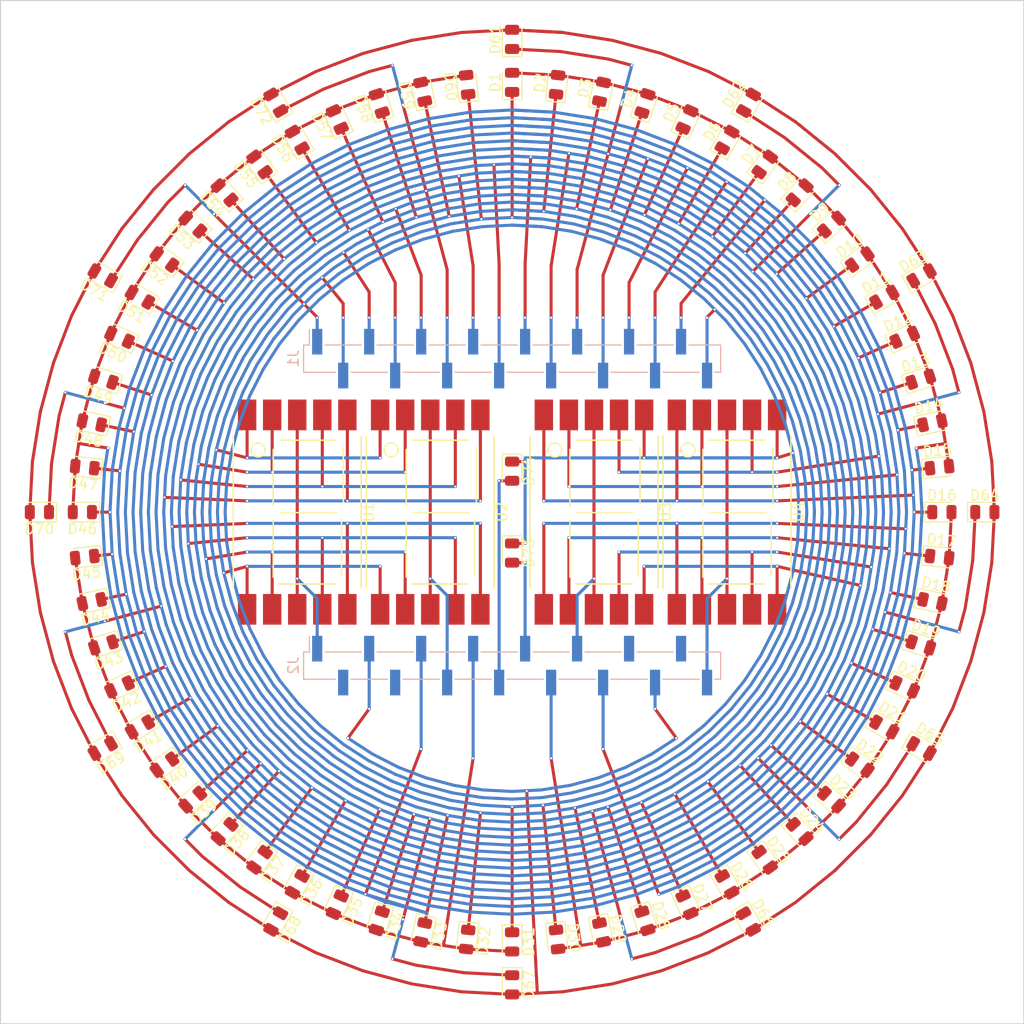
<source format=kicad_pcb>
(kicad_pcb (version 20171130) (host pcbnew 5.1.9+dfsg1-1)
  (layers (0 F.Cu signal) (31 B.Cu signal) (34 B.Paste user) (35 F.Paste user) (36 B.SilkS user) (37 F.SilkS user) (38 B.Mask user) (39 F.Mask user) (44 Edge.Cuts user))
  (net 0 "")
  (net 1 /a0)
  (net 2 /k0)
  (net 3 /k1)
  (net 4 /k2)
  (net 5 /k3)
  (net 6 /k4)
  (net 7 /k5)
  (net 8 /k6)
  (net 9 /k7)
  (net 10 /k8)
  (net 11 /k9)
  (net 12 /k10)
  (net 13 /k11)
  (net 14 /k12)
  (net 15 /k13)
  (net 16 /k14)
  (net 17 /a1)
  (net 18 /a2)
  (net 19 /a3)
  (net 20 /a4)
  (net 21 /a11)
  (net 22 /k15)
  (net 23 /a21)
  (net 24 /a61)
  (net 25 /a60)
  (net 26 /a51)
  (net 27 /a50)
  (module LED_SMD:LED_0805_2012Metric (layer F.Cu) (at 0 -42 90)
    (fp_text reference D1 (at 0 -1.65 90) (layer F.SilkS))
    (fp_text value LED)
    (pad 2 smd roundrect (at 0.9375 0 90) (size 0.975 1.4) (layers F.Cu F.Paste F.Mask) (net 1 /a0))
    (pad 1 smd roundrect (at -0.9375 0 90) (size 0.975 1.4) (layers F.Cu F.Paste F.Mask) (net 2 /k0))
  )
  (module LED_SMD:LED_0805_2012Metric (layer F.Cu) (at 4.390195 -41.769919 84)
    (fp_text reference D2 (at 0 -1.65 84) (layer F.SilkS))
    (fp_text value LED)
    (pad 2 smd roundrect (at 0.9375 0 84) (size 0.975 1.4) (layers F.Cu F.Paste F.Mask) (net 1 /a0))
    (pad 1 smd roundrect (at -0.9375 0 84) (size 0.975 1.4) (layers F.Cu F.Paste F.Mask) (net 3 /k1))
  )
  (module LED_SMD:LED_0805_2012Metric (layer F.Cu) (at 8.732291 -41.082199 78)
    (fp_text reference D3 (at 0 -1.65 78) (layer F.SilkS))
    (fp_text value LED)
    (pad 1 smd roundrect (at -0.9375 0 78) (size 0.975 1.4) (layers F.Cu F.Paste F.Mask) (net 4 /k2))
    (pad 2 smd roundrect (at 0.9375 0 78) (size 0.975 1.4) (layers F.Cu F.Paste F.Mask) (net 1 /a0))
  )
  (module LED_SMD:LED_0805_2012Metric (layer F.Cu) (at 12.978713 -39.944373 72)
    (fp_text reference D4 (at 0 -1.65 72) (layer F.SilkS))
    (fp_text value LED)
    (pad 1 smd roundrect (at -0.9375 0 72) (size 0.975 1.4) (layers F.Cu F.Paste F.Mask) (net 5 /k3))
    (pad 2 smd roundrect (at 0.9375 0 72) (size 0.975 1.4) (layers F.Cu F.Paste F.Mask) (net 1 /a0))
  )
  (module LED_SMD:LED_0805_2012Metric (layer F.Cu) (at 17.082939 -38.368909 66)
    (fp_text reference D5 (at 0 -1.65 66) (layer F.SilkS))
    (fp_text value LED)
    (pad 1 smd roundrect (at -0.9375 0 66) (size 0.975 1.4) (layers F.Cu F.Paste F.Mask) (net 6 /k4))
    (pad 2 smd roundrect (at 0.9375 0 66) (size 0.975 1.4) (layers F.Cu F.Paste F.Mask) (net 1 /a0))
  )
  (module LED_SMD:LED_0805_2012Metric (layer F.Cu) (at 20.999999 -36.373066 60)
    (fp_text reference D6 (at 0 -1.65 60) (layer F.SilkS))
    (fp_text value LED)
    (pad 2 smd roundrect (at 0.9375 0 60) (size 0.975 1.4) (layers F.Cu F.Paste F.Mask) (net 1 /a0))
    (pad 1 smd roundrect (at -0.9375 0 60) (size 0.975 1.4) (layers F.Cu F.Paste F.Mask) (net 7 /k5))
  )
  (module LED_SMD:LED_0805_2012Metric (layer F.Cu) (at 24.68698 -33.978713 54)
    (fp_text reference D7 (at 0 -1.65 54) (layer F.SilkS))
    (fp_text value LED)
    (pad 1 smd roundrect (at -0.9375 0 54) (size 0.975 1.4) (layers F.Cu F.Paste F.Mask) (net 8 /k6))
    (pad 2 smd roundrect (at 0.9375 0 54) (size 0.975 1.4) (layers F.Cu F.Paste F.Mask) (net 1 /a0))
  )
  (module LED_SMD:LED_0805_2012Metric (layer F.Cu) (at 28.103485 -31.212082 48)
    (fp_text reference D8 (at 0 -1.65 48) (layer F.SilkS))
    (fp_text value LED)
    (pad 1 smd roundrect (at -0.9375 0 48) (size 0.975 1.4) (layers F.Cu F.Paste F.Mask) (net 9 /k7))
    (pad 2 smd roundrect (at 0.9375 0 48) (size 0.975 1.4) (layers F.Cu F.Paste F.Mask) (net 1 /a0))
  )
  (module LED_SMD:LED_0805_2012Metric (layer F.Cu) (at 31.212082 -28.103485 42)
    (fp_text reference D9 (at 0 -1.65 42) (layer F.SilkS))
    (fp_text value LED)
    (pad 2 smd roundrect (at 0.9375 0 42) (size 0.975 1.4) (layers F.Cu F.Paste F.Mask) (net 1 /a0))
    (pad 1 smd roundrect (at -0.9375 0 42) (size 0.975 1.4) (layers F.Cu F.Paste F.Mask) (net 10 /k8))
  )
  (module LED_SMD:LED_0805_2012Metric (layer F.Cu) (at 33.978713 -24.68698 36)
    (fp_text reference D10 (at 0 -1.65 36) (layer F.SilkS))
    (fp_text value LED)
    (pad 1 smd roundrect (at -0.9375 0 36) (size 0.975 1.4) (layers F.Cu F.Paste F.Mask) (net 11 /k9))
    (pad 2 smd roundrect (at 0.9375 0 36) (size 0.975 1.4) (layers F.Cu F.Paste F.Mask) (net 1 /a0))
  )
  (module LED_SMD:LED_0805_2012Metric (layer F.Cu) (at 36.373066 -21 30)
    (fp_text reference D11 (at 0 -1.65 30) (layer F.SilkS))
    (fp_text value LED)
    (pad 2 smd roundrect (at 0.9375 0 30) (size 0.975 1.4) (layers F.Cu F.Paste F.Mask) (net 1 /a0))
    (pad 1 smd roundrect (at -0.9375 0 30) (size 0.975 1.4) (layers F.Cu F.Paste F.Mask) (net 12 /k10))
  )
  (module LED_SMD:LED_0805_2012Metric (layer F.Cu) (at 38.368909 -17.082939 24)
    (fp_text reference D12 (at 0 -1.65 24) (layer F.SilkS))
    (fp_text value LED)
    (pad 1 smd roundrect (at -0.9375 0 24) (size 0.975 1.4) (layers F.Cu F.Paste F.Mask) (net 13 /k11))
    (pad 2 smd roundrect (at 0.9375 0 24) (size 0.975 1.4) (layers F.Cu F.Paste F.Mask) (net 1 /a0))
  )
  (module LED_SMD:LED_0805_2012Metric (layer F.Cu) (at 39.944373 -12.978713 18)
    (fp_text reference D13 (at 0 -1.65 18) (layer F.SilkS))
    (fp_text value LED)
    (pad 2 smd roundrect (at 0.9375 0 18) (size 0.975 1.4) (layers F.Cu F.Paste F.Mask) (net 1 /a0))
    (pad 1 smd roundrect (at -0.9375 0 18) (size 0.975 1.4) (layers F.Cu F.Paste F.Mask) (net 14 /k12))
  )
  (module LED_SMD:LED_0805_2012Metric (layer F.Cu) (at 41.082199 -8.732291 12)
    (fp_text reference D14 (at 0 -1.65 12) (layer F.SilkS))
    (fp_text value LED)
    (pad 1 smd roundrect (at -0.9375 0 12) (size 0.975 1.4) (layers F.Cu F.Paste F.Mask) (net 15 /k13))
    (pad 2 smd roundrect (at 0.9375 0 12) (size 0.975 1.4) (layers F.Cu F.Paste F.Mask) (net 1 /a0))
  )
  (module LED_SMD:LED_0805_2012Metric (layer F.Cu) (at 41.769919 -4.390195 6)
    (fp_text reference D15 (at 0 -1.65 6) (layer F.SilkS))
    (fp_text value LED)
    (pad 1 smd roundrect (at -0.9375 0 6) (size 0.975 1.4) (layers F.Cu F.Paste F.Mask) (net 16 /k14))
    (pad 2 smd roundrect (at 0.9375 0 6) (size 0.975 1.4) (layers F.Cu F.Paste F.Mask) (net 1 /a0))
  )
  (module LED_SMD:LED_0805_2012Metric (layer F.Cu) (at 42 0)
    (fp_text reference D16 (at 0 -1.65) (layer F.SilkS))
    (fp_text value LED)
    (pad 2 smd roundrect (at 0.9375 0) (size 0.975 1.4) (layers F.Cu F.Paste F.Mask) (net 17 /a1))
    (pad 1 smd roundrect (at -0.9375 0) (size 0.975 1.4) (layers F.Cu F.Paste F.Mask) (net 16 /k14))
  )
  (module LED_SMD:LED_0805_2012Metric (layer F.Cu) (at 41.769919 4.390195 354)
    (fp_text reference D17 (at 0 -1.65 354) (layer F.SilkS))
    (fp_text value LED)
    (pad 1 smd roundrect (at -0.9375 0 354) (size 0.975 1.4) (layers F.Cu F.Paste F.Mask) (net 15 /k13))
    (pad 2 smd roundrect (at 0.9375 0 354) (size 0.975 1.4) (layers F.Cu F.Paste F.Mask) (net 17 /a1))
  )
  (module LED_SMD:LED_0805_2012Metric (layer F.Cu) (at 41.082199 8.732291 348)
    (fp_text reference D18 (at 0 -1.65 348) (layer F.SilkS))
    (fp_text value LED)
    (pad 2 smd roundrect (at 0.9375 0 348) (size 0.975 1.4) (layers F.Cu F.Paste F.Mask) (net 17 /a1))
    (pad 1 smd roundrect (at -0.9375 0 348) (size 0.975 1.4) (layers F.Cu F.Paste F.Mask) (net 14 /k12))
  )
  (module LED_SMD:LED_0805_2012Metric (layer F.Cu) (at 39.944373 12.978713 342)
    (fp_text reference D19 (at 0 -1.65 342) (layer F.SilkS))
    (fp_text value LED)
    (pad 1 smd roundrect (at -0.9375 0 342) (size 0.975 1.4) (layers F.Cu F.Paste F.Mask) (net 13 /k11))
    (pad 2 smd roundrect (at 0.9375 0 342) (size 0.975 1.4) (layers F.Cu F.Paste F.Mask) (net 17 /a1))
  )
  (module LED_SMD:LED_0805_2012Metric (layer F.Cu) (at 38.368909 17.082939 336)
    (fp_text reference D20 (at 0 -1.65 336) (layer F.SilkS))
    (fp_text value LED)
    (pad 2 smd roundrect (at 0.9375 0 336) (size 0.975 1.4) (layers F.Cu F.Paste F.Mask) (net 17 /a1))
    (pad 1 smd roundrect (at -0.9375 0 336) (size 0.975 1.4) (layers F.Cu F.Paste F.Mask) (net 12 /k10))
  )
  (module LED_SMD:LED_0805_2012Metric (layer F.Cu) (at 36.373066 20.999999 330)
    (fp_text reference D21 (at 0 -1.65 330) (layer F.SilkS))
    (fp_text value LED)
    (pad 1 smd roundrect (at -0.9375 0 330) (size 0.975 1.4) (layers F.Cu F.Paste F.Mask) (net 11 /k9))
    (pad 2 smd roundrect (at 0.9375 0 330) (size 0.975 1.4) (layers F.Cu F.Paste F.Mask) (net 17 /a1))
  )
  (module LED_SMD:LED_0805_2012Metric (layer F.Cu) (at 33.978713 24.68698 324)
    (fp_text reference D22 (at 0 -1.65 324) (layer F.SilkS))
    (fp_text value LED)
    (pad 2 smd roundrect (at 0.9375 0 324) (size 0.975 1.4) (layers F.Cu F.Paste F.Mask) (net 17 /a1))
    (pad 1 smd roundrect (at -0.9375 0 324) (size 0.975 1.4) (layers F.Cu F.Paste F.Mask) (net 10 /k8))
  )
  (module LED_SMD:LED_0805_2012Metric (layer F.Cu) (at 31.212082 28.103485 318)
    (fp_text reference D23 (at 0 -1.65 318) (layer F.SilkS))
    (fp_text value LED)
    (pad 1 smd roundrect (at -0.9375 0 318) (size 0.975 1.4) (layers F.Cu F.Paste F.Mask) (net 9 /k7))
    (pad 2 smd roundrect (at 0.9375 0 318) (size 0.975 1.4) (layers F.Cu F.Paste F.Mask) (net 17 /a1))
  )
  (module LED_SMD:LED_0805_2012Metric (layer F.Cu) (at 28.103485 31.212082 312)
    (fp_text reference D24 (at 0 -1.65 312) (layer F.SilkS))
    (fp_text value LED)
    (pad 2 smd roundrect (at 0.9375 0 312) (size 0.975 1.4) (layers F.Cu F.Paste F.Mask) (net 17 /a1))
    (pad 1 smd roundrect (at -0.9375 0 312) (size 0.975 1.4) (layers F.Cu F.Paste F.Mask) (net 8 /k6))
  )
  (module LED_SMD:LED_0805_2012Metric (layer F.Cu) (at 24.68698 33.978713 306)
    (fp_text reference D25 (at 0 -1.65 306) (layer F.SilkS))
    (fp_text value LED)
    (pad 2 smd roundrect (at 0.9375 0 306) (size 0.975 1.4) (layers F.Cu F.Paste F.Mask) (net 17 /a1))
    (pad 1 smd roundrect (at -0.9375 0 306) (size 0.975 1.4) (layers F.Cu F.Paste F.Mask) (net 7 /k5))
  )
  (module LED_SMD:LED_0805_2012Metric (layer F.Cu) (at 21 36.373066 300)
    (fp_text reference D26 (at 0 -1.65 300) (layer F.SilkS))
    (fp_text value LED)
    (pad 2 smd roundrect (at 0.9375 0 300) (size 0.975 1.4) (layers F.Cu F.Paste F.Mask) (net 17 /a1))
    (pad 1 smd roundrect (at -0.9375 0 300) (size 0.975 1.4) (layers F.Cu F.Paste F.Mask) (net 6 /k4))
  )
  (module LED_SMD:LED_0805_2012Metric (layer F.Cu) (at 17.082939 38.368909 294)
    (fp_text reference D27 (at 0 -1.65 294) (layer F.SilkS))
    (fp_text value LED)
    (pad 1 smd roundrect (at -0.9375 0 294) (size 0.975 1.4) (layers F.Cu F.Paste F.Mask) (net 5 /k3))
    (pad 2 smd roundrect (at 0.9375 0 294) (size 0.975 1.4) (layers F.Cu F.Paste F.Mask) (net 17 /a1))
  )
  (module LED_SMD:LED_0805_2012Metric (layer F.Cu) (at 12.978713 39.944373 288)
    (fp_text reference D28 (at 0 -1.65 288) (layer F.SilkS))
    (fp_text value LED)
    (pad 2 smd roundrect (at 0.9375 0 288) (size 0.975 1.4) (layers F.Cu F.Paste F.Mask) (net 17 /a1))
    (pad 1 smd roundrect (at -0.9375 0 288) (size 0.975 1.4) (layers F.Cu F.Paste F.Mask) (net 4 /k2))
  )
  (module LED_SMD:LED_0805_2012Metric (layer F.Cu) (at 8.732291 41.082199 282)
    (fp_text reference D29 (at 0 -1.65 282) (layer F.SilkS))
    (fp_text value LED)
    (pad 1 smd roundrect (at -0.9375 0 282) (size 0.975 1.4) (layers F.Cu F.Paste F.Mask) (net 3 /k1))
    (pad 2 smd roundrect (at 0.9375 0 282) (size 0.975 1.4) (layers F.Cu F.Paste F.Mask) (net 17 /a1))
  )
  (module LED_SMD:LED_0805_2012Metric (layer F.Cu) (at 4.390195 41.769919 276)
    (fp_text reference D30 (at 0 -1.65 276) (layer F.SilkS))
    (fp_text value LED)
    (pad 1 smd roundrect (at -0.9375 0 276) (size 0.975 1.4) (layers F.Cu F.Paste F.Mask) (net 2 /k0))
    (pad 2 smd roundrect (at 0.9375 0 276) (size 0.975 1.4) (layers F.Cu F.Paste F.Mask) (net 17 /a1))
  )
  (module LED_SMD:LED_0805_2012Metric (layer F.Cu) (at 0 42 270)
    (fp_text reference D31 (at 0 -1.65 270) (layer F.SilkS))
    (fp_text value LED)
    (pad 2 smd roundrect (at 0.9375 0 270) (size 0.975 1.4) (layers F.Cu F.Paste F.Mask) (net 18 /a2))
    (pad 1 smd roundrect (at -0.9375 0 270) (size 0.975 1.4) (layers F.Cu F.Paste F.Mask) (net 2 /k0))
  )
  (module LED_SMD:LED_0805_2012Metric (layer F.Cu) (at -4.390195 41.769919 264)
    (fp_text reference D32 (at 0 -1.65 264) (layer F.SilkS))
    (fp_text value LED)
    (pad 1 smd roundrect (at -0.9375 0 264) (size 0.975 1.4) (layers F.Cu F.Paste F.Mask) (net 3 /k1))
    (pad 2 smd roundrect (at 0.9375 0 264) (size 0.975 1.4) (layers F.Cu F.Paste F.Mask) (net 18 /a2))
  )
  (module LED_SMD:LED_0805_2012Metric (layer F.Cu) (at -8.732291 41.082199 258)
    (fp_text reference D33 (at 0 -1.65 258) (layer F.SilkS))
    (fp_text value LED)
    (pad 2 smd roundrect (at 0.9375 0 258) (size 0.975 1.4) (layers F.Cu F.Paste F.Mask) (net 18 /a2))
    (pad 1 smd roundrect (at -0.9375 0 258) (size 0.975 1.4) (layers F.Cu F.Paste F.Mask) (net 4 /k2))
  )
  (module LED_SMD:LED_0805_2012Metric (layer F.Cu) (at -12.978713 39.944373 252)
    (fp_text reference D34 (at 0 -1.65 252) (layer F.SilkS))
    (fp_text value LED)
    (pad 1 smd roundrect (at -0.9375 0 252) (size 0.975 1.4) (layers F.Cu F.Paste F.Mask) (net 5 /k3))
    (pad 2 smd roundrect (at 0.9375 0 252) (size 0.975 1.4) (layers F.Cu F.Paste F.Mask) (net 18 /a2))
  )
  (module LED_SMD:LED_0805_2012Metric (layer F.Cu) (at -17.082939 38.368909 246)
    (fp_text reference D35 (at 0 -1.65 246) (layer F.SilkS))
    (fp_text value LED)
    (pad 1 smd roundrect (at -0.9375 0 246) (size 0.975 1.4) (layers F.Cu F.Paste F.Mask) (net 6 /k4))
    (pad 2 smd roundrect (at 0.9375 0 246) (size 0.975 1.4) (layers F.Cu F.Paste F.Mask) (net 18 /a2))
  )
  (module LED_SMD:LED_0805_2012Metric (layer F.Cu) (at -20.999999 36.373066 240)
    (fp_text reference D36 (at 0 -1.65 240) (layer F.SilkS))
    (fp_text value LED)
    (pad 1 smd roundrect (at -0.9375 0 240) (size 0.975 1.4) (layers F.Cu F.Paste F.Mask) (net 7 /k5))
    (pad 2 smd roundrect (at 0.9375 0 240) (size 0.975 1.4) (layers F.Cu F.Paste F.Mask) (net 18 /a2))
  )
  (module LED_SMD:LED_0805_2012Metric (layer F.Cu) (at -24.68698 33.978713 234)
    (fp_text reference D37 (at 0 -1.65 234) (layer F.SilkS))
    (fp_text value LED)
    (pad 2 smd roundrect (at 0.9375 0 234) (size 0.975 1.4) (layers F.Cu F.Paste F.Mask) (net 18 /a2))
    (pad 1 smd roundrect (at -0.9375 0 234) (size 0.975 1.4) (layers F.Cu F.Paste F.Mask) (net 8 /k6))
  )
  (module LED_SMD:LED_0805_2012Metric (layer F.Cu) (at -28.103485 31.212082 228)
    (fp_text reference D38 (at 0 -1.65 228) (layer F.SilkS))
    (fp_text value LED)
    (pad 1 smd roundrect (at -0.9375 0 228) (size 0.975 1.4) (layers F.Cu F.Paste F.Mask) (net 9 /k7))
    (pad 2 smd roundrect (at 0.9375 0 228) (size 0.975 1.4) (layers F.Cu F.Paste F.Mask) (net 18 /a2))
  )
  (module LED_SMD:LED_0805_2012Metric (layer F.Cu) (at -31.212082 28.103485 222)
    (fp_text reference D39 (at 0 -1.65 222) (layer F.SilkS))
    (fp_text value LED)
    (pad 2 smd roundrect (at 0.9375 0 222) (size 0.975 1.4) (layers F.Cu F.Paste F.Mask) (net 18 /a2))
    (pad 1 smd roundrect (at -0.9375 0 222) (size 0.975 1.4) (layers F.Cu F.Paste F.Mask) (net 10 /k8))
  )
  (module LED_SMD:LED_0805_2012Metric (layer F.Cu) (at -33.978713 24.68698 216)
    (fp_text reference D40 (at 0 -1.65 216) (layer F.SilkS))
    (fp_text value LED)
    (pad 2 smd roundrect (at 0.9375 0 216) (size 0.975 1.4) (layers F.Cu F.Paste F.Mask) (net 18 /a2))
    (pad 1 smd roundrect (at -0.9375 0 216) (size 0.975 1.4) (layers F.Cu F.Paste F.Mask) (net 11 /k9))
  )
  (module LED_SMD:LED_0805_2012Metric (layer F.Cu) (at -36.373066 21 210)
    (fp_text reference D41 (at 0 -1.65 210) (layer F.SilkS))
    (fp_text value LED)
    (pad 2 smd roundrect (at 0.9375 0 210) (size 0.975 1.4) (layers F.Cu F.Paste F.Mask) (net 18 /a2))
    (pad 1 smd roundrect (at -0.9375 0 210) (size 0.975 1.4) (layers F.Cu F.Paste F.Mask) (net 12 /k10))
  )
  (module LED_SMD:LED_0805_2012Metric (layer F.Cu) (at -38.368909 17.082939 204)
    (fp_text reference D42 (at 0 -1.65 204) (layer F.SilkS))
    (fp_text value LED)
    (pad 1 smd roundrect (at -0.9375 0 204) (size 0.975 1.4) (layers F.Cu F.Paste F.Mask) (net 13 /k11))
    (pad 2 smd roundrect (at 0.9375 0 204) (size 0.975 1.4) (layers F.Cu F.Paste F.Mask) (net 18 /a2))
  )
  (module LED_SMD:LED_0805_2012Metric (layer F.Cu) (at -39.944373 12.978713 198)
    (fp_text reference D43 (at 0 -1.65 198) (layer F.SilkS))
    (fp_text value LED)
    (pad 2 smd roundrect (at 0.9375 0 198) (size 0.975 1.4) (layers F.Cu F.Paste F.Mask) (net 18 /a2))
    (pad 1 smd roundrect (at -0.9375 0 198) (size 0.975 1.4) (layers F.Cu F.Paste F.Mask) (net 14 /k12))
  )
  (module LED_SMD:LED_0805_2012Metric (layer F.Cu) (at -41.082199 8.732291 192)
    (fp_text reference D44 (at 0 -1.65 192) (layer F.SilkS))
    (fp_text value LED)
    (pad 1 smd roundrect (at -0.9375 0 192) (size 0.975 1.4) (layers F.Cu F.Paste F.Mask) (net 15 /k13))
    (pad 2 smd roundrect (at 0.9375 0 192) (size 0.975 1.4) (layers F.Cu F.Paste F.Mask) (net 18 /a2))
  )
  (module LED_SMD:LED_0805_2012Metric (layer F.Cu) (at -41.769919 4.390195 186)
    (fp_text reference D45 (at 0 -1.65 186) (layer F.SilkS))
    (fp_text value LED)
    (pad 2 smd roundrect (at 0.9375 0 186) (size 0.975 1.4) (layers F.Cu F.Paste F.Mask) (net 18 /a2))
    (pad 1 smd roundrect (at -0.9375 0 186) (size 0.975 1.4) (layers F.Cu F.Paste F.Mask) (net 16 /k14))
  )
  (module LED_SMD:LED_0805_2012Metric (layer F.Cu) (at -42 0 180)
    (fp_text reference D46 (at 0 -1.65 180) (layer F.SilkS))
    (fp_text value LED)
    (pad 2 smd roundrect (at 0.9375 0 180) (size 0.975 1.4) (layers F.Cu F.Paste F.Mask) (net 19 /a3))
    (pad 1 smd roundrect (at -0.9375 0 180) (size 0.975 1.4) (layers F.Cu F.Paste F.Mask) (net 16 /k14))
  )
  (module LED_SMD:LED_0805_2012Metric (layer F.Cu) (at -41.769919 -4.390195 174)
    (fp_text reference D47 (at 0 -1.65 174) (layer F.SilkS))
    (fp_text value LED)
    (pad 1 smd roundrect (at -0.9375 0 174) (size 0.975 1.4) (layers F.Cu F.Paste F.Mask) (net 15 /k13))
    (pad 2 smd roundrect (at 0.9375 0 174) (size 0.975 1.4) (layers F.Cu F.Paste F.Mask) (net 19 /a3))
  )
  (module LED_SMD:LED_0805_2012Metric (layer F.Cu) (at -41.082199 -8.732291 168)
    (fp_text reference D48 (at 0 -1.65 168) (layer F.SilkS))
    (fp_text value LED)
    (pad 2 smd roundrect (at 0.9375 0 168) (size 0.975 1.4) (layers F.Cu F.Paste F.Mask) (net 19 /a3))
    (pad 1 smd roundrect (at -0.9375 0 168) (size 0.975 1.4) (layers F.Cu F.Paste F.Mask) (net 14 /k12))
  )
  (module LED_SMD:LED_0805_2012Metric (layer F.Cu) (at -39.944373 -12.978713 162)
    (fp_text reference D49 (at 0 -1.65 162) (layer F.SilkS))
    (fp_text value LED)
    (pad 1 smd roundrect (at -0.9375 0 162) (size 0.975 1.4) (layers F.Cu F.Paste F.Mask) (net 13 /k11))
    (pad 2 smd roundrect (at 0.9375 0 162) (size 0.975 1.4) (layers F.Cu F.Paste F.Mask) (net 19 /a3))
  )
  (module LED_SMD:LED_0805_2012Metric (layer F.Cu) (at -38.368909 -17.082939 156)
    (fp_text reference D50 (at 0 -1.65 156) (layer F.SilkS))
    (fp_text value LED)
    (pad 2 smd roundrect (at 0.9375 0 156) (size 0.975 1.4) (layers F.Cu F.Paste F.Mask) (net 19 /a3))
    (pad 1 smd roundrect (at -0.9375 0 156) (size 0.975 1.4) (layers F.Cu F.Paste F.Mask) (net 12 /k10))
  )
  (module LED_SMD:LED_0805_2012Metric (layer F.Cu) (at -36.373066 -20.999999 150)
    (fp_text reference D51 (at 0 -1.65 150) (layer F.SilkS))
    (fp_text value LED)
    (pad 1 smd roundrect (at -0.9375 0 150) (size 0.975 1.4) (layers F.Cu F.Paste F.Mask) (net 11 /k9))
    (pad 2 smd roundrect (at 0.9375 0 150) (size 0.975 1.4) (layers F.Cu F.Paste F.Mask) (net 19 /a3))
  )
  (module LED_SMD:LED_0805_2012Metric (layer F.Cu) (at -33.978713 -24.68698 144)
    (fp_text reference D52 (at 0 -1.65 144) (layer F.SilkS))
    (fp_text value LED)
    (pad 2 smd roundrect (at 0.9375 0 144) (size 0.975 1.4) (layers F.Cu F.Paste F.Mask) (net 19 /a3))
    (pad 1 smd roundrect (at -0.9375 0 144) (size 0.975 1.4) (layers F.Cu F.Paste F.Mask) (net 10 /k8))
  )
  (module LED_SMD:LED_0805_2012Metric (layer F.Cu) (at -31.212082 -28.103485 138)
    (fp_text reference D53 (at 0 -1.65 138) (layer F.SilkS))
    (fp_text value LED)
    (pad 1 smd roundrect (at -0.9375 0 138) (size 0.975 1.4) (layers F.Cu F.Paste F.Mask) (net 9 /k7))
    (pad 2 smd roundrect (at 0.9375 0 138) (size 0.975 1.4) (layers F.Cu F.Paste F.Mask) (net 19 /a3))
  )
  (module LED_SMD:LED_0805_2012Metric (layer F.Cu) (at -28.103485 -31.212082 132)
    (fp_text reference D54 (at 0 -1.65 132) (layer F.SilkS))
    (fp_text value LED)
    (pad 2 smd roundrect (at 0.9375 0 132) (size 0.975 1.4) (layers F.Cu F.Paste F.Mask) (net 19 /a3))
    (pad 1 smd roundrect (at -0.9375 0 132) (size 0.975 1.4) (layers F.Cu F.Paste F.Mask) (net 8 /k6))
  )
  (module LED_SMD:LED_0805_2012Metric (layer F.Cu) (at -24.68698 -33.978713 126)
    (fp_text reference D55 (at 0 -1.65 126) (layer F.SilkS))
    (fp_text value LED)
    (pad 1 smd roundrect (at -0.9375 0 126) (size 0.975 1.4) (layers F.Cu F.Paste F.Mask) (net 7 /k5))
    (pad 2 smd roundrect (at 0.9375 0 126) (size 0.975 1.4) (layers F.Cu F.Paste F.Mask) (net 19 /a3))
  )
  (module LED_SMD:LED_0805_2012Metric (layer F.Cu) (at -20.999999 -36.373066 120)
    (fp_text reference D56 (at 0 -1.65 120) (layer F.SilkS))
    (fp_text value LED)
    (pad 2 smd roundrect (at 0.9375 0 120) (size 0.975 1.4) (layers F.Cu F.Paste F.Mask) (net 19 /a3))
    (pad 1 smd roundrect (at -0.9375 0 120) (size 0.975 1.4) (layers F.Cu F.Paste F.Mask) (net 6 /k4))
  )
  (module LED_SMD:LED_0805_2012Metric (layer F.Cu) (at -17.082939 -38.368909 114)
    (fp_text reference D57 (at 0 -1.65 114) (layer F.SilkS))
    (fp_text value LED)
    (pad 1 smd roundrect (at -0.9375 0 114) (size 0.975 1.4) (layers F.Cu F.Paste F.Mask) (net 5 /k3))
    (pad 2 smd roundrect (at 0.9375 0 114) (size 0.975 1.4) (layers F.Cu F.Paste F.Mask) (net 19 /a3))
  )
  (module LED_SMD:LED_0805_2012Metric (layer F.Cu) (at -12.978713 -39.944373 108)
    (fp_text reference D58 (at 0 -1.65 108) (layer F.SilkS))
    (fp_text value LED)
    (pad 2 smd roundrect (at 0.9375 0 108) (size 0.975 1.4) (layers F.Cu F.Paste F.Mask) (net 19 /a3))
    (pad 1 smd roundrect (at -0.9375 0 108) (size 0.975 1.4) (layers F.Cu F.Paste F.Mask) (net 4 /k2))
  )
  (module LED_SMD:LED_0805_2012Metric (layer F.Cu) (at -8.732291 -41.082199 102)
    (fp_text reference D59 (at 0 -1.65 102) (layer F.SilkS))
    (fp_text value LED)
    (pad 1 smd roundrect (at -0.9375 0 102) (size 0.975 1.4) (layers F.Cu F.Paste F.Mask) (net 3 /k1))
    (pad 2 smd roundrect (at 0.9375 0 102) (size 0.975 1.4) (layers F.Cu F.Paste F.Mask) (net 19 /a3))
  )
  (module LED_SMD:LED_0805_2012Metric (layer F.Cu) (at -4.390195 -41.769919 96)
    (fp_text reference D60 (at 0 -1.65 96) (layer F.SilkS))
    (fp_text value LED)
    (pad 2 smd roundrect (at 0.9375 0 96) (size 0.975 1.4) (layers F.Cu F.Paste F.Mask) (net 19 /a3))
    (pad 1 smd roundrect (at -0.9375 0 96) (size 0.975 1.4) (layers F.Cu F.Paste F.Mask) (net 2 /k0))
  )
  (module LED_SMD:LED_0805_2012Metric (layer F.Cu) (at 0 -46.2 90)
    (fp_text reference D61 (at 0 -1.65 90) (layer F.SilkS))
    (fp_text value LED)
    (pad 2 smd roundrect (at 0.9375 0 90) (size 0.975 1.4) (layers F.Cu F.Paste F.Mask) (net 20 /a4))
    (pad 1 smd roundrect (at -0.9375 0 90) (size 0.975 1.4) (layers F.Cu F.Paste F.Mask) (net 12 /k10))
  )
  (module LED_SMD:LED_0805_2012Metric (layer F.Cu) (at 23.099999 -40.010373 60)
    (fp_text reference D62 (at 0 -1.65 60) (layer F.SilkS))
    (fp_text value LED)
    (pad 2 smd roundrect (at 0.9375 0 60) (size 0.975 1.4) (layers F.Cu F.Paste F.Mask) (net 20 /a4))
    (pad 1 smd roundrect (at -0.9375 0 60) (size 0.975 1.4) (layers F.Cu F.Paste F.Mask) (net 8 /k6))
  )
  (module LED_SMD:LED_0805_2012Metric (layer F.Cu) (at 40.010373 -23.1 30)
    (fp_text reference D63 (at 0 -1.65 30) (layer F.SilkS))
    (fp_text value LED)
    (pad 1 smd roundrect (at -0.9375 0 30) (size 0.975 1.4) (layers F.Cu F.Paste F.Mask) (net 13 /k11))
    (pad 2 smd roundrect (at 0.9375 0 30) (size 0.975 1.4) (layers F.Cu F.Paste F.Mask) (net 20 /a4))
  )
  (module LED_SMD:LED_0805_2012Metric (layer F.Cu) (at 46.2 0)
    (fp_text reference D64 (at 0 -1.65) (layer F.SilkS))
    (fp_text value LED)
    (pad 1 smd roundrect (at -0.9375 0) (size 0.975 1.4) (layers F.Cu F.Paste F.Mask) (net 14 /k12))
    (pad 2 smd roundrect (at 0.9375 0) (size 0.975 1.4) (layers F.Cu F.Paste F.Mask) (net 20 /a4))
  )
  (module LED_SMD:LED_0805_2012Metric (layer F.Cu) (at 40.010373 23.099999 330)
    (fp_text reference D65 (at 0 -1.65 330) (layer F.SilkS))
    (fp_text value LED)
    (pad 2 smd roundrect (at 0.9375 0 330) (size 0.975 1.4) (layers F.Cu F.Paste F.Mask) (net 20 /a4))
    (pad 1 smd roundrect (at -0.9375 0 330) (size 0.975 1.4) (layers F.Cu F.Paste F.Mask) (net 9 /k7))
  )
  (module LED_SMD:LED_0805_2012Metric (layer F.Cu) (at 23.1 40.010373 300)
    (fp_text reference D66 (at 0 -1.65 300) (layer F.SilkS))
    (fp_text value LED)
    (pad 1 smd roundrect (at -0.9375 0 300) (size 0.975 1.4) (layers F.Cu F.Paste F.Mask) (net 4 /k2))
    (pad 2 smd roundrect (at 0.9375 0 300) (size 0.975 1.4) (layers F.Cu F.Paste F.Mask) (net 20 /a4))
  )
  (module LED_SMD:LED_0805_2012Metric (layer F.Cu) (at 0 46.2 270)
    (fp_text reference D67 (at 0 -1.65 270) (layer F.SilkS))
    (fp_text value LED)
    (pad 1 smd roundrect (at -0.9375 0 270) (size 0.975 1.4) (layers F.Cu F.Paste F.Mask) (net 5 /k3))
    (pad 2 smd roundrect (at 0.9375 0 270) (size 0.975 1.4) (layers F.Cu F.Paste F.Mask) (net 20 /a4))
  )
  (module LED_SMD:LED_0805_2012Metric (layer F.Cu) (at -23.099999 40.010373 240)
    (fp_text reference D68 (at 0 -1.65 240) (layer F.SilkS))
    (fp_text value LED)
    (pad 2 smd roundrect (at 0.9375 0 240) (size 0.975 1.4) (layers F.Cu F.Paste F.Mask) (net 20 /a4))
    (pad 1 smd roundrect (at -0.9375 0 240) (size 0.975 1.4) (layers F.Cu F.Paste F.Mask) (net 10 /k8))
  )
  (module LED_SMD:LED_0805_2012Metric (layer F.Cu) (at -40.010373 23.1 210)
    (fp_text reference D69 (at 0 -1.65 210) (layer F.SilkS))
    (fp_text value LED)
    (pad 1 smd roundrect (at -0.9375 0 210) (size 0.975 1.4) (layers F.Cu F.Paste F.Mask) (net 11 /k9))
    (pad 2 smd roundrect (at 0.9375 0 210) (size 0.975 1.4) (layers F.Cu F.Paste F.Mask) (net 20 /a4))
  )
  (module LED_SMD:LED_0805_2012Metric (layer F.Cu) (at -46.2 0 180)
    (fp_text reference D70 (at 0 -1.65 180) (layer F.SilkS))
    (fp_text value LED)
    (pad 2 smd roundrect (at 0.9375 0 180) (size 0.975 1.4) (layers F.Cu F.Paste F.Mask) (net 20 /a4))
    (pad 1 smd roundrect (at -0.9375 0 180) (size 0.975 1.4) (layers F.Cu F.Paste F.Mask) (net 16 /k14))
  )
  (module LED_SMD:LED_0805_2012Metric (layer F.Cu) (at -40.010373 -23.099999 150)
    (fp_text reference D71 (at 0 -1.65 150) (layer F.SilkS))
    (fp_text value LED)
    (pad 2 smd roundrect (at 0.9375 0 150) (size 0.975 1.4) (layers F.Cu F.Paste F.Mask) (net 20 /a4))
    (pad 1 smd roundrect (at -0.9375 0 150) (size 0.975 1.4) (layers F.Cu F.Paste F.Mask) (net 2 /k0))
  )
  (module LED_SMD:LED_0805_2012Metric (layer F.Cu) (at -23.099999 -40.010373 120)
    (fp_text reference D72 (at 0 -1.65 120) (layer F.SilkS))
    (fp_text value LED)
    (pad 1 smd roundrect (at -0.9375 0 120) (size 0.975 1.4) (layers F.Cu F.Paste F.Mask) (net 7 /k5))
    (pad 2 smd roundrect (at 0.9375 0 120) (size 0.975 1.4) (layers F.Cu F.Paste F.Mask) (net 20 /a4))
  )
  (module LED_SMD:LED_0805_2012Metric (layer F.Cu) (at 0 4 270)
    (fp_text reference D73 (at 0 -1.65 270) (layer F.SilkS))
    (fp_text value LED)
    (pad 2 smd roundrect (at 0.9375 0 270) (size 0.975 1.4) (layers F.Cu F.Paste F.Mask) (net 21 /a11))
    (pad 1 smd roundrect (at -0.9375 0 270) (size 0.975 1.4) (layers F.Cu F.Paste F.Mask) (net 22 /k15))
  )
  (module LED_SMD:LED_0805_2012Metric (layer F.Cu) (at 0 -4 270)
    (fp_text reference D74 (at 0 -1.65 270) (layer F.SilkS))
    (fp_text value LED)
    (pad 1 smd roundrect (at -0.9375 0 270) (size 0.975 1.4) (layers F.Cu F.Paste F.Mask) (net 22 /k15))
    (pad 2 smd roundrect (at 0.9375 0 270) (size 0.975 1.4) (layers F.Cu F.Paste F.Mask) (net 23 /a21))
  )
  (module Connector_PinHeader_2.54mm:PinHeader_1x16_P2.54mm_Vertical_SMD_Pin1Left (layer B.Cu) (at 0 -15 270)
    (fp_text reference J1 (at 0 21.38 270) (layer B.SilkS) (effects (justify mirror)))
    (fp_text value CONN_01X16)
    (pad 1 smd rect (at -1.655 19.05 270) (size 2.51 1) (layers B.Cu B.Paste B.Mask) (net 2 /k0))
    (pad 3 smd rect (at -1.655 13.97 270) (size 2.51 1) (layers B.Cu B.Paste B.Mask) (net 4 /k2))
    (pad 5 smd rect (at -1.655 8.89 270) (size 2.51 1) (layers B.Cu B.Paste B.Mask) (net 6 /k4))
    (pad 7 smd rect (at -1.655 3.81 270) (size 2.51 1) (layers B.Cu B.Paste B.Mask) (net 8 /k6))
    (pad 9 smd rect (at -1.655 -1.27 270) (size 2.51 1) (layers B.Cu B.Paste B.Mask) (net 10 /k8))
    (pad 11 smd rect (at -1.655 -6.35 270) (size 2.51 1) (layers B.Cu B.Paste B.Mask) (net 12 /k10))
    (pad 13 smd rect (at -1.655 -11.43 270) (size 2.51 1) (layers B.Cu B.Paste B.Mask) (net 14 /k12))
    (pad 15 smd rect (at -1.655 -16.51 270) (size 2.51 1) (layers B.Cu B.Paste B.Mask) (net 16 /k14))
    (pad 2 smd rect (at 1.655 16.51 270) (size 2.51 1) (layers B.Cu B.Paste B.Mask) (net 3 /k1))
    (pad 4 smd rect (at 1.655 11.43 270) (size 2.51 1) (layers B.Cu B.Paste B.Mask) (net 5 /k3))
    (pad 6 smd rect (at 1.655 6.35 270) (size 2.51 1) (layers B.Cu B.Paste B.Mask) (net 7 /k5))
    (pad 8 smd rect (at 1.655 1.27 270) (size 2.51 1) (layers B.Cu B.Paste B.Mask) (net 9 /k7))
    (pad 10 smd rect (at 1.655 -3.81 270) (size 2.51 1) (layers B.Cu B.Paste B.Mask) (net 11 /k9))
    (pad 12 smd rect (at 1.655 -8.89 270) (size 2.51 1) (layers B.Cu B.Paste B.Mask) (net 13 /k11))
    (pad 14 smd rect (at 1.655 -13.97 270) (size 2.51 1) (layers B.Cu B.Paste B.Mask) (net 15 /k13))
    (pad 16 smd rect (at 1.655 -19.05 270) (size 2.51 1) (layers B.Cu B.Paste B.Mask) (net 22 /k15))
  )
  (module Connector_PinHeader_2.54mm:PinHeader_1x16_P2.54mm_Vertical_SMD_Pin1Left (layer B.Cu) (at 0 15 270)
    (fp_text reference J2 (at 0 21.38 270) (layer B.SilkS) (effects (justify mirror)))
    (fp_text value CONN_01X16)
    (pad 16 smd rect (at 1.655 -19.05 270) (size 2.51 1) (layers B.Cu B.Paste B.Mask) (net 24 /a61))
    (pad 14 smd rect (at 1.655 -13.97 270) (size 2.51 1) (layers B.Cu B.Paste B.Mask) (net 20 /a4))
    (pad 12 smd rect (at 1.655 -8.89 270) (size 2.51 1) (layers B.Cu B.Paste B.Mask) (net 1 /a0))
    (pad 10 smd rect (at 1.655 -3.81 270) (size 2.51 1) (layers B.Cu B.Paste B.Mask) (net 17 /a1))
    (pad 8 smd rect (at 1.655 1.27 270) (size 2.51 1) (layers B.Cu B.Paste B.Mask) (net 23 /a21))
    (pad 6 smd rect (at 1.655 6.35 270) (size 2.51 1) (layers B.Cu B.Paste B.Mask) (net 25 /a60))
    (pad 4 smd rect (at 1.655 11.43 270) (size 2.51 1) (layers B.Cu B.Paste B.Mask))
    (pad 2 smd rect (at 1.655 16.51 270) (size 2.51 1) (layers B.Cu B.Paste B.Mask))
    (pad 15 smd rect (at -1.655 -16.51 270) (size 2.51 1) (layers B.Cu B.Paste B.Mask))
    (pad 13 smd rect (at -1.655 -11.43 270) (size 2.51 1) (layers B.Cu B.Paste B.Mask))
    (pad 11 smd rect (at -1.655 -6.35 270) (size 2.51 1) (layers B.Cu B.Paste B.Mask) (net 26 /a51))
    (pad 9 smd rect (at -1.655 -1.27 270) (size 2.51 1) (layers B.Cu B.Paste B.Mask) (net 21 /a11))
    (pad 7 smd rect (at -1.655 3.81 270) (size 2.51 1) (layers B.Cu B.Paste B.Mask) (net 18 /a2))
    (pad 5 smd rect (at -1.655 8.89 270) (size 2.51 1) (layers B.Cu B.Paste B.Mask) (net 19 /a3))
    (pad 3 smd rect (at -1.655 13.97 270) (size 2.51 1) (layers B.Cu B.Paste B.Mask) (net 20 /a4))
    (pad 1 smd rect (at -1.655 19.05 270) (size 2.51 1) (layers B.Cu B.Paste B.Mask) (net 27 /a50))
  )
  (module Display_7Segment:7SEGMENT-LED__HDSM531_HDSM533_SMD (layer F.Cu) (at -21 0 270)
    (fp_text reference U1 (at 0 -7 270) (layer F.SilkS))
    (fp_text value 7SEGMENTS)
    (pad 3 smd rect (at -9.5 0 180) (size 1.8 3) (layers F.Cu F.Paste F.Mask) (net 27 /a50))
    (pad 2 smd rect (at -9.5 -2.45 180) (size 1.8 3) (layers F.Cu F.Paste F.Mask) (net 7 /k5))
    (pad 1 smd rect (at -9.5 -4.9 180) (size 1.8 3) (layers F.Cu F.Paste F.Mask) (net 9 /k7))
    (pad 4 smd rect (at -9.5 2.45 180) (size 1.8 3) (layers F.Cu F.Paste F.Mask) (net 5 /k3))
    (pad 5 smd rect (at -9.5 4.9 180) (size 1.8 3) (layers F.Cu F.Paste F.Mask) (net 3 /k1))
    (pad 6 smd rect (at 9.5 4.9 180) (size 1.8 3) (layers F.Cu F.Paste F.Mask) (net 2 /k0))
    (pad 7 smd rect (at 9.5 2.45 180) (size 1.8 3) (layers F.Cu F.Paste F.Mask) (net 4 /k2))
    (pad 8 smd rect (at 9.5 0 180) (size 1.8 3) (layers F.Cu F.Paste F.Mask) (net 27 /a50))
    (pad 9 smd rect (at 9.5 -2.45 180) (size 1.8 3) (layers F.Cu F.Paste F.Mask) (net 6 /k4))
    (pad 10 smd rect (at 9.5 -4.9 180) (size 1.8 3) (layers F.Cu F.Paste F.Mask) (net 8 /k6))
  )
  (module Display_7Segment:7SEGMENT-LED__HDSM531_HDSM533_SMD (layer F.Cu) (at -8 0 270)
    (fp_text reference U2 (at 0 -7 270) (layer F.SilkS))
    (fp_text value 7SEGMENTS)
    (pad 10 smd rect (at 9.5 -4.9 180) (size 1.8 3) (layers F.Cu F.Paste F.Mask) (net 8 /k6))
    (pad 9 smd rect (at 9.5 -2.45 180) (size 1.8 3) (layers F.Cu F.Paste F.Mask) (net 6 /k4))
    (pad 8 smd rect (at 9.5 0 180) (size 1.8 3) (layers F.Cu F.Paste F.Mask) (net 25 /a60))
    (pad 7 smd rect (at 9.5 2.45 180) (size 1.8 3) (layers F.Cu F.Paste F.Mask) (net 4 /k2))
    (pad 6 smd rect (at 9.5 4.9 180) (size 1.8 3) (layers F.Cu F.Paste F.Mask) (net 2 /k0))
    (pad 5 smd rect (at -9.5 4.9 180) (size 1.8 3) (layers F.Cu F.Paste F.Mask) (net 3 /k1))
    (pad 4 smd rect (at -9.5 2.45 180) (size 1.8 3) (layers F.Cu F.Paste F.Mask) (net 5 /k3))
    (pad 1 smd rect (at -9.5 -4.9 180) (size 1.8 3) (layers F.Cu F.Paste F.Mask) (net 9 /k7))
    (pad 2 smd rect (at -9.5 -2.45 180) (size 1.8 3) (layers F.Cu F.Paste F.Mask) (net 7 /k5))
    (pad 3 smd rect (at -9.5 0 180) (size 1.8 3) (layers F.Cu F.Paste F.Mask) (net 25 /a60))
  )
  (module Display_7Segment:7SEGMENT-LED__HDSM531_HDSM533_SMD (layer F.Cu) (at 8 0 270)
    (fp_text reference U3 (at 0 -7 270) (layer F.SilkS))
    (fp_text value 7SEGMENTS)
    (pad 3 smd rect (at -9.5 0 180) (size 1.8 3) (layers F.Cu F.Paste F.Mask) (net 26 /a51))
    (pad 2 smd rect (at -9.5 -2.45 180) (size 1.8 3) (layers F.Cu F.Paste F.Mask) (net 12 /k10))
    (pad 1 smd rect (at -9.5 -4.9 180) (size 1.8 3) (layers F.Cu F.Paste F.Mask) (net 22 /k15))
    (pad 4 smd rect (at -9.5 2.45 180) (size 1.8 3) (layers F.Cu F.Paste F.Mask) (net 14 /k12))
    (pad 5 smd rect (at -9.5 4.9 180) (size 1.8 3) (layers F.Cu F.Paste F.Mask) (net 16 /k14))
    (pad 6 smd rect (at 9.5 4.9 180) (size 1.8 3) (layers F.Cu F.Paste F.Mask) (net 15 /k13))
    (pad 7 smd rect (at 9.5 2.45 180) (size 1.8 3) (layers F.Cu F.Paste F.Mask) (net 13 /k11))
    (pad 8 smd rect (at 9.5 0 180) (size 1.8 3) (layers F.Cu F.Paste F.Mask) (net 26 /a51))
    (pad 9 smd rect (at 9.5 -2.45 180) (size 1.8 3) (layers F.Cu F.Paste F.Mask) (net 11 /k9))
    (pad 10 smd rect (at 9.5 -4.9 180) (size 1.8 3) (layers F.Cu F.Paste F.Mask) (net 10 /k8))
  )
  (module Display_7Segment:7SEGMENT-LED__HDSM531_HDSM533_SMD (layer F.Cu) (at 21 0 270)
    (fp_text reference U4 (at 0 -7 270) (layer F.SilkS))
    (fp_text value 7SEGMENTS)
    (pad 10 smd rect (at 9.5 -4.9 180) (size 1.8 3) (layers F.Cu F.Paste F.Mask) (net 10 /k8))
    (pad 9 smd rect (at 9.5 -2.45 180) (size 1.8 3) (layers F.Cu F.Paste F.Mask) (net 11 /k9))
    (pad 8 smd rect (at 9.5 0 180) (size 1.8 3) (layers F.Cu F.Paste F.Mask) (net 24 /a61))
    (pad 7 smd rect (at 9.5 2.45 180) (size 1.8 3) (layers F.Cu F.Paste F.Mask) (net 13 /k11))
    (pad 6 smd rect (at 9.5 4.9 180) (size 1.8 3) (layers F.Cu F.Paste F.Mask) (net 15 /k13))
    (pad 5 smd rect (at -9.5 4.9 180) (size 1.8 3) (layers F.Cu F.Paste F.Mask) (net 16 /k14))
    (pad 4 smd rect (at -9.5 2.45 180) (size 1.8 3) (layers F.Cu F.Paste F.Mask) (net 14 /k12))
    (pad 1 smd rect (at -9.5 -4.9 180) (size 1.8 3) (layers F.Cu F.Paste F.Mask) (net 22 /k15))
    (pad 2 smd rect (at -9.5 -2.45 180) (size 1.8 3) (layers F.Cu F.Paste F.Mask) (net 12 /k10))
    (pad 3 smd rect (at -9.5 0 180) (size 1.8 3) (layers F.Cu F.Paste F.Mask) (net 24 /a61))
  )
  (gr_line (start 50 -50) (end -50 -50) (layer Edge.Cuts) (width 0.1))
  (gr_line (start 50 50) (end 50 -50) (layer Edge.Cuts) (width 0.1))
  (gr_line (start -50 50) (end 50 50) (layer Edge.Cuts) (width 0.1))
  (gr_line (start -50 -50) (end -50 50) (layer Edge.Cuts) (width 0.1))
  (segment (start -19.05 8.45) (end -19.05 13.345) (width 0.3) (layer B.Cu) (net 27))
  (segment (start -21 6.5) (end -19.05 8.45) (width 0.3) (layer B.Cu) (net 27))
  (via (at -21 6.5) (size 0.3) (drill 0.2) (layers F.Cu B.Cu) (net 27))
  (segment (start -21 -9.5) (end -21 9.5) (width 0.3) (layer F.Cu) (net 27))
  (segment (start 6.35 8.15) (end 6.35 13.345) (width 0.3) (layer B.Cu) (net 26))
  (segment (start 8 6.5) (end 6.35 8.15) (width 0.3) (layer B.Cu) (net 26))
  (via (at 8 6.5) (size 0.3) (drill 0.2) (layers F.Cu B.Cu) (net 26))
  (segment (start 8 -9.5) (end 8 9.5) (width 0.3) (layer F.Cu) (net 26))
  (segment (start -6.35 8.15) (end -6.35 16.655) (width 0.3) (layer B.Cu) (net 25))
  (segment (start -8 6.5) (end -6.35 8.15) (width 0.3) (layer B.Cu) (net 25))
  (via (at -8 6.5) (size 0.3) (drill 0.2) (layers F.Cu B.Cu) (net 25))
  (segment (start -8 9.5) (end -8 -9.5) (width 0.3) (layer F.Cu) (net 25))
  (segment (start 19.05 8.45) (end 19.05 16.655) (width 0.3) (layer B.Cu) (net 24))
  (segment (start 21 6.5) (end 19.05 8.45) (width 0.3) (layer B.Cu) (net 24))
  (via (at 21 6.5) (size 0.3) (drill 0.2) (layers F.Cu B.Cu) (net 24))
  (segment (start 21 9.5) (end 21 -9.5) (width 0.3) (layer F.Cu) (net 24))
  (segment (start -1.27 -3.0625) (end -1.27 16.655) (width 0.3) (layer B.Cu) (net 23))
  (via (at -1.27 -3.0625) (size 0.3) (drill 0.2) (layers F.Cu B.Cu) (net 23))
  (segment (start 0 -3.0625) (end -1.27 -3.0625) (width 0.3) (layer F.Cu) (net 23))
  (segment (start 1.27 4.9375) (end 1.27 13.345) (width 0.3) (layer B.Cu) (net 21))
  (via (at 1.27 4.9375) (size 0.3) (drill 0.2) (layers F.Cu B.Cu) (net 21))
  (segment (start 0 4.9375) (end 1.27 4.9375) (width 0.3) (layer F.Cu) (net 21))
  (segment (start -13.97 19.228055) (end -13.97 13.345) (width 0.3) (layer B.Cu) (net 20))
  (via (at -13.97 19.228055) (size 0.3) (drill 0.2) (layers F.Cu B.Cu) (net 20))
  (segment (start -16.046537 22.086163) (end -13.97 19.228055) (width 0.3) (layer F.Cu) (net 20))
  (via (at -16.046537 22.086163) (size 0.3) (drill 0.2) (layers F.Cu B.Cu) (net 20))
  (segment (start 13.97 19.228055) (end 13.97 16.655) (width 0.3) (layer B.Cu) (net 20))
  (via (at 13.97 19.228055) (size 0.3) (drill 0.2) (layers F.Cu B.Cu) (net 20))
  (segment (start 16.046537 22.086163) (end 13.97 19.228055) (width 0.3) (layer F.Cu) (net 20))
  (via (at 16.046537 22.086163) (size 0.3) (drill 0.2) (layers F.Cu B.Cu) (net 20))
  (segment (start 13.65 23.642493) (end 16.046537 22.086163) (width 0.3) (layer B.Cu) (net 20))
  (segment (start 11.10391 24.93979) (end 13.65 23.642493) (width 0.3) (layer B.Cu) (net 20))
  (segment (start 8.436163 25.963842) (end 11.10391 24.93979) (width 0.3) (layer B.Cu) (net 20))
  (segment (start 5.675989 26.703429) (end 8.436163 25.963842) (width 0.3) (layer B.Cu) (net 20))
  (segment (start 2.853627 27.150447) (end 5.675989 26.703429) (width 0.3) (layer B.Cu) (net 20))
  (segment (start 0 27.299999) (end 2.853627 27.150447) (width 0.3) (layer B.Cu) (net 20))
  (segment (start -2.853627 27.150447) (end 0 27.299999) (width 0.3) (layer B.Cu) (net 20))
  (segment (start -5.675989 26.703429) (end -2.853627 27.150447) (width 0.3) (layer B.Cu) (net 20))
  (segment (start -8.436163 25.963842) (end -5.675989 26.703429) (width 0.3) (layer B.Cu) (net 20))
  (segment (start -11.10391 24.93979) (end -8.436163 25.963842) (width 0.3) (layer B.Cu) (net 20))
  (segment (start -13.649999 23.642493) (end -11.10391 24.93979) (width 0.3) (layer B.Cu) (net 20))
  (segment (start -16.046537 22.086163) (end -13.649999 23.642493) (width 0.3) (layer B.Cu) (net 20))
  (via (at 1.428771 27.262586) (size 0.3) (drill 0.2) (layers F.Cu B.Cu) (net 20))
  (segment (start 2.463605 47.008387) (end 1.428771 27.262586) (width 0.3) (layer F.Cu) (net 20))
  (segment (start 0 -47.1375) (end 4.92721 -46.879275) (width 0.3) (layer F.Cu) (net 20))
  (segment (start -4.92721 -46.879275) (end 0 -47.1375) (width 0.3) (layer F.Cu) (net 20))
  (segment (start -9.800437 -46.107432) (end -4.92721 -46.879275) (width 0.3) (layer F.Cu) (net 20))
  (segment (start -14.566288 -44.830426) (end -9.800437 -46.107432) (width 0.3) (layer F.Cu) (net 20))
  (segment (start -19.172548 -43.062249) (end -14.566288 -44.830426) (width 0.3) (layer F.Cu) (net 20))
  (segment (start -23.568749 -40.822272) (end -19.172548 -43.062249) (width 0.3) (layer F.Cu) (net 20))
  (segment (start -27.706727 -38.135038) (end -23.568749 -40.822272) (width 0.3) (layer F.Cu) (net 20))
  (segment (start -31.541143 -35.029989) (end -27.706727 -38.135038) (width 0.3) (layer F.Cu) (net 20))
  (segment (start -35.029989 -31.541143) (end -31.541143 -35.029989) (width 0.3) (layer F.Cu) (net 20))
  (segment (start -38.135038 -27.706727) (end -35.029989 -31.541143) (width 0.3) (layer F.Cu) (net 20))
  (segment (start -40.822272 -23.568749) (end -38.135038 -27.706727) (width 0.3) (layer F.Cu) (net 20))
  (segment (start -43.062249 -19.172548) (end -40.822272 -23.568749) (width 0.3) (layer F.Cu) (net 20))
  (segment (start -44.830426 -14.566288) (end -43.062249 -19.172548) (width 0.3) (layer F.Cu) (net 20))
  (segment (start -46.107432 -9.800437) (end -44.830426 -14.566288) (width 0.3) (layer F.Cu) (net 20))
  (segment (start -46.879275 -4.92721) (end -46.107432 -9.800437) (width 0.3) (layer F.Cu) (net 20))
  (segment (start -47.1375 0) (end -46.879275 -4.92721) (width 0.3) (layer F.Cu) (net 20))
  (segment (start -46.879275 4.92721) (end -47.1375 0) (width 0.3) (layer F.Cu) (net 20))
  (segment (start -46.107432 9.800437) (end -46.879275 4.92721) (width 0.3) (layer F.Cu) (net 20))
  (segment (start -44.830426 14.566288) (end -46.107432 9.800437) (width 0.3) (layer F.Cu) (net 20))
  (segment (start -43.062249 19.172548) (end -44.830426 14.566288) (width 0.3) (layer F.Cu) (net 20))
  (segment (start -40.822272 23.56875) (end -43.062249 19.172548) (width 0.3) (layer F.Cu) (net 20))
  (segment (start -38.135038 27.706727) (end -40.822272 23.56875) (width 0.3) (layer F.Cu) (net 20))
  (segment (start -35.029989 31.541143) (end -38.135038 27.706727) (width 0.3) (layer F.Cu) (net 20))
  (segment (start -31.541143 35.029989) (end -35.029989 31.541143) (width 0.3) (layer F.Cu) (net 20))
  (segment (start -27.706727 38.135038) (end -31.541143 35.029989) (width 0.3) (layer F.Cu) (net 20))
  (segment (start -23.568749 40.822272) (end -27.706727 38.135038) (width 0.3) (layer F.Cu) (net 20))
  (segment (start -19.172548 43.062249) (end -23.568749 40.822272) (width 0.3) (layer F.Cu) (net 20))
  (segment (start -14.566288 44.830426) (end -19.172548 43.062249) (width 0.3) (layer F.Cu) (net 20))
  (segment (start -9.800437 46.107432) (end -14.566288 44.830426) (width 0.3) (layer F.Cu) (net 20))
  (segment (start -4.92721 46.879275) (end -9.800437 46.107432) (width 0.3) (layer F.Cu) (net 20))
  (segment (start 0 47.1375) (end -4.92721 46.879275) (width 0.3) (layer F.Cu) (net 20))
  (segment (start 4.92721 46.879275) (end 0 47.1375) (width 0.3) (layer F.Cu) (net 20))
  (segment (start 9.800437 46.107432) (end 4.92721 46.879275) (width 0.3) (layer F.Cu) (net 20))
  (segment (start 14.566288 44.830426) (end 9.800437 46.107432) (width 0.3) (layer F.Cu) (net 20))
  (segment (start 19.172548 43.062249) (end 14.566288 44.830426) (width 0.3) (layer F.Cu) (net 20))
  (segment (start 23.56875 40.822272) (end 19.172548 43.062249) (width 0.3) (layer F.Cu) (net 20))
  (segment (start 27.706727 38.135038) (end 23.56875 40.822272) (width 0.3) (layer F.Cu) (net 20))
  (segment (start 31.541143 35.029989) (end 27.706727 38.135038) (width 0.3) (layer F.Cu) (net 20))
  (segment (start 35.029989 31.541143) (end 31.541143 35.029989) (width 0.3) (layer F.Cu) (net 20))
  (segment (start 38.135038 27.706727) (end 35.029989 31.541143) (width 0.3) (layer F.Cu) (net 20))
  (segment (start 40.822272 23.568749) (end 38.135038 27.706727) (width 0.3) (layer F.Cu) (net 20))
  (segment (start 43.062249 19.172548) (end 40.822272 23.568749) (width 0.3) (layer F.Cu) (net 20))
  (segment (start 44.830426 14.566288) (end 43.062249 19.172548) (width 0.3) (layer F.Cu) (net 20))
  (segment (start 46.107432 9.800437) (end 44.830426 14.566288) (width 0.3) (layer F.Cu) (net 20))
  (segment (start 46.879275 4.92721) (end 46.107432 9.800437) (width 0.3) (layer F.Cu) (net 20))
  (segment (start 47.1375 0) (end 46.879275 4.92721) (width 0.3) (layer F.Cu) (net 20))
  (segment (start 46.879275 -4.92721) (end 47.1375 0) (width 0.3) (layer F.Cu) (net 20))
  (segment (start 46.107432 -9.800437) (end 46.879275 -4.92721) (width 0.3) (layer F.Cu) (net 20))
  (segment (start 44.830426 -14.566288) (end 46.107432 -9.800437) (width 0.3) (layer F.Cu) (net 20))
  (segment (start 43.062249 -19.172548) (end 44.830426 -14.566288) (width 0.3) (layer F.Cu) (net 20))
  (segment (start 40.822272 -23.56875) (end 43.062249 -19.172548) (width 0.3) (layer F.Cu) (net 20))
  (segment (start 38.135038 -27.706727) (end 40.822272 -23.56875) (width 0.3) (layer F.Cu) (net 20))
  (segment (start 35.029989 -31.541143) (end 38.135038 -27.706727) (width 0.3) (layer F.Cu) (net 20))
  (segment (start 31.541143 -35.029989) (end 35.029989 -31.541143) (width 0.3) (layer F.Cu) (net 20))
  (segment (start 27.706727 -38.135038) (end 31.541143 -35.029989) (width 0.3) (layer F.Cu) (net 20))
  (segment (start 23.568749 -40.822272) (end 27.706727 -38.135038) (width 0.3) (layer F.Cu) (net 20))
  (segment (start 19.172548 -43.062249) (end 23.568749 -40.822272) (width 0.3) (layer F.Cu) (net 20))
  (segment (start 14.566288 -44.830426) (end 19.172548 -43.062249) (width 0.3) (layer F.Cu) (net 20))
  (segment (start 9.800437 -46.107432) (end 14.566288 -44.830426) (width 0.3) (layer F.Cu) (net 20))
  (segment (start 4.92721 -46.879275) (end 9.800437 -46.107432) (width 0.3) (layer F.Cu) (net 20))
  (segment (start 0 -47.1375) (end 4.92721 -46.879275) (width 0.3) (layer F.Cu) (net 20))
  (segment (start -8.89 23.159242) (end -8.89 13.345) (width 0.3) (layer B.Cu) (net 19))
  (via (at -8.89 23.159242) (size 0.3) (drill 0.2) (layers F.Cu B.Cu) (net 19))
  (segment (start -14.332966 37.338654) (end -8.89 23.159242) (width 0.3) (layer F.Cu) (net 19))
  (via (at -14.332966 37.338654) (size 0.3) (drill 0.2) (layers F.Cu B.Cu) (net 19))
  (via (at -39.502706 -6.256614) (size 0.3) (drill 0.2) (layers F.Cu B.Cu) (net 19))
  (segment (start -42.350748 -6.707699) (end -39.502706 -6.256614) (width 0.3) (layer F.Cu) (net 19))
  (segment (start -8.326863 39.174811) (end -14.332966 37.338654) (width 0.3) (layer B.Cu) (net 19))
  (segment (start -39.502706 -6.256614) (end -39.830601 -4.186364) (width 0.3) (layer B.Cu) (net 19))
  (segment (start -12.37613 38.089813) (end -8.326863 39.174811) (width 0.3) (layer B.Cu) (net 19))
  (segment (start -16.289802 36.587495) (end -12.37613 38.089813) (width 0.3) (layer B.Cu) (net 19))
  (segment (start -20.024999 34.684317) (end -16.289802 36.587495) (width 0.3) (layer B.Cu) (net 19))
  (segment (start -23.540799 32.40113) (end -20.024999 34.684317) (width 0.3) (layer B.Cu) (net 19))
  (segment (start -26.79868 29.76295) (end -23.540799 32.40113) (width 0.3) (layer B.Cu) (net 19))
  (segment (start -29.76295 26.79868) (end -26.79868 29.76295) (width 0.3) (layer B.Cu) (net 19))
  (segment (start -32.40113 23.540799) (end -29.76295 26.79868) (width 0.3) (layer B.Cu) (net 19))
  (segment (start -34.684317 20.025) (end -32.40113 23.540799) (width 0.3) (layer B.Cu) (net 19))
  (segment (start -36.587495 16.289802) (end -34.684317 20.025) (width 0.3) (layer B.Cu) (net 19))
  (segment (start -38.089813 12.37613) (end -36.587495 16.289802) (width 0.3) (layer B.Cu) (net 19))
  (segment (start -39.174811 8.326863) (end -38.089813 12.37613) (width 0.3) (layer B.Cu) (net 19))
  (segment (start -39.830601 4.186364) (end -39.174811 8.326863) (width 0.3) (layer B.Cu) (net 19))
  (segment (start -40.05 0) (end -39.830601 4.186364) (width 0.3) (layer B.Cu) (net 19))
  (segment (start -39.830601 -4.186364) (end -40.05 0) (width 0.3) (layer B.Cu) (net 19))
  (segment (start -8.927208 -41.999212) (end -4.48819 -42.702283) (width 0.3) (layer F.Cu) (net 19))
  (segment (start -13.268416 -40.835988) (end -8.927208 -41.999212) (width 0.3) (layer F.Cu) (net 19))
  (segment (start -17.464255 -39.225358) (end -13.268416 -40.835988) (width 0.3) (layer F.Cu) (net 19))
  (segment (start -21.468749 -37.184965) (end -17.464255 -39.225358) (width 0.3) (layer F.Cu) (net 19))
  (segment (start -25.238029 -34.737166) (end -21.468749 -37.184965) (width 0.3) (layer F.Cu) (net 19))
  (segment (start -28.730795 -31.90878) (end -25.238029 -34.737166) (width 0.3) (layer F.Cu) (net 19))
  (segment (start -31.90878 -28.730795) (end -28.730795 -31.90878) (width 0.3) (layer F.Cu) (net 19))
  (segment (start -34.737166 -25.238029) (end -31.90878 -28.730795) (width 0.3) (layer F.Cu) (net 19))
  (segment (start -37.184965 -21.468749) (end -34.737166 -25.238029) (width 0.3) (layer F.Cu) (net 19))
  (segment (start -39.225358 -17.464255) (end -37.184965 -21.468749) (width 0.3) (layer F.Cu) (net 19))
  (segment (start -40.835988 -13.268416) (end -39.225358 -17.464255) (width 0.3) (layer F.Cu) (net 19))
  (segment (start -41.999212 -8.927208) (end -40.835988 -13.268416) (width 0.3) (layer F.Cu) (net 19))
  (segment (start -42.702283 -4.48819) (end -41.999212 -8.927208) (width 0.3) (layer F.Cu) (net 19))
  (segment (start -42.9375 0) (end -42.702283 -4.48819) (width 0.3) (layer F.Cu) (net 19))
  (segment (start -3.81 24.055395) (end -3.81 13.345) (width 0.3) (layer B.Cu) (net 18))
  (via (at -3.81 24.055395) (size 0.3) (drill 0.2) (layers F.Cu B.Cu) (net 18))
  (segment (start -6.707699 42.350748) (end -3.81 24.055395) (width 0.3) (layer F.Cu) (net 18))
  (segment (start -41.999212 8.927208) (end -42.702283 4.48819) (width 0.3) (layer F.Cu) (net 18))
  (segment (start -40.835988 13.268416) (end -41.999212 8.927208) (width 0.3) (layer F.Cu) (net 18))
  (segment (start -39.225358 17.464255) (end -40.835988 13.268416) (width 0.3) (layer F.Cu) (net 18))
  (segment (start -37.184965 21.46875) (end -39.225358 17.464255) (width 0.3) (layer F.Cu) (net 18))
  (segment (start -34.737166 25.238029) (end -37.184965 21.46875) (width 0.3) (layer F.Cu) (net 18))
  (segment (start -31.90878 28.730795) (end -34.737166 25.238029) (width 0.3) (layer F.Cu) (net 18))
  (segment (start -28.730795 31.90878) (end -31.90878 28.730795) (width 0.3) (layer F.Cu) (net 18))
  (segment (start -25.238029 34.737166) (end -28.730795 31.90878) (width 0.3) (layer F.Cu) (net 18))
  (segment (start -21.468749 37.184965) (end -25.238029 34.737166) (width 0.3) (layer F.Cu) (net 18))
  (segment (start -17.464255 39.225358) (end -21.468749 37.184965) (width 0.3) (layer F.Cu) (net 18))
  (segment (start -13.268416 40.835988) (end -17.464255 39.225358) (width 0.3) (layer F.Cu) (net 18))
  (segment (start -8.927208 41.999212) (end -13.268416 40.835988) (width 0.3) (layer F.Cu) (net 18))
  (segment (start -4.48819 42.702283) (end -8.927208 41.999212) (width 0.3) (layer F.Cu) (net 18))
  (segment (start 0 42.9375) (end -4.48819 42.702283) (width 0.3) (layer F.Cu) (net 18))
  (segment (start 3.81 24.055395) (end 3.81 16.655) (width 0.3) (layer B.Cu) (net 17))
  (via (at 3.81 24.055395) (size 0.3) (drill 0.2) (layers F.Cu B.Cu) (net 17))
  (segment (start 6.707699 42.350748) (end 3.81 24.055395) (width 0.3) (layer F.Cu) (net 17))
  (segment (start 8.927208 41.999212) (end 4.48819 42.702283) (width 0.3) (layer F.Cu) (net 17))
  (segment (start 13.268416 40.835988) (end 8.927208 41.999212) (width 0.3) (layer F.Cu) (net 17))
  (segment (start 17.464255 39.225358) (end 13.268416 40.835988) (width 0.3) (layer F.Cu) (net 17))
  (segment (start 21.46875 37.184965) (end 17.464255 39.225358) (width 0.3) (layer F.Cu) (net 17))
  (segment (start 25.238029 34.737166) (end 21.46875 37.184965) (width 0.3) (layer F.Cu) (net 17))
  (segment (start 28.730795 31.90878) (end 25.238029 34.737166) (width 0.3) (layer F.Cu) (net 17))
  (segment (start 31.90878 28.730795) (end 28.730795 31.90878) (width 0.3) (layer F.Cu) (net 17))
  (segment (start 34.737166 25.238029) (end 31.90878 28.730795) (width 0.3) (layer F.Cu) (net 17))
  (segment (start 37.184965 21.468749) (end 34.737166 25.238029) (width 0.3) (layer F.Cu) (net 17))
  (segment (start 39.225358 17.464255) (end 37.184965 21.468749) (width 0.3) (layer F.Cu) (net 17))
  (segment (start 40.835988 13.268416) (end 39.225358 17.464255) (width 0.3) (layer F.Cu) (net 17))
  (segment (start 41.999212 8.927208) (end 40.835988 13.268416) (width 0.3) (layer F.Cu) (net 17))
  (segment (start 42.702283 4.48819) (end 41.999212 8.927208) (width 0.3) (layer F.Cu) (net 17))
  (segment (start 42.9375 0) (end 42.702283 4.48819) (width 0.3) (layer F.Cu) (net 17))
  (segment (start 8.89 23.159242) (end 8.89 16.655) (width 0.3) (layer B.Cu) (net 1))
  (via (at 8.89 23.159242) (size 0.3) (drill 0.2) (layers F.Cu B.Cu) (net 1))
  (segment (start 14.332966 37.338654) (end 8.89 23.159242) (width 0.3) (layer F.Cu) (net 1))
  (via (at 14.332966 37.338654) (size 0.3) (drill 0.2) (layers F.Cu B.Cu) (net 1))
  (via (at 39.502706 -6.256614) (size 0.3) (drill 0.2) (layers F.Cu B.Cu) (net 1))
  (segment (start 42.350748 -6.707699) (end 39.502706 -6.256614) (width 0.3) (layer F.Cu) (net 1))
  (segment (start 16.289802 36.587495) (end 14.332966 37.338654) (width 0.3) (layer B.Cu) (net 1))
  (segment (start 39.502706 -6.256614) (end 39.830601 -4.186364) (width 0.3) (layer B.Cu) (net 1))
  (segment (start 20.025 34.684317) (end 16.289802 36.587495) (width 0.3) (layer B.Cu) (net 1))
  (segment (start 23.540799 32.40113) (end 20.025 34.684317) (width 0.3) (layer B.Cu) (net 1))
  (segment (start 26.79868 29.76295) (end 23.540799 32.40113) (width 0.3) (layer B.Cu) (net 1))
  (segment (start 29.76295 26.79868) (end 26.79868 29.76295) (width 0.3) (layer B.Cu) (net 1))
  (segment (start 32.40113 23.540799) (end 29.76295 26.79868) (width 0.3) (layer B.Cu) (net 1))
  (segment (start 34.684317 20.024999) (end 32.40113 23.540799) (width 0.3) (layer B.Cu) (net 1))
  (segment (start 36.587495 16.289802) (end 34.684317 20.024999) (width 0.3) (layer B.Cu) (net 1))
  (segment (start 38.089813 12.37613) (end 36.587495 16.289802) (width 0.3) (layer B.Cu) (net 1))
  (segment (start 39.174811 8.326863) (end 38.089813 12.37613) (width 0.3) (layer B.Cu) (net 1))
  (segment (start 39.830601 4.186364) (end 39.174811 8.326863) (width 0.3) (layer B.Cu) (net 1))
  (segment (start 40.05 0) (end 39.830601 4.186364) (width 0.3) (layer B.Cu) (net 1))
  (segment (start 39.830601 -4.186364) (end 40.05 0) (width 0.3) (layer B.Cu) (net 1))
  (segment (start 41.999212 -8.927208) (end 42.702283 -4.48819) (width 0.3) (layer F.Cu) (net 1))
  (segment (start 40.835988 -13.268416) (end 41.999212 -8.927208) (width 0.3) (layer F.Cu) (net 1))
  (segment (start 39.225358 -17.464255) (end 40.835988 -13.268416) (width 0.3) (layer F.Cu) (net 1))
  (segment (start 37.184965 -21.46875) (end 39.225358 -17.464255) (width 0.3) (layer F.Cu) (net 1))
  (segment (start 34.737166 -25.238029) (end 37.184965 -21.46875) (width 0.3) (layer F.Cu) (net 1))
  (segment (start 31.90878 -28.730795) (end 34.737166 -25.238029) (width 0.3) (layer F.Cu) (net 1))
  (segment (start 28.730795 -31.90878) (end 31.90878 -28.730795) (width 0.3) (layer F.Cu) (net 1))
  (segment (start 25.238029 -34.737166) (end 28.730795 -31.90878) (width 0.3) (layer F.Cu) (net 1))
  (segment (start 21.468749 -37.184965) (end 25.238029 -34.737166) (width 0.3) (layer F.Cu) (net 1))
  (segment (start 17.464255 -39.225358) (end 21.468749 -37.184965) (width 0.3) (layer F.Cu) (net 1))
  (segment (start 13.268416 -40.835988) (end 17.464255 -39.225358) (width 0.3) (layer F.Cu) (net 1))
  (segment (start 8.927208 -41.999212) (end 13.268416 -40.835988) (width 0.3) (layer F.Cu) (net 1))
  (segment (start 4.48819 -42.702283) (end 8.927208 -41.999212) (width 0.3) (layer F.Cu) (net 1))
  (segment (start 0 -42.9375) (end 4.48819 -42.702283) (width 0.3) (layer F.Cu) (net 1))
  (via (at 19.807162 -19.807162) (size 0.3) (drill 0.2) (layers F.Cu B.Cu) (net 22))
  (segment (start 19.05 -19.049999) (end 19.807162 -19.807162) (width 0.3) (layer F.Cu) (net 22))
  (segment (start 19.05 -19) (end 19.05 -19.049999) (width 0.3) (layer F.Cu) (net 22))
  (via (at 19.05 -19) (size 0.3) (drill 0.2) (layers F.Cu B.Cu) (net 22))
  (segment (start 19.05 -13.345) (end 19.05 -19) (width 0.3) (layer B.Cu) (net 22))
  (segment (start 0 -28.049999) (end 2.932023 -27.896339) (width 0.3) (layer B.Cu) (net 22))
  (segment (start -2.932023 -27.896339) (end 0 -28.049999) (width 0.3) (layer B.Cu) (net 22))
  (segment (start -5.831922 -27.43704) (end -2.932023 -27.896339) (width 0.3) (layer B.Cu) (net 22))
  (segment (start -8.667926 -26.677135) (end -5.831922 -27.43704) (width 0.3) (layer B.Cu) (net 22))
  (segment (start -11.408962 -25.62495) (end -8.667926 -26.677135) (width 0.3) (layer B.Cu) (net 22))
  (segment (start -14.024999 -24.292012) (end -11.408962 -25.62495) (width 0.3) (layer B.Cu) (net 22))
  (segment (start -16.487376 -22.692926) (end -14.024999 -24.292012) (width 0.3) (layer B.Cu) (net 22))
  (segment (start -18.769113 -20.845212) (end -16.487376 -22.692926) (width 0.3) (layer B.Cu) (net 22))
  (segment (start -20.845212 -18.769113) (end -18.769113 -20.845212) (width 0.3) (layer B.Cu) (net 22))
  (segment (start -22.692926 -16.487376) (end -20.845212 -18.769113) (width 0.3) (layer B.Cu) (net 22))
  (segment (start -24.292012 -14.024999) (end -22.692926 -16.487376) (width 0.3) (layer B.Cu) (net 22))
  (segment (start -25.62495 -11.408962) (end -24.292012 -14.024999) (width 0.3) (layer B.Cu) (net 22))
  (segment (start -26.677135 -8.667926) (end -25.62495 -11.408962) (width 0.3) (layer B.Cu) (net 22))
  (segment (start -27.43704 -5.831922) (end -26.677135 -8.667926) (width 0.3) (layer B.Cu) (net 22))
  (segment (start -27.896339 -2.932023) (end -27.43704 -5.831922) (width 0.3) (layer B.Cu) (net 22))
  (segment (start -28.049999 0) (end -27.896339 -2.932023) (width 0.3) (layer B.Cu) (net 22))
  (segment (start -27.896339 2.932023) (end -28.049999 0) (width 0.3) (layer B.Cu) (net 22))
  (segment (start -27.43704 5.831922) (end -27.896339 2.932023) (width 0.3) (layer B.Cu) (net 22))
  (segment (start -26.677135 8.667926) (end -27.43704 5.831922) (width 0.3) (layer B.Cu) (net 22))
  (segment (start -25.62495 11.408962) (end -26.677135 8.667926) (width 0.3) (layer B.Cu) (net 22))
  (segment (start -24.292012 14.025) (end -25.62495 11.408962) (width 0.3) (layer B.Cu) (net 22))
  (segment (start -22.692926 16.487376) (end -24.292012 14.025) (width 0.3) (layer B.Cu) (net 22))
  (segment (start -20.845212 18.769113) (end -22.692926 16.487376) (width 0.3) (layer B.Cu) (net 22))
  (segment (start -18.769113 20.845212) (end -20.845212 18.769113) (width 0.3) (layer B.Cu) (net 22))
  (segment (start -16.487376 22.692926) (end -18.769113 20.845212) (width 0.3) (layer B.Cu) (net 22))
  (segment (start -14.024999 24.292012) (end -16.487376 22.692926) (width 0.3) (layer B.Cu) (net 22))
  (segment (start -11.408962 25.62495) (end -14.024999 24.292012) (width 0.3) (layer B.Cu) (net 22))
  (segment (start -8.667926 26.677135) (end -11.408962 25.62495) (width 0.3) (layer B.Cu) (net 22))
  (segment (start -5.831922 27.43704) (end -8.667926 26.677135) (width 0.3) (layer B.Cu) (net 22))
  (segment (start -2.932023 27.896339) (end -5.831922 27.43704) (width 0.3) (layer B.Cu) (net 22))
  (segment (start 0 28.049999) (end -2.932023 27.896339) (width 0.3) (layer B.Cu) (net 22))
  (segment (start 2.932023 27.896339) (end 0 28.049999) (width 0.3) (layer B.Cu) (net 22))
  (segment (start 5.831922 27.43704) (end 2.932023 27.896339) (width 0.3) (layer B.Cu) (net 22))
  (segment (start 8.667926 26.677135) (end 5.831922 27.43704) (width 0.3) (layer B.Cu) (net 22))
  (segment (start 11.408962 25.62495) (end 8.667926 26.677135) (width 0.3) (layer B.Cu) (net 22))
  (segment (start 14.025 24.292012) (end 11.408962 25.62495) (width 0.3) (layer B.Cu) (net 22))
  (segment (start 16.487376 22.692926) (end 14.025 24.292012) (width 0.3) (layer B.Cu) (net 22))
  (segment (start 18.769113 20.845212) (end 16.487376 22.692926) (width 0.3) (layer B.Cu) (net 22))
  (segment (start 20.845212 18.769113) (end 18.769113 20.845212) (width 0.3) (layer B.Cu) (net 22))
  (segment (start 22.692926 16.487376) (end 20.845212 18.769113) (width 0.3) (layer B.Cu) (net 22))
  (segment (start 24.292012 14.024999) (end 22.692926 16.487376) (width 0.3) (layer B.Cu) (net 22))
  (segment (start 25.62495 11.408962) (end 24.292012 14.024999) (width 0.3) (layer B.Cu) (net 22))
  (segment (start 26.677135 8.667926) (end 25.62495 11.408962) (width 0.3) (layer B.Cu) (net 22))
  (segment (start 27.43704 5.831922) (end 26.677135 8.667926) (width 0.3) (layer B.Cu) (net 22))
  (segment (start 27.896339 2.932023) (end 27.43704 5.831922) (width 0.3) (layer B.Cu) (net 22))
  (segment (start 28.049999 0) (end 27.896339 2.932023) (width 0.3) (layer B.Cu) (net 22))
  (segment (start 27.896339 -2.932023) (end 28.049999 0) (width 0.3) (layer B.Cu) (net 22))
  (segment (start 27.43704 -5.831922) (end 27.896339 -2.932023) (width 0.3) (layer B.Cu) (net 22))
  (segment (start 26.677135 -8.667926) (end 27.43704 -5.831922) (width 0.3) (layer B.Cu) (net 22))
  (segment (start 25.62495 -11.408962) (end 26.677135 -8.667926) (width 0.3) (layer B.Cu) (net 22))
  (segment (start 24.292012 -14.025) (end 25.62495 -11.408962) (width 0.3) (layer B.Cu) (net 22))
  (segment (start 22.692926 -16.487376) (end 24.292012 -14.025) (width 0.3) (layer B.Cu) (net 22))
  (segment (start 20.845212 -18.769113) (end 22.692926 -16.487376) (width 0.3) (layer B.Cu) (net 22))
  (segment (start 18.769113 -20.845212) (end 20.845212 -18.769113) (width 0.3) (layer B.Cu) (net 22))
  (segment (start 16.487376 -22.692926) (end 18.769113 -20.845212) (width 0.3) (layer B.Cu) (net 22))
  (segment (start 14.024999 -24.292012) (end 16.487376 -22.692926) (width 0.3) (layer B.Cu) (net 22))
  (segment (start 11.408962 -25.62495) (end 14.024999 -24.292012) (width 0.3) (layer B.Cu) (net 22))
  (segment (start 8.667926 -26.677135) (end 11.408962 -25.62495) (width 0.3) (layer B.Cu) (net 22))
  (segment (start 5.831922 -27.43704) (end 8.667926 -26.677135) (width 0.3) (layer B.Cu) (net 22))
  (segment (start 2.932023 -27.896339) (end 5.831922 -27.43704) (width 0.3) (layer B.Cu) (net 22))
  (segment (start 0 -28.049999) (end 2.932023 -27.896339) (width 0.3) (layer B.Cu) (net 22))
  (via (at 24.698396 -30.499979) (size 0.3) (drill 0.2) (layers F.Cu B.Cu) (net 16))
  (segment (start 16.51 -20.388152) (end 24.698396 -30.499979) (width 0.3) (layer F.Cu) (net 16))
  (segment (start 16.51 -19) (end 16.51 -20.388152) (width 0.3) (layer F.Cu) (net 16))
  (via (at 16.51 -19) (size 0.3) (drill 0.2) (layers F.Cu B.Cu) (net 16))
  (segment (start 16.51 -16.655) (end 16.51 -19) (width 0.3) (layer B.Cu) (net 16))
  (via (at -37.90886 -10.157648) (size 0.3) (drill 0.2) (layers F.Cu B.Cu) (net 16))
  (via (at -39.801892 -10.664884) (size 0.3) (drill 0.2) (layers F.Cu B.Cu) (net 16))
  (via (at -43.6603 -11.698742) (size 0.3) (drill 0.2) (layers F.Cu B.Cu) (net 16))
  (segment (start -44.273405 -9.410602) (end -43.6603 -11.698742) (width 0.3) (layer F.Cu) (net 16))
  (segment (start -39.801892 -10.664884) (end -37.90886 -10.157648) (width 0.3) (layer F.Cu) (net 16))
  (segment (start -43.6603 -11.698742) (end -39.801892 -10.664884) (width 0.3) (layer B.Cu) (net 16))
  (segment (start -45.014547 -4.731219) (end -44.273405 -9.410602) (width 0.3) (layer F.Cu) (net 16))
  (segment (start -45.2625 0) (end -45.014547 -4.731219) (width 0.3) (layer F.Cu) (net 16))
  (via (at -39.3 0) (size 0.3) (drill 0.2) (layers F.Cu B.Cu) (net 16))
  (segment (start -41.0625 0) (end -39.3 0) (width 0.3) (layer F.Cu) (net 16))
  (via (at -39.08471 4.107968) (size 0.3) (drill 0.2) (layers F.Cu B.Cu) (net 16))
  (segment (start -40.837555 4.2922) (end -39.08471 4.107968) (width 0.3) (layer F.Cu) (net 16))
  (via (at 39.3 0) (size 0.3) (drill 0.2) (layers F.Cu B.Cu) (net 16))
  (segment (start 41.0625 0) (end 39.3 0) (width 0.3) (layer F.Cu) (net 16))
  (via (at 39.08471 -4.107968) (size 0.3) (drill 0.2) (layers F.Cu B.Cu) (net 16))
  (segment (start 40.837555 -4.2922) (end 39.08471 -4.107968) (width 0.3) (layer F.Cu) (net 16))
  (segment (start 0 -39.3) (end 4.107968 -39.08471) (width 0.3) (layer B.Cu) (net 16))
  (segment (start -4.107968 -39.08471) (end 0 -39.3) (width 0.3) (layer B.Cu) (net 16))
  (segment (start -8.170929 -38.4412) (end -4.107968 -39.08471) (width 0.3) (layer B.Cu) (net 16))
  (segment (start -12.144367 -37.376521) (end -8.170929 -38.4412) (width 0.3) (layer B.Cu) (net 16))
  (segment (start -15.98475 -35.902336) (end -12.144367 -37.376521) (width 0.3) (layer B.Cu) (net 16))
  (segment (start -19.649999 -34.034798) (end -15.98475 -35.902336) (width 0.3) (layer B.Cu) (net 16))
  (segment (start -23.09996 -31.794367) (end -19.649999 -34.034798) (width 0.3) (layer B.Cu) (net 16))
  (segment (start -26.296832 -29.205591) (end -23.09996 -31.794367) (width 0.3) (layer B.Cu) (net 16))
  (segment (start -29.205591 -26.296832) (end -26.296832 -29.205591) (width 0.3) (layer B.Cu) (net 16))
  (segment (start -31.794367 -23.09996) (end -29.205591 -26.296832) (width 0.3) (layer B.Cu) (net 16))
  (segment (start -34.034798 -19.649999) (end -31.794367 -23.09996) (width 0.3) (layer B.Cu) (net 16))
  (segment (start -35.902336 -15.98475) (end -34.034798 -19.649999) (width 0.3) (layer B.Cu) (net 16))
  (segment (start -37.376521 -12.144367) (end -35.902336 -15.98475) (width 0.3) (layer B.Cu) (net 16))
  (segment (start -38.4412 -8.170929) (end -37.376521 -12.144367) (width 0.3) (layer B.Cu) (net 16))
  (segment (start -39.08471 -4.107968) (end -38.4412 -8.170929) (width 0.3) (layer B.Cu) (net 16))
  (segment (start -39.3 0) (end -39.08471 -4.107968) (width 0.3) (layer B.Cu) (net 16))
  (segment (start -39.08471 4.107968) (end -39.3 0) (width 0.3) (layer B.Cu) (net 16))
  (segment (start -38.4412 8.170929) (end -39.08471 4.107968) (width 0.3) (layer B.Cu) (net 16))
  (segment (start -37.376521 12.144367) (end -38.4412 8.170929) (width 0.3) (layer B.Cu) (net 16))
  (segment (start -35.902336 15.98475) (end -37.376521 12.144367) (width 0.3) (layer B.Cu) (net 16))
  (segment (start -34.034798 19.65) (end -35.902336 15.98475) (width 0.3) (layer B.Cu) (net 16))
  (segment (start -31.794367 23.09996) (end -34.034798 19.65) (width 0.3) (layer B.Cu) (net 16))
  (segment (start -29.205591 26.296832) (end -31.794367 23.09996) (width 0.3) (layer B.Cu) (net 16))
  (segment (start -26.296832 29.205591) (end -29.205591 26.296832) (width 0.3) (layer B.Cu) (net 16))
  (segment (start -23.09996 31.794367) (end -26.296832 29.205591) (width 0.3) (layer B.Cu) (net 16))
  (segment (start -19.649999 34.034798) (end -23.09996 31.794367) (width 0.3) (layer B.Cu) (net 16))
  (segment (start -15.98475 35.902336) (end -19.649999 34.034798) (width 0.3) (layer B.Cu) (net 16))
  (segment (start -12.144367 37.376521) (end -15.98475 35.902336) (width 0.3) (layer B.Cu) (net 16))
  (segment (start -8.170929 38.4412) (end -12.144367 37.376521) (width 0.3) (layer B.Cu) (net 16))
  (segment (start -4.107968 39.08471) (end -8.170929 38.4412) (width 0.3) (layer B.Cu) (net 16))
  (segment (start 0 39.3) (end -4.107968 39.08471) (width 0.3) (layer B.Cu) (net 16))
  (segment (start 4.107968 39.08471) (end 0 39.3) (width 0.3) (layer B.Cu) (net 16))
  (segment (start 8.170929 38.4412) (end 4.107968 39.08471) (width 0.3) (layer B.Cu) (net 16))
  (segment (start 12.144367 37.376521) (end 8.170929 38.4412) (width 0.3) (layer B.Cu) (net 16))
  (segment (start 15.98475 35.902336) (end 12.144367 37.376521) (width 0.3) (layer B.Cu) (net 16))
  (segment (start 19.65 34.034798) (end 15.98475 35.902336) (width 0.3) (layer B.Cu) (net 16))
  (segment (start 23.09996 31.794367) (end 19.65 34.034798) (width 0.3) (layer B.Cu) (net 16))
  (segment (start 26.296832 29.205591) (end 23.09996 31.794367) (width 0.3) (layer B.Cu) (net 16))
  (segment (start 29.205591 26.296832) (end 26.296832 29.205591) (width 0.3) (layer B.Cu) (net 16))
  (segment (start 31.794367 23.09996) (end 29.205591 26.296832) (width 0.3) (layer B.Cu) (net 16))
  (segment (start 34.034798 19.649999) (end 31.794367 23.09996) (width 0.3) (layer B.Cu) (net 16))
  (segment (start 35.902336 15.98475) (end 34.034798 19.649999) (width 0.3) (layer B.Cu) (net 16))
  (segment (start 37.376521 12.144367) (end 35.902336 15.98475) (width 0.3) (layer B.Cu) (net 16))
  (segment (start 38.4412 8.170929) (end 37.376521 12.144367) (width 0.3) (layer B.Cu) (net 16))
  (segment (start 39.08471 4.107968) (end 38.4412 8.170929) (width 0.3) (layer B.Cu) (net 16))
  (segment (start 39.3 0) (end 39.08471 4.107968) (width 0.3) (layer B.Cu) (net 16))
  (segment (start 39.08471 -4.107968) (end 39.3 0) (width 0.3) (layer B.Cu) (net 16))
  (segment (start 38.4412 -8.170929) (end 39.08471 -4.107968) (width 0.3) (layer B.Cu) (net 16))
  (segment (start 37.376521 -12.144367) (end 38.4412 -8.170929) (width 0.3) (layer B.Cu) (net 16))
  (segment (start 35.902336 -15.98475) (end 37.376521 -12.144367) (width 0.3) (layer B.Cu) (net 16))
  (segment (start 34.034798 -19.65) (end 35.902336 -15.98475) (width 0.3) (layer B.Cu) (net 16))
  (segment (start 31.794367 -23.09996) (end 34.034798 -19.65) (width 0.3) (layer B.Cu) (net 16))
  (segment (start 29.205591 -26.296832) (end 31.794367 -23.09996) (width 0.3) (layer B.Cu) (net 16))
  (segment (start 26.296832 -29.205591) (end 29.205591 -26.296832) (width 0.3) (layer B.Cu) (net 16))
  (segment (start 23.09996 -31.794367) (end 26.296832 -29.205591) (width 0.3) (layer B.Cu) (net 16))
  (segment (start 19.649999 -34.034798) (end 23.09996 -31.794367) (width 0.3) (layer B.Cu) (net 16))
  (segment (start 15.98475 -35.902336) (end 19.649999 -34.034798) (width 0.3) (layer B.Cu) (net 16))
  (segment (start 12.144367 -37.376521) (end 15.98475 -35.902336) (width 0.3) (layer B.Cu) (net 16))
  (segment (start 8.170929 -38.4412) (end 12.144367 -37.376521) (width 0.3) (layer B.Cu) (net 16))
  (segment (start 4.107968 -39.08471) (end 8.170929 -38.4412) (width 0.3) (layer B.Cu) (net 16))
  (segment (start 0 -39.3) (end 4.107968 -39.08471) (width 0.3) (layer B.Cu) (net 16))
  (via (at 20.96706 -32.286442) (size 0.3) (drill 0.2) (layers F.Cu B.Cu) (net 15))
  (segment (start 13.97 -21.511913) (end 20.96706 -32.286442) (width 0.3) (layer F.Cu) (net 15))
  (segment (start 13.97 -19) (end 13.97 -21.511913) (width 0.3) (layer F.Cu) (net 15))
  (via (at 13.97 -19) (size 0.3) (drill 0.2) (layers F.Cu B.Cu) (net 15))
  (segment (start 13.97 -13.345) (end 13.97 -19) (width 0.3) (layer B.Cu) (net 15))
  (via (at -38.338819 -4.029572) (size 0.3) (drill 0.2) (layers F.Cu B.Cu) (net 15))
  (segment (start -40.837555 -4.2922) (end -38.338819 -4.029572) (width 0.3) (layer F.Cu) (net 15))
  (via (at -37.70759 8.014995) (size 0.3) (drill 0.2) (layers F.Cu B.Cu) (net 15))
  (segment (start -40.165186 8.537374) (end -37.70759 8.014995) (width 0.3) (layer F.Cu) (net 15))
  (via (at 38.338819 4.029572) (size 0.3) (drill 0.2) (layers F.Cu B.Cu) (net 15))
  (segment (start 40.837555 4.2922) (end 38.338819 4.029572) (width 0.3) (layer F.Cu) (net 15))
  (via (at 37.70759 -8.014995) (size 0.3) (drill 0.2) (layers F.Cu B.Cu) (net 15))
  (segment (start 40.165186 -8.537374) (end 37.70759 -8.014995) (width 0.3) (layer F.Cu) (net 15))
  (segment (start 0 -38.55) (end 4.029572 -38.338819) (width 0.3) (layer B.Cu) (net 15))
  (segment (start -4.029572 -38.338819) (end 0 -38.55) (width 0.3) (layer B.Cu) (net 15))
  (segment (start -8.014995 -37.70759) (end -4.029572 -38.338819) (width 0.3) (layer B.Cu) (net 15))
  (segment (start -11.912605 -36.663228) (end -8.014995 -37.70759) (width 0.3) (layer B.Cu) (net 15))
  (segment (start -15.679697 -35.217177) (end -11.912605 -36.663228) (width 0.3) (layer B.Cu) (net 15))
  (segment (start -19.274999 -33.385279) (end -15.679697 -35.217177) (width 0.3) (layer B.Cu) (net 15))
  (segment (start -22.659121 -31.187605) (end -19.274999 -33.385279) (width 0.3) (layer B.Cu) (net 15))
  (segment (start -25.794984 -28.648233) (end -22.659121 -31.187605) (width 0.3) (layer B.Cu) (net 15))
  (segment (start -28.648233 -25.794984) (end -25.794984 -28.648233) (width 0.3) (layer B.Cu) (net 15))
  (segment (start -31.187605 -22.659121) (end -28.648233 -25.794984) (width 0.3) (layer B.Cu) (net 15))
  (segment (start -33.385279 -19.274999) (end -31.187605 -22.659121) (width 0.3) (layer B.Cu) (net 15))
  (segment (start -35.217177 -15.679697) (end -33.385279 -19.274999) (width 0.3) (layer B.Cu) (net 15))
  (segment (start -36.663228 -11.912605) (end -35.217177 -15.679697) (width 0.3) (layer B.Cu) (net 15))
  (segment (start -37.70759 -8.014995) (end -36.663228 -11.912605) (width 0.3) (layer B.Cu) (net 15))
  (segment (start -38.338819 -4.029572) (end -37.70759 -8.014995) (width 0.3) (layer B.Cu) (net 15))
  (segment (start -38.55 0) (end -38.338819 -4.029572) (width 0.3) (layer B.Cu) (net 15))
  (segment (start -38.338819 4.029572) (end -38.55 0) (width 0.3) (layer B.Cu) (net 15))
  (segment (start -37.70759 8.014995) (end -38.338819 4.029572) (width 0.3) (layer B.Cu) (net 15))
  (segment (start -36.663228 11.912605) (end -37.70759 8.014995) (width 0.3) (layer B.Cu) (net 15))
  (segment (start -35.217177 15.679697) (end -36.663228 11.912605) (width 0.3) (layer B.Cu) (net 15))
  (segment (start -33.385279 19.275) (end -35.217177 15.679697) (width 0.3) (layer B.Cu) (net 15))
  (segment (start -31.187605 22.659121) (end -33.385279 19.275) (width 0.3) (layer B.Cu) (net 15))
  (segment (start -28.648233 25.794984) (end -31.187605 22.659121) (width 0.3) (layer B.Cu) (net 15))
  (segment (start -25.794984 28.648233) (end -28.648233 25.794984) (width 0.3) (layer B.Cu) (net 15))
  (segment (start -22.659121 31.187605) (end -25.794984 28.648233) (width 0.3) (layer B.Cu) (net 15))
  (segment (start -19.274999 33.385279) (end -22.659121 31.187605) (width 0.3) (layer B.Cu) (net 15))
  (segment (start -15.679697 35.217177) (end -19.274999 33.385279) (width 0.3) (layer B.Cu) (net 15))
  (segment (start -11.912605 36.663228) (end -15.679697 35.217177) (width 0.3) (layer B.Cu) (net 15))
  (segment (start -8.014995 37.70759) (end -11.912605 36.663228) (width 0.3) (layer B.Cu) (net 15))
  (segment (start -4.029572 38.338819) (end -8.014995 37.70759) (width 0.3) (layer B.Cu) (net 15))
  (segment (start 0 38.55) (end -4.029572 38.338819) (width 0.3) (layer B.Cu) (net 15))
  (segment (start 4.029572 38.338819) (end 0 38.55) (width 0.3) (layer B.Cu) (net 15))
  (segment (start 8.014995 37.70759) (end 4.029572 38.338819) (width 0.3) (layer B.Cu) (net 15))
  (segment (start 11.912605 36.663228) (end 8.014995 37.70759) (width 0.3) (layer B.Cu) (net 15))
  (segment (start 15.679697 35.217177) (end 11.912605 36.663228) (width 0.3) (layer B.Cu) (net 15))
  (segment (start 19.275 33.385279) (end 15.679697 35.217177) (width 0.3) (layer B.Cu) (net 15))
  (segment (start 22.659121 31.187605) (end 19.275 33.385279) (width 0.3) (layer B.Cu) (net 15))
  (segment (start 25.794984 28.648233) (end 22.659121 31.187605) (width 0.3) (layer B.Cu) (net 15))
  (segment (start 28.648233 25.794984) (end 25.794984 28.648233) (width 0.3) (layer B.Cu) (net 15))
  (segment (start 31.187605 22.659121) (end 28.648233 25.794984) (width 0.3) (layer B.Cu) (net 15))
  (segment (start 33.385279 19.274999) (end 31.187605 22.659121) (width 0.3) (layer B.Cu) (net 15))
  (segment (start 35.217177 15.679697) (end 33.385279 19.274999) (width 0.3) (layer B.Cu) (net 15))
  (segment (start 36.663228 11.912605) (end 35.217177 15.679697) (width 0.3) (layer B.Cu) (net 15))
  (segment (start 37.70759 8.014995) (end 36.663228 11.912605) (width 0.3) (layer B.Cu) (net 15))
  (segment (start 38.338819 4.029572) (end 37.70759 8.014995) (width 0.3) (layer B.Cu) (net 15))
  (segment (start 38.55 0) (end 38.338819 4.029572) (width 0.3) (layer B.Cu) (net 15))
  (segment (start 38.338819 -4.029572) (end 38.55 0) (width 0.3) (layer B.Cu) (net 15))
  (segment (start 37.70759 -8.014995) (end 38.338819 -4.029572) (width 0.3) (layer B.Cu) (net 15))
  (segment (start 36.663228 -11.912605) (end 37.70759 -8.014995) (width 0.3) (layer B.Cu) (net 15))
  (segment (start 35.217177 -15.679697) (end 36.663228 -11.912605) (width 0.3) (layer B.Cu) (net 15))
  (segment (start 33.385279 -19.275) (end 35.217177 -15.679697) (width 0.3) (layer B.Cu) (net 15))
  (segment (start 31.187605 -22.659121) (end 33.385279 -19.275) (width 0.3) (layer B.Cu) (net 15))
  (segment (start 28.648233 -25.794984) (end 31.187605 -22.659121) (width 0.3) (layer B.Cu) (net 15))
  (segment (start 25.794984 -28.648233) (end 28.648233 -25.794984) (width 0.3) (layer B.Cu) (net 15))
  (segment (start 22.659121 -31.187605) (end 25.794984 -28.648233) (width 0.3) (layer B.Cu) (net 15))
  (segment (start 19.274999 -33.385279) (end 22.659121 -31.187605) (width 0.3) (layer B.Cu) (net 15))
  (segment (start 15.679697 -35.217177) (end 19.274999 -33.385279) (width 0.3) (layer B.Cu) (net 15))
  (segment (start 11.912605 -36.663228) (end 15.679697 -35.217177) (width 0.3) (layer B.Cu) (net 15))
  (segment (start 8.014995 -37.70759) (end 11.912605 -36.663228) (width 0.3) (layer B.Cu) (net 15))
  (segment (start 4.029572 -38.338819) (end 8.014995 -37.70759) (width 0.3) (layer B.Cu) (net 15))
  (segment (start 0 -38.55) (end 4.029572 -38.338819) (width 0.3) (layer B.Cu) (net 15))
  (via (at 17.137322 -33.633889) (size 0.3) (drill 0.2) (layers F.Cu B.Cu) (net 14))
  (segment (start 11.43 -22.432638) (end 17.137322 -33.633889) (width 0.3) (layer F.Cu) (net 14))
  (segment (start 11.43 -19) (end 11.43 -22.432638) (width 0.3) (layer F.Cu) (net 14))
  (via (at 11.43 -19) (size 0.3) (drill 0.2) (layers F.Cu B.Cu) (net 14))
  (segment (start 11.43 -16.655) (end 11.43 -19) (width 0.3) (layer B.Cu) (net 14))
  (via (at 36.461957 9.769952) (size 0.3) (drill 0.2) (layers F.Cu B.Cu) (net 14))
  (via (at 39.801892 10.664884) (size 0.3) (drill 0.2) (layers F.Cu B.Cu) (net 14))
  (via (at 43.6603 11.698742) (size 0.3) (drill 0.2) (layers F.Cu B.Cu) (net 14))
  (segment (start 44.273405 9.410602) (end 43.6603 11.698742) (width 0.3) (layer F.Cu) (net 14))
  (segment (start 39.801892 10.664884) (end 36.461957 9.769952) (width 0.3) (layer F.Cu) (net 14))
  (segment (start 43.6603 11.698742) (end 39.801892 10.664884) (width 0.3) (layer B.Cu) (net 14))
  (segment (start 45.014547 4.731219) (end 44.273405 9.410602) (width 0.3) (layer F.Cu) (net 14))
  (segment (start 45.2625 0) (end 45.014547 4.731219) (width 0.3) (layer F.Cu) (net 14))
  (via (at -36.973979 -7.859061) (size 0.3) (drill 0.2) (layers F.Cu B.Cu) (net 14))
  (segment (start -40.165186 -8.537374) (end -36.973979 -7.859061) (width 0.3) (layer F.Cu) (net 14))
  (via (at -35.949936 11.680842) (size 0.3) (drill 0.2) (layers F.Cu B.Cu) (net 14))
  (segment (start -39.052758 12.68901) (end -35.949936 11.680842) (width 0.3) (layer F.Cu) (net 14))
  (via (at 36.973979 7.859061) (size 0.3) (drill 0.2) (layers F.Cu B.Cu) (net 14))
  (segment (start 40.165186 8.537374) (end 36.973979 7.859061) (width 0.3) (layer F.Cu) (net 14))
  (via (at 35.949936 -11.680842) (size 0.3) (drill 0.2) (layers F.Cu B.Cu) (net 14))
  (segment (start 39.052758 -12.68901) (end 35.949936 -11.680842) (width 0.3) (layer F.Cu) (net 14))
  (segment (start 0 -37.8) (end 3.951175 -37.592927) (width 0.3) (layer B.Cu) (net 14))
  (segment (start -3.951175 -37.592927) (end 0 -37.8) (width 0.3) (layer B.Cu) (net 14))
  (segment (start -7.859061 -36.973979) (end -3.951175 -37.592927) (width 0.3) (layer B.Cu) (net 14))
  (segment (start -11.680842 -35.949936) (end -7.859061 -36.973979) (width 0.3) (layer B.Cu) (net 14))
  (segment (start -15.374645 -34.532018) (end -11.680842 -35.949936) (width 0.3) (layer B.Cu) (net 14))
  (segment (start -18.899999 -32.73576) (end -15.374645 -34.532018) (width 0.3) (layer B.Cu) (net 14))
  (segment (start -22.218282 -30.580842) (end -18.899999 -32.73576) (width 0.3) (layer B.Cu) (net 14))
  (segment (start -25.293136 -28.090874) (end -22.218282 -30.580842) (width 0.3) (layer B.Cu) (net 14))
  (segment (start -28.090874 -25.293136) (end -25.293136 -28.090874) (width 0.3) (layer B.Cu) (net 14))
  (segment (start -30.580842 -22.218282) (end -28.090874 -25.293136) (width 0.3) (layer B.Cu) (net 14))
  (segment (start -32.73576 -18.899999) (end -30.580842 -22.218282) (width 0.3) (layer B.Cu) (net 14))
  (segment (start -34.532018 -15.374645) (end -32.73576 -18.899999) (width 0.3) (layer B.Cu) (net 14))
  (segment (start -35.949936 -11.680842) (end -34.532018 -15.374645) (width 0.3) (layer B.Cu) (net 14))
  (segment (start -36.973979 -7.859061) (end -35.949936 -11.680842) (width 0.3) (layer B.Cu) (net 14))
  (segment (start -37.592927 -3.951175) (end -36.973979 -7.859061) (width 0.3) (layer B.Cu) (net 14))
  (segment (start -37.8 0) (end -37.592927 -3.951175) (width 0.3) (layer B.Cu) (net 14))
  (segment (start -37.592927 3.951175) (end -37.8 0) (width 0.3) (layer B.Cu) (net 14))
  (segment (start -36.973979 7.859061) (end -37.592927 3.951175) (width 0.3) (layer B.Cu) (net 14))
  (segment (start -35.949936 11.680842) (end -36.973979 7.859061) (width 0.3) (layer B.Cu) (net 14))
  (segment (start -34.532018 15.374645) (end -35.949936 11.680842) (width 0.3) (layer B.Cu) (net 14))
  (segment (start -32.73576 18.9) (end -34.532018 15.374645) (width 0.3) (layer B.Cu) (net 14))
  (segment (start -30.580842 22.218282) (end -32.73576 18.9) (width 0.3) (layer B.Cu) (net 14))
  (segment (start -28.090874 25.293136) (end -30.580842 22.218282) (width 0.3) (layer B.Cu) (net 14))
  (segment (start -25.293136 28.090874) (end -28.090874 25.293136) (width 0.3) (layer B.Cu) (net 14))
  (segment (start -22.218282 30.580842) (end -25.293136 28.090874) (width 0.3) (layer B.Cu) (net 14))
  (segment (start -18.899999 32.73576) (end -22.218282 30.580842) (width 0.3) (layer B.Cu) (net 14))
  (segment (start -15.374645 34.532018) (end -18.899999 32.73576) (width 0.3) (layer B.Cu) (net 14))
  (segment (start -11.680842 35.949936) (end -15.374645 34.532018) (width 0.3) (layer B.Cu) (net 14))
  (segment (start -7.859061 36.973979) (end -11.680842 35.949936) (width 0.3) (layer B.Cu) (net 14))
  (segment (start -3.951175 37.592927) (end -7.859061 36.973979) (width 0.3) (layer B.Cu) (net 14))
  (segment (start 0 37.8) (end -3.951175 37.592927) (width 0.3) (layer B.Cu) (net 14))
  (segment (start 3.951175 37.592927) (end 0 37.8) (width 0.3) (layer B.Cu) (net 14))
  (segment (start 7.859061 36.973979) (end 3.951175 37.592927) (width 0.3) (layer B.Cu) (net 14))
  (segment (start 11.680842 35.949936) (end 7.859061 36.973979) (width 0.3) (layer B.Cu) (net 14))
  (segment (start 15.374645 34.532018) (end 11.680842 35.949936) (width 0.3) (layer B.Cu) (net 14))
  (segment (start 18.9 32.73576) (end 15.374645 34.532018) (width 0.3) (layer B.Cu) (net 14))
  (segment (start 22.218282 30.580842) (end 18.9 32.73576) (width 0.3) (layer B.Cu) (net 14))
  (segment (start 25.293136 28.090874) (end 22.218282 30.580842) (width 0.3) (layer B.Cu) (net 14))
  (segment (start 28.090874 25.293136) (end 25.293136 28.090874) (width 0.3) (layer B.Cu) (net 14))
  (segment (start 30.580842 22.218282) (end 28.090874 25.293136) (width 0.3) (layer B.Cu) (net 14))
  (segment (start 32.73576 18.899999) (end 30.580842 22.218282) (width 0.3) (layer B.Cu) (net 14))
  (segment (start 34.532018 15.374645) (end 32.73576 18.899999) (width 0.3) (layer B.Cu) (net 14))
  (segment (start 35.949936 11.680842) (end 34.532018 15.374645) (width 0.3) (layer B.Cu) (net 14))
  (segment (start 36.973979 7.859061) (end 35.949936 11.680842) (width 0.3) (layer B.Cu) (net 14))
  (segment (start 37.592927 3.951175) (end 36.973979 7.859061) (width 0.3) (layer B.Cu) (net 14))
  (segment (start 37.8 0) (end 37.592927 3.951175) (width 0.3) (layer B.Cu) (net 14))
  (segment (start 37.592927 -3.951175) (end 37.8 0) (width 0.3) (layer B.Cu) (net 14))
  (segment (start 36.973979 -7.859061) (end 37.592927 -3.951175) (width 0.3) (layer B.Cu) (net 14))
  (segment (start 35.949936 -11.680842) (end 36.973979 -7.859061) (width 0.3) (layer B.Cu) (net 14))
  (segment (start 34.532018 -15.374645) (end 35.949936 -11.680842) (width 0.3) (layer B.Cu) (net 14))
  (segment (start 32.73576 -18.9) (end 34.532018 -15.374645) (width 0.3) (layer B.Cu) (net 14))
  (segment (start 30.580842 -22.218282) (end 32.73576 -18.9) (width 0.3) (layer B.Cu) (net 14))
  (segment (start 28.090874 -25.293136) (end 30.580842 -22.218282) (width 0.3) (layer B.Cu) (net 14))
  (segment (start 25.293136 -28.090874) (end 28.090874 -25.293136) (width 0.3) (layer B.Cu) (net 14))
  (segment (start 22.218282 -30.580842) (end 25.293136 -28.090874) (width 0.3) (layer B.Cu) (net 14))
  (segment (start 18.899999 -32.73576) (end 22.218282 -30.580842) (width 0.3) (layer B.Cu) (net 14))
  (segment (start 15.374645 -34.532018) (end 18.899999 -32.73576) (width 0.3) (layer B.Cu) (net 14))
  (segment (start 11.680842 -35.949936) (end 15.374645 -34.532018) (width 0.3) (layer B.Cu) (net 14))
  (segment (start 7.859061 -36.973979) (end 11.680842 -35.949936) (width 0.3) (layer B.Cu) (net 14))
  (segment (start 3.951175 -37.592927) (end 7.859061 -36.973979) (width 0.3) (layer B.Cu) (net 14))
  (segment (start 0 -37.8) (end 3.951175 -37.592927) (width 0.3) (layer B.Cu) (net 14))
  (via (at 13.259336 -34.541751) (size 0.3) (drill 0.2) (layers F.Cu B.Cu) (net 13))
  (segment (start 8.89 -23.159241) (end 13.259336 -34.541751) (width 0.3) (layer F.Cu) (net 13))
  (segment (start 8.89 -19) (end 8.89 -23.159241) (width 0.3) (layer F.Cu) (net 13))
  (via (at 8.89 -19) (size 0.3) (drill 0.2) (layers F.Cu B.Cu) (net 13))
  (segment (start 8.89 -13.345) (end 8.89 -19) (width 0.3) (layer B.Cu) (net 13))
  (via (at 35.738506 -9.576103) (size 0.3) (drill 0.2) (layers F.Cu B.Cu) (net 13))
  (via (at 39.801891 -10.664884) (size 0.3) (drill 0.2) (layers F.Cu B.Cu) (net 13))
  (via (at 43.660299 -11.698742) (size 0.3) (drill 0.2) (layers F.Cu B.Cu) (net 13))
  (segment (start 43.047194 -13.986881) (end 43.660299 -11.698742) (width 0.3) (layer F.Cu) (net 13))
  (segment (start 39.801891 -10.664884) (end 35.738506 -9.576103) (width 0.3) (layer F.Cu) (net 13))
  (segment (start 43.660299 -11.698742) (end 39.801891 -10.664884) (width 0.3) (layer B.Cu) (net 13))
  (segment (start 41.34935 -18.409917) (end 43.047194 -13.986881) (width 0.3) (layer F.Cu) (net 13))
  (segment (start 39.198474 -22.631249) (end 41.34935 -18.409917) (width 0.3) (layer F.Cu) (net 13))
  (via (at -35.236643 -11.449079) (size 0.3) (drill 0.2) (layers F.Cu B.Cu) (net 13))
  (segment (start -39.052758 -12.68901) (end -35.236643 -11.449079) (width 0.3) (layer F.Cu) (net 13))
  (via (at -33.846859 15.069592) (size 0.3) (drill 0.2) (layers F.Cu B.Cu) (net 13))
  (segment (start -37.51246 16.701623) (end -33.846859 15.069592) (width 0.3) (layer F.Cu) (net 13))
  (via (at 35.236643 11.449079) (size 0.3) (drill 0.2) (layers F.Cu B.Cu) (net 13))
  (segment (start 39.052758 12.68901) (end 35.236643 11.449079) (width 0.3) (layer F.Cu) (net 13))
  (via (at 33.846859 -15.069592) (size 0.3) (drill 0.2) (layers F.Cu B.Cu) (net 13))
  (segment (start 37.51246 -16.701623) (end 33.846859 -15.069592) (width 0.3) (layer F.Cu) (net 13))
  (segment (start 0 -37.05) (end 3.872779 -36.847036) (width 0.3) (layer B.Cu) (net 13))
  (segment (start -3.872779 -36.847036) (end 0 -37.05) (width 0.3) (layer B.Cu) (net 13))
  (segment (start -7.703128 -36.240368) (end -3.872779 -36.847036) (width 0.3) (layer B.Cu) (net 13))
  (segment (start -11.449079 -35.236643) (end -7.703128 -36.240368) (width 0.3) (layer B.Cu) (net 13))
  (segment (start -15.069592 -33.846859) (end -11.449079 -35.236643) (width 0.3) (layer B.Cu) (net 13))
  (segment (start -18.524999 -32.086241) (end -15.069592 -33.846859) (width 0.3) (layer B.Cu) (net 13))
  (segment (start -21.777443 -29.974079) (end -18.524999 -32.086241) (width 0.3) (layer B.Cu) (net 13))
  (segment (start -24.791288 -27.533515) (end -21.777443 -29.974079) (width 0.3) (layer B.Cu) (net 13))
  (segment (start -27.533515 -24.791288) (end -24.791288 -27.533515) (width 0.3) (layer B.Cu) (net 13))
  (segment (start -29.974079 -21.777443) (end -27.533515 -24.791288) (width 0.3) (layer B.Cu) (net 13))
  (segment (start -32.086241 -18.524999) (end -29.974079 -21.777443) (width 0.3) (layer B.Cu) (net 13))
  (segment (start -33.846859 -15.069592) (end -32.086241 -18.524999) (width 0.3) (layer B.Cu) (net 13))
  (segment (start -35.236643 -11.449079) (end -33.846859 -15.069592) (width 0.3) (layer B.Cu) (net 13))
  (segment (start -36.240368 -7.703128) (end -35.236643 -11.449079) (width 0.3) (layer B.Cu) (net 13))
  (segment (start -36.847036 -3.872779) (end -36.240368 -7.703128) (width 0.3) (layer B.Cu) (net 13))
  (segment (start -37.05 0) (end -36.847036 -3.872779) (width 0.3) (layer B.Cu) (net 13))
  (segment (start -36.847036 3.872779) (end -37.05 0) (width 0.3) (layer B.Cu) (net 13))
  (segment (start -36.240368 7.703128) (end -36.847036 3.872779) (width 0.3) (layer B.Cu) (net 13))
  (segment (start -35.236643 11.449079) (end -36.240368 7.703128) (width 0.3) (layer B.Cu) (net 13))
  (segment (start -33.846859 15.069592) (end -35.236643 11.449079) (width 0.3) (layer B.Cu) (net 13))
  (segment (start -32.086241 18.525) (end -33.846859 15.069592) (width 0.3) (layer B.Cu) (net 13))
  (segment (start -29.974079 21.777443) (end -32.086241 18.525) (width 0.3) (layer B.Cu) (net 13))
  (segment (start -27.533515 24.791288) (end -29.974079 21.777443) (width 0.3) (layer B.Cu) (net 13))
  (segment (start -24.791288 27.533515) (end -27.533515 24.791288) (width 0.3) (layer B.Cu) (net 13))
  (segment (start -21.777443 29.974079) (end -24.791288 27.533515) (width 0.3) (layer B.Cu) (net 13))
  (segment (start -18.524999 32.086241) (end -21.777443 29.974079) (width 0.3) (layer B.Cu) (net 13))
  (segment (start -15.069592 33.846859) (end -18.524999 32.086241) (width 0.3) (layer B.Cu) (net 13))
  (segment (start -11.449079 35.236643) (end -15.069592 33.846859) (width 0.3) (layer B.Cu) (net 13))
  (segment (start -7.703128 36.240368) (end -11.449079 35.236643) (width 0.3) (layer B.Cu) (net 13))
  (segment (start -3.872779 36.847036) (end -7.703128 36.240368) (width 0.3) (layer B.Cu) (net 13))
  (segment (start 0 37.05) (end -3.872779 36.847036) (width 0.3) (layer B.Cu) (net 13))
  (segment (start 3.872779 36.847036) (end 0 37.05) (width 0.3) (layer B.Cu) (net 13))
  (segment (start 7.703128 36.240368) (end 3.872779 36.847036) (width 0.3) (layer B.Cu) (net 13))
  (segment (start 11.449079 35.236643) (end 7.703128 36.240368) (width 0.3) (layer B.Cu) (net 13))
  (segment (start 15.069592 33.846859) (end 11.449079 35.236643) (width 0.3) (layer B.Cu) (net 13))
  (segment (start 18.525 32.086241) (end 15.069592 33.846859) (width 0.3) (layer B.Cu) (net 13))
  (segment (start 21.777443 29.974079) (end 18.525 32.086241) (width 0.3) (layer B.Cu) (net 13))
  (segment (start 24.791288 27.533515) (end 21.777443 29.974079) (width 0.3) (layer B.Cu) (net 13))
  (segment (start 27.533515 24.791288) (end 24.791288 27.533515) (width 0.3) (layer B.Cu) (net 13))
  (segment (start 29.974079 21.777443) (end 27.533515 24.791288) (width 0.3) (layer B.Cu) (net 13))
  (segment (start 32.086241 18.524999) (end 29.974079 21.777443) (width 0.3) (layer B.Cu) (net 13))
  (segment (start 33.846859 15.069592) (end 32.086241 18.524999) (width 0.3) (layer B.Cu) (net 13))
  (segment (start 35.236643 11.449079) (end 33.846859 15.069592) (width 0.3) (layer B.Cu) (net 13))
  (segment (start 36.240368 7.703128) (end 35.236643 11.449079) (width 0.3) (layer B.Cu) (net 13))
  (segment (start 36.847036 3.872779) (end 36.240368 7.703128) (width 0.3) (layer B.Cu) (net 13))
  (segment (start 37.05 0) (end 36.847036 3.872779) (width 0.3) (layer B.Cu) (net 13))
  (segment (start 36.847036 -3.872779) (end 37.05 0) (width 0.3) (layer B.Cu) (net 13))
  (segment (start 36.240368 -7.703128) (end 36.847036 -3.872779) (width 0.3) (layer B.Cu) (net 13))
  (segment (start 35.236643 -11.449079) (end 36.240368 -7.703128) (width 0.3) (layer B.Cu) (net 13))
  (segment (start 33.846859 -15.069592) (end 35.236643 -11.449079) (width 0.3) (layer B.Cu) (net 13))
  (segment (start 32.086241 -18.525) (end 33.846859 -15.069592) (width 0.3) (layer B.Cu) (net 13))
  (segment (start 29.974079 -21.777443) (end 32.086241 -18.525) (width 0.3) (layer B.Cu) (net 13))
  (segment (start 27.533515 -24.791288) (end 29.974079 -21.777443) (width 0.3) (layer B.Cu) (net 13))
  (segment (start 24.791288 -27.533515) (end 27.533515 -24.791288) (width 0.3) (layer B.Cu) (net 13))
  (segment (start 21.777443 -29.974079) (end 24.791288 -27.533515) (width 0.3) (layer B.Cu) (net 13))
  (segment (start 18.524999 -32.086241) (end 21.777443 -29.974079) (width 0.3) (layer B.Cu) (net 13))
  (segment (start 15.069592 -33.846859) (end 18.524999 -32.086241) (width 0.3) (layer B.Cu) (net 13))
  (segment (start 11.449079 -35.236643) (end 15.069592 -33.846859) (width 0.3) (layer B.Cu) (net 13))
  (segment (start 7.703128 -36.240368) (end 11.449079 -35.236643) (width 0.3) (layer B.Cu) (net 13))
  (segment (start 3.872779 -36.847036) (end 7.703128 -36.240368) (width 0.3) (layer B.Cu) (net 13))
  (segment (start 0 -37.05) (end 3.872779 -36.847036) (width 0.3) (layer B.Cu) (net 13))
  (via (at 9.382255 -35.015054) (size 0.3) (drill 0.2) (layers F.Cu B.Cu) (net 12))
  (segment (start 6.35 -23.698522) (end 9.382255 -35.015054) (width 0.3) (layer F.Cu) (net 12))
  (segment (start 6.35 -19) (end 6.35 -23.698522) (width 0.3) (layer F.Cu) (net 12))
  (via (at 6.35 -19) (size 0.3) (drill 0.2) (layers F.Cu B.Cu) (net 12))
  (segment (start 6.35 -16.655) (end 6.35 -19) (width 0.3) (layer B.Cu) (net 12))
  (via (at 10.664884 -39.801892) (size 0.3) (drill 0.2) (layers F.Cu B.Cu) (net 12))
  (via (at 11.698742 -43.6603) (size 0.3) (drill 0.2) (layers F.Cu B.Cu) (net 12))
  (segment (start 9.410602 -44.273405) (end 11.698742 -43.6603) (width 0.3) (layer F.Cu) (net 12))
  (segment (start 10.664884 -39.801892) (end 9.382255 -35.015054) (width 0.3) (layer F.Cu) (net 12))
  (segment (start 11.698742 -43.6603) (end 10.664884 -39.801892) (width 0.3) (layer B.Cu) (net 12))
  (segment (start 4.731219 -45.014547) (end 9.410602 -44.273405) (width 0.3) (layer F.Cu) (net 12))
  (segment (start 0 -45.2625) (end 4.731219 -45.014547) (width 0.3) (layer F.Cu) (net 12))
  (via (at -33.1617 -14.76454) (size 0.3) (drill 0.2) (layers F.Cu B.Cu) (net 12))
  (segment (start -37.51246 -16.701623) (end -33.1617 -14.76454) (width 0.3) (layer F.Cu) (net 12))
  (via (at -31.436722 18.15) (size 0.3) (drill 0.2) (layers F.Cu B.Cu) (net 12))
  (segment (start -35.561167 20.53125) (end -31.436722 18.15) (width 0.3) (layer F.Cu) (net 12))
  (via (at 33.1617 14.76454) (size 0.3) (drill 0.2) (layers F.Cu B.Cu) (net 12))
  (segment (start 37.51246 16.701623) (end 33.1617 14.76454) (width 0.3) (layer F.Cu) (net 12))
  (via (at 31.436722 -18.15) (size 0.3) (drill 0.2) (layers F.Cu B.Cu) (net 12))
  (segment (start 35.561167 -20.53125) (end 31.436722 -18.15) (width 0.3) (layer F.Cu) (net 12))
  (segment (start 0 -36.3) (end 3.794383 -36.101144) (width 0.3) (layer B.Cu) (net 12))
  (segment (start -3.794383 -36.101144) (end 0 -36.3) (width 0.3) (layer B.Cu) (net 12))
  (segment (start -7.547194 -35.506757) (end -3.794383 -36.101144) (width 0.3) (layer B.Cu) (net 12))
  (segment (start -11.217316 -34.523351) (end -7.547194 -35.506757) (width 0.3) (layer B.Cu) (net 12))
  (segment (start -14.76454 -33.1617) (end -11.217316 -34.523351) (width 0.3) (layer B.Cu) (net 12))
  (segment (start -18.149999 -31.436722) (end -14.76454 -33.1617) (width 0.3) (layer B.Cu) (net 12))
  (segment (start -21.336604 -29.367316) (end -18.149999 -31.436722) (width 0.3) (layer B.Cu) (net 12))
  (segment (start -24.289441 -26.976157) (end -21.336604 -29.367316) (width 0.3) (layer B.Cu) (net 12))
  (segment (start -26.976157 -24.289441) (end -24.289441 -26.976157) (width 0.3) (layer B.Cu) (net 12))
  (segment (start -29.367316 -21.336604) (end -26.976157 -24.289441) (width 0.3) (layer B.Cu) (net 12))
  (segment (start -31.436722 -18.149999) (end -29.367316 -21.336604) (width 0.3) (layer B.Cu) (net 12))
  (segment (start -33.1617 -14.76454) (end -31.436722 -18.149999) (width 0.3) (layer B.Cu) (net 12))
  (segment (start -34.523351 -11.217316) (end -33.1617 -14.76454) (width 0.3) (layer B.Cu) (net 12))
  (segment (start -35.506757 -7.547194) (end -34.523351 -11.217316) (width 0.3) (layer B.Cu) (net 12))
  (segment (start -36.101144 -3.794383) (end -35.506757 -7.547194) (width 0.3) (layer B.Cu) (net 12))
  (segment (start -36.3 0) (end -36.101144 -3.794383) (width 0.3) (layer B.Cu) (net 12))
  (segment (start -36.101144 3.794383) (end -36.3 0) (width 0.3) (layer B.Cu) (net 12))
  (segment (start -35.506757 7.547194) (end -36.101144 3.794383) (width 0.3) (layer B.Cu) (net 12))
  (segment (start -34.523351 11.217316) (end -35.506757 7.547194) (width 0.3) (layer B.Cu) (net 12))
  (segment (start -33.1617 14.76454) (end -34.523351 11.217316) (width 0.3) (layer B.Cu) (net 12))
  (segment (start -31.436722 18.15) (end -33.1617 14.76454) (width 0.3) (layer B.Cu) (net 12))
  (segment (start -29.367316 21.336604) (end -31.436722 18.15) (width 0.3) (layer B.Cu) (net 12))
  (segment (start -26.976157 24.289441) (end -29.367316 21.336604) (width 0.3) (layer B.Cu) (net 12))
  (segment (start -24.289441 26.976157) (end -26.976157 24.289441) (width 0.3) (layer B.Cu) (net 12))
  (segment (start -21.336604 29.367316) (end -24.289441 26.976157) (width 0.3) (layer B.Cu) (net 12))
  (segment (start -18.149999 31.436722) (end -21.336604 29.367316) (width 0.3) (layer B.Cu) (net 12))
  (segment (start -14.76454 33.1617) (end -18.149999 31.436722) (width 0.3) (layer B.Cu) (net 12))
  (segment (start -11.217316 34.523351) (end -14.76454 33.1617) (width 0.3) (layer B.Cu) (net 12))
  (segment (start -7.547194 35.506757) (end -11.217316 34.523351) (width 0.3) (layer B.Cu) (net 12))
  (segment (start -3.794383 36.101144) (end -7.547194 35.506757) (width 0.3) (layer B.Cu) (net 12))
  (segment (start 0 36.3) (end -3.794383 36.101144) (width 0.3) (layer B.Cu) (net 12))
  (segment (start 3.794383 36.101144) (end 0 36.3) (width 0.3) (layer B.Cu) (net 12))
  (segment (start 7.547194 35.506757) (end 3.794383 36.101144) (width 0.3) (layer B.Cu) (net 12))
  (segment (start 11.217316 34.523351) (end 7.547194 35.506757) (width 0.3) (layer B.Cu) (net 12))
  (segment (start 14.76454 33.1617) (end 11.217316 34.523351) (width 0.3) (layer B.Cu) (net 12))
  (segment (start 18.15 31.436722) (end 14.76454 33.1617) (width 0.3) (layer B.Cu) (net 12))
  (segment (start 21.336604 29.367316) (end 18.15 31.436722) (width 0.3) (layer B.Cu) (net 12))
  (segment (start 24.289441 26.976157) (end 21.336604 29.367316) (width 0.3) (layer B.Cu) (net 12))
  (segment (start 26.976157 24.289441) (end 24.289441 26.976157) (width 0.3) (layer B.Cu) (net 12))
  (segment (start 29.367316 21.336604) (end 26.976157 24.289441) (width 0.3) (layer B.Cu) (net 12))
  (segment (start 31.436722 18.149999) (end 29.367316 21.336604) (width 0.3) (layer B.Cu) (net 12))
  (segment (start 33.1617 14.76454) (end 31.436722 18.149999) (width 0.3) (layer B.Cu) (net 12))
  (segment (start 34.523351 11.217316) (end 33.1617 14.76454) (width 0.3) (layer B.Cu) (net 12))
  (segment (start 35.506757 7.547194) (end 34.523351 11.217316) (width 0.3) (layer B.Cu) (net 12))
  (segment (start 36.101144 3.794383) (end 35.506757 7.547194) (width 0.3) (layer B.Cu) (net 12))
  (segment (start 36.3 0) (end 36.101144 3.794383) (width 0.3) (layer B.Cu) (net 12))
  (segment (start 36.101144 -3.794383) (end 36.3 0) (width 0.3) (layer B.Cu) (net 12))
  (segment (start 35.506757 -7.547194) (end 36.101144 -3.794383) (width 0.3) (layer B.Cu) (net 12))
  (segment (start 34.523351 -11.217316) (end 35.506757 -7.547194) (width 0.3) (layer B.Cu) (net 12))
  (segment (start 33.1617 -14.76454) (end 34.523351 -11.217316) (width 0.3) (layer B.Cu) (net 12))
  (segment (start 31.436722 -18.15) (end 33.1617 -14.76454) (width 0.3) (layer B.Cu) (net 12))
  (segment (start 29.367316 -21.336604) (end 31.436722 -18.15) (width 0.3) (layer B.Cu) (net 12))
  (segment (start 26.976157 -24.289441) (end 29.367316 -21.336604) (width 0.3) (layer B.Cu) (net 12))
  (segment (start 24.289441 -26.976157) (end 26.976157 -24.289441) (width 0.3) (layer B.Cu) (net 12))
  (segment (start 21.336604 -29.367316) (end 24.289441 -26.976157) (width 0.3) (layer B.Cu) (net 12))
  (segment (start 18.149999 -31.436722) (end 21.336604 -29.367316) (width 0.3) (layer B.Cu) (net 12))
  (segment (start 14.76454 -33.1617) (end 18.149999 -31.436722) (width 0.3) (layer B.Cu) (net 12))
  (segment (start 11.217316 -34.523351) (end 14.76454 -33.1617) (width 0.3) (layer B.Cu) (net 12))
  (segment (start 7.547194 -35.506757) (end 11.217316 -34.523351) (width 0.3) (layer B.Cu) (net 12))
  (segment (start 3.794383 -36.101144) (end 7.547194 -35.506757) (width 0.3) (layer B.Cu) (net 12))
  (segment (start 0 -36.3) (end 3.794383 -36.101144) (width 0.3) (layer B.Cu) (net 12))
  (via (at 5.553623 -35.0642) (size 0.3) (drill 0.2) (layers F.Cu B.Cu) (net 11))
  (segment (start 3.81 -24.055393) (end 5.553623 -35.0642) (width 0.3) (layer F.Cu) (net 11))
  (segment (start 3.81 -19) (end 3.81 -24.055393) (width 0.3) (layer F.Cu) (net 11))
  (via (at 3.81 -19) (size 0.3) (drill 0.2) (layers F.Cu B.Cu) (net 11))
  (segment (start 3.81 -13.345) (end 3.81 -19) (width 0.3) (layer B.Cu) (net 11))
  (via (at -34.291603 9.188407) (size 0.3) (drill 0.2) (layers F.Cu B.Cu) (net 11))
  (via (at -39.801891 10.664884) (size 0.3) (drill 0.2) (layers F.Cu B.Cu) (net 11))
  (via (at -43.660299 11.698742) (size 0.3) (drill 0.2) (layers F.Cu B.Cu) (net 11))
  (segment (start -43.047194 13.986881) (end -43.660299 11.698742) (width 0.3) (layer F.Cu) (net 11))
  (segment (start -39.801891 10.664884) (end -34.291603 9.188407) (width 0.3) (layer F.Cu) (net 11))
  (segment (start -43.660299 11.698742) (end -39.801891 10.664884) (width 0.3) (layer B.Cu) (net 11))
  (segment (start -41.34935 18.409917) (end -43.047194 13.986881) (width 0.3) (layer F.Cu) (net 11))
  (segment (start -39.198474 22.631249) (end -41.34935 18.409917) (width 0.3) (layer F.Cu) (net 11))
  (via (at -30.787203 -17.774999) (size 0.3) (drill 0.2) (layers F.Cu B.Cu) (net 11))
  (segment (start -35.561167 -20.531249) (end -30.787203 -17.774999) (width 0.3) (layer F.Cu) (net 11))
  (via (at -28.760554 20.895765) (size 0.3) (drill 0.2) (layers F.Cu B.Cu) (net 11))
  (segment (start -33.22026 24.135931) (end -28.760554 20.895765) (width 0.3) (layer F.Cu) (net 11))
  (via (at 30.787203 17.774999) (size 0.3) (drill 0.2) (layers F.Cu B.Cu) (net 11))
  (segment (start 35.561167 20.531249) (end 30.787203 17.774999) (width 0.3) (layer F.Cu) (net 11))
  (via (at 28.760554 -20.895765) (size 0.3) (drill 0.2) (layers F.Cu B.Cu) (net 11))
  (segment (start 33.22026 -24.135931) (end 28.760554 -20.895765) (width 0.3) (layer F.Cu) (net 11))
  (segment (start 0 -35.55) (end 3.715986 -35.355253) (width 0.3) (layer B.Cu) (net 11))
  (segment (start -3.715986 -35.355253) (end 0 -35.55) (width 0.3) (layer B.Cu) (net 11))
  (segment (start -7.39126 -34.773147) (end -3.715986 -35.355253) (width 0.3) (layer B.Cu) (net 11))
  (segment (start -10.985554 -33.810059) (end -7.39126 -34.773147) (width 0.3) (layer B.Cu) (net 11))
  (segment (start -14.459487 -32.476541) (end -10.985554 -33.810059) (width 0.3) (layer B.Cu) (net 11))
  (segment (start -17.774999 -30.787203) (end -14.459487 -32.476541) (width 0.3) (layer B.Cu) (net 11))
  (segment (start -20.895765 -28.760554) (end -17.774999 -30.787203) (width 0.3) (layer B.Cu) (net 11))
  (segment (start -23.787593 -26.418798) (end -20.895765 -28.760554) (width 0.3) (layer B.Cu) (net 11))
  (segment (start -26.418798 -23.787593) (end -23.787593 -26.418798) (width 0.3) (layer B.Cu) (net 11))
  (segment (start -28.760554 -20.895765) (end -26.418798 -23.787593) (width 0.3) (layer B.Cu) (net 11))
  (segment (start -30.787203 -17.774999) (end -28.760554 -20.895765) (width 0.3) (layer B.Cu) (net 11))
  (segment (start -32.476541 -14.459487) (end -30.787203 -17.774999) (width 0.3) (layer B.Cu) (net 11))
  (segment (start -33.810059 -10.985554) (end -32.476541 -14.459487) (width 0.3) (layer B.Cu) (net 11))
  (segment (start -34.773147 -7.39126) (end -33.810059 -10.985554) (width 0.3) (layer B.Cu) (net 11))
  (segment (start -35.355253 -3.715986) (end -34.773147 -7.39126) (width 0.3) (layer B.Cu) (net 11))
  (segment (start -35.55 0) (end -35.355253 -3.715986) (width 0.3) (layer B.Cu) (net 11))
  (segment (start -35.355253 3.715986) (end -35.55 0) (width 0.3) (layer B.Cu) (net 11))
  (segment (start -34.773147 7.39126) (end -35.355253 3.715986) (width 0.3) (layer B.Cu) (net 11))
  (segment (start -33.810059 10.985554) (end -34.773147 7.39126) (width 0.3) (layer B.Cu) (net 11))
  (segment (start -32.476541 14.459487) (end -33.810059 10.985554) (width 0.3) (layer B.Cu) (net 11))
  (segment (start -30.787203 17.775) (end -32.476541 14.459487) (width 0.3) (layer B.Cu) (net 11))
  (segment (start -28.760554 20.895765) (end -30.787203 17.775) (width 0.3) (layer B.Cu) (net 11))
  (segment (start -26.418798 23.787593) (end -28.760554 20.895765) (width 0.3) (layer B.Cu) (net 11))
  (segment (start -23.787593 26.418798) (end -26.418798 23.787593) (width 0.3) (layer B.Cu) (net 11))
  (segment (start -20.895765 28.760554) (end -23.787593 26.418798) (width 0.3) (layer B.Cu) (net 11))
  (segment (start -17.774999 30.787203) (end -20.895765 28.760554) (width 0.3) (layer B.Cu) (net 11))
  (segment (start -14.459487 32.476541) (end -17.774999 30.787203) (width 0.3) (layer B.Cu) (net 11))
  (segment (start -10.985554 33.810059) (end -14.459487 32.476541) (width 0.3) (layer B.Cu) (net 11))
  (segment (start -7.39126 34.773147) (end -10.985554 33.810059) (width 0.3) (layer B.Cu) (net 11))
  (segment (start -3.715986 35.355253) (end -7.39126 34.773147) (width 0.3) (layer B.Cu) (net 11))
  (segment (start 0 35.55) (end -3.715986 35.355253) (width 0.3) (layer B.Cu) (net 11))
  (segment (start 3.715986 35.355253) (end 0 35.55) (width 0.3) (layer B.Cu) (net 11))
  (segment (start 7.39126 34.773147) (end 3.715986 35.355253) (width 0.3) (layer B.Cu) (net 11))
  (segment (start 10.985554 33.810059) (end 7.39126 34.773147) (width 0.3) (layer B.Cu) (net 11))
  (segment (start 14.459487 32.476541) (end 10.985554 33.810059) (width 0.3) (layer B.Cu) (net 11))
  (segment (start 17.775 30.787203) (end 14.459487 32.476541) (width 0.3) (layer B.Cu) (net 11))
  (segment (start 20.895765 28.760554) (end 17.775 30.787203) (width 0.3) (layer B.Cu) (net 11))
  (segment (start 23.787593 26.418798) (end 20.895765 28.760554) (width 0.3) (layer B.Cu) (net 11))
  (segment (start 26.418798 23.787593) (end 23.787593 26.418798) (width 0.3) (layer B.Cu) (net 11))
  (segment (start 28.760554 20.895765) (end 26.418798 23.787593) (width 0.3) (layer B.Cu) (net 11))
  (segment (start 30.787203 17.774999) (end 28.760554 20.895765) (width 0.3) (layer B.Cu) (net 11))
  (segment (start 32.476541 14.459487) (end 30.787203 17.774999) (width 0.3) (layer B.Cu) (net 11))
  (segment (start 33.810059 10.985554) (end 32.476541 14.459487) (width 0.3) (layer B.Cu) (net 11))
  (segment (start 34.773147 7.39126) (end 33.810059 10.985554) (width 0.3) (layer B.Cu) (net 11))
  (segment (start 35.355253 3.715986) (end 34.773147 7.39126) (width 0.3) (layer B.Cu) (net 11))
  (segment (start 35.55 0) (end 35.355253 3.715986) (width 0.3) (layer B.Cu) (net 11))
  (segment (start 35.355253 -3.715986) (end 35.55 0) (width 0.3) (layer B.Cu) (net 11))
  (segment (start 34.773147 -7.39126) (end 35.355253 -3.715986) (width 0.3) (layer B.Cu) (net 11))
  (segment (start 33.810059 -10.985554) (end 34.773147 -7.39126) (width 0.3) (layer B.Cu) (net 11))
  (segment (start 32.476541 -14.459487) (end 33.810059 -10.985554) (width 0.3) (layer B.Cu) (net 11))
  (segment (start 30.787203 -17.775) (end 32.476541 -14.459487) (width 0.3) (layer B.Cu) (net 11))
  (segment (start 28.760554 -20.895765) (end 30.787203 -17.775) (width 0.3) (layer B.Cu) (net 11))
  (segment (start 26.418798 -23.787593) (end 28.760554 -20.895765) (width 0.3) (layer B.Cu) (net 11))
  (segment (start 23.787593 -26.418798) (end 26.418798 -23.787593) (width 0.3) (layer B.Cu) (net 11))
  (segment (start 20.895765 -28.760554) (end 23.787593 -26.418798) (width 0.3) (layer B.Cu) (net 11))
  (segment (start 17.774999 -30.787203) (end 20.895765 -28.760554) (width 0.3) (layer B.Cu) (net 11))
  (segment (start 14.459487 -32.476541) (end 17.774999 -30.787203) (width 0.3) (layer B.Cu) (net 11))
  (segment (start 10.985554 -33.810059) (end 14.459487 -32.476541) (width 0.3) (layer B.Cu) (net 11))
  (segment (start 7.39126 -34.773147) (end 10.985554 -33.810059) (width 0.3) (layer B.Cu) (net 11))
  (segment (start 3.715986 -35.355253) (end 7.39126 -34.773147) (width 0.3) (layer B.Cu) (net 11))
  (segment (start 0 -35.55) (end 3.715986 -35.355253) (width 0.3) (layer B.Cu) (net 11))
  (via (at 1.818795 -34.70468) (size 0.3) (drill 0.2) (layers F.Cu B.Cu) (net 10))
  (segment (start 1.27 -24.233043) (end 1.818795 -34.70468) (width 0.3) (layer F.Cu) (net 10))
  (segment (start 1.27 -19) (end 1.27 -24.233043) (width 0.3) (layer F.Cu) (net 10))
  (via (at 1.27 -19) (size 0.3) (drill 0.2) (layers F.Cu B.Cu) (net 10))
  (segment (start 1.27 -16.655) (end 1.27 -19) (width 0.3) (layer B.Cu) (net 10))
  (via (at -24.573592 24.573592) (size 0.3) (drill 0.2) (layers F.Cu B.Cu) (net 10))
  (via (at -29.137006 29.137006) (size 0.3) (drill 0.2) (layers F.Cu B.Cu) (net 10))
  (via (at -31.961557 31.961557) (size 0.3) (drill 0.2) (layers F.Cu B.Cu) (net 10))
  (segment (start -30.286523 33.636591) (end -31.961557 31.961557) (width 0.3) (layer F.Cu) (net 10))
  (segment (start -29.137006 29.137006) (end -24.573592 24.573592) (width 0.3) (layer F.Cu) (net 10))
  (segment (start -31.961557 31.961557) (end -29.137006 29.137006) (width 0.3) (layer B.Cu) (net 10))
  (segment (start -26.604629 36.61813) (end -30.286523 33.636591) (width 0.3) (layer F.Cu) (net 10))
  (segment (start -22.631249 39.198473) (end -26.604629 36.61813) (width 0.3) (layer F.Cu) (net 10))
  (via (at -28.153791 -20.454926) (size 0.3) (drill 0.2) (layers F.Cu B.Cu) (net 10))
  (segment (start -33.22026 -24.135931) (end -28.153791 -20.454926) (width 0.3) (layer F.Cu) (net 10))
  (via (at -25.861439 23.285745) (size 0.3) (drill 0.2) (layers F.Cu B.Cu) (net 10))
  (segment (start -30.515384 27.476175) (end -25.861439 23.285745) (width 0.3) (layer F.Cu) (net 10))
  (via (at 28.153791 20.454926) (size 0.3) (drill 0.2) (layers F.Cu B.Cu) (net 10))
  (segment (start 33.22026 24.135931) (end 28.153791 20.454926) (width 0.3) (layer F.Cu) (net 10))
  (via (at 25.861439 -23.285745) (size 0.3) (drill 0.2) (layers F.Cu B.Cu) (net 10))
  (segment (start 30.515384 -27.476175) (end 25.861439 -23.285745) (width 0.3) (layer F.Cu) (net 10))
  (segment (start 0 -34.8) (end 3.63759 -34.609361) (width 0.3) (layer B.Cu) (net 10))
  (segment (start -3.63759 -34.609361) (end 0 -34.8) (width 0.3) (layer B.Cu) (net 10))
  (segment (start -7.235326 -34.039536) (end -3.63759 -34.609361) (width 0.3) (layer B.Cu) (net 10))
  (segment (start -10.753791 -33.096766) (end -7.235326 -34.039536) (width 0.3) (layer B.Cu) (net 10))
  (segment (start -14.154435 -31.791381) (end -10.753791 -33.096766) (width 0.3) (layer B.Cu) (net 10))
  (segment (start -17.399999 -30.137684) (end -14.154435 -31.791381) (width 0.3) (layer B.Cu) (net 10))
  (segment (start -20.454926 -28.153791) (end -17.399999 -30.137684) (width 0.3) (layer B.Cu) (net 10))
  (segment (start -23.285745 -25.861439) (end -20.454926 -28.153791) (width 0.3) (layer B.Cu) (net 10))
  (segment (start -25.861439 -23.285745) (end -23.285745 -25.861439) (width 0.3) (layer B.Cu) (net 10))
  (segment (start -28.153791 -20.454926) (end -25.861439 -23.285745) (width 0.3) (layer B.Cu) (net 10))
  (segment (start -30.137684 -17.399999) (end -28.153791 -20.454926) (width 0.3) (layer B.Cu) (net 10))
  (segment (start -31.791381 -14.154435) (end -30.137684 -17.399999) (width 0.3) (layer B.Cu) (net 10))
  (segment (start -33.096766 -10.753791) (end -31.791381 -14.154435) (width 0.3) (layer B.Cu) (net 10))
  (segment (start -34.039536 -7.235326) (end -33.096766 -10.753791) (width 0.3) (layer B.Cu) (net 10))
  (segment (start -34.609361 -3.63759) (end -34.039536 -7.235326) (width 0.3) (layer B.Cu) (net 10))
  (segment (start -34.8 0) (end -34.609361 -3.63759) (width 0.3) (layer B.Cu) (net 10))
  (segment (start -34.609361 3.63759) (end -34.8 0) (width 0.3) (layer B.Cu) (net 10))
  (segment (start -34.039536 7.235326) (end -34.609361 3.63759) (width 0.3) (layer B.Cu) (net 10))
  (segment (start -33.096766 10.753791) (end -34.039536 7.235326) (width 0.3) (layer B.Cu) (net 10))
  (segment (start -31.791381 14.154435) (end -33.096766 10.753791) (width 0.3) (layer B.Cu) (net 10))
  (segment (start -30.137684 17.4) (end -31.791381 14.154435) (width 0.3) (layer B.Cu) (net 10))
  (segment (start -28.153791 20.454926) (end -30.137684 17.4) (width 0.3) (layer B.Cu) (net 10))
  (segment (start -25.861439 23.285745) (end -28.153791 20.454926) (width 0.3) (layer B.Cu) (net 10))
  (segment (start -23.285745 25.861439) (end -25.861439 23.285745) (width 0.3) (layer B.Cu) (net 10))
  (segment (start -20.454926 28.153791) (end -23.285745 25.861439) (width 0.3) (layer B.Cu) (net 10))
  (segment (start -17.399999 30.137684) (end -20.454926 28.153791) (width 0.3) (layer B.Cu) (net 10))
  (segment (start -14.154435 31.791381) (end -17.399999 30.137684) (width 0.3) (layer B.Cu) (net 10))
  (segment (start -10.753791 33.096766) (end -14.154435 31.791381) (width 0.3) (layer B.Cu) (net 10))
  (segment (start -7.235326 34.039536) (end -10.753791 33.096766) (width 0.3) (layer B.Cu) (net 10))
  (segment (start -3.63759 34.609361) (end -7.235326 34.039536) (width 0.3) (layer B.Cu) (net 10))
  (segment (start 0 34.8) (end -3.63759 34.609361) (width 0.3) (layer B.Cu) (net 10))
  (segment (start 3.63759 34.609361) (end 0 34.8) (width 0.3) (layer B.Cu) (net 10))
  (segment (start 7.235326 34.039536) (end 3.63759 34.609361) (width 0.3) (layer B.Cu) (net 10))
  (segment (start 10.753791 33.096766) (end 7.235326 34.039536) (width 0.3) (layer B.Cu) (net 10))
  (segment (start 14.154435 31.791381) (end 10.753791 33.096766) (width 0.3) (layer B.Cu) (net 10))
  (segment (start 17.4 30.137684) (end 14.154435 31.791381) (width 0.3) (layer B.Cu) (net 10))
  (segment (start 20.454926 28.153791) (end 17.4 30.137684) (width 0.3) (layer B.Cu) (net 10))
  (segment (start 23.285745 25.861439) (end 20.454926 28.153791) (width 0.3) (layer B.Cu) (net 10))
  (segment (start 25.861439 23.285745) (end 23.285745 25.861439) (width 0.3) (layer B.Cu) (net 10))
  (segment (start 28.153791 20.454926) (end 25.861439 23.285745) (width 0.3) (layer B.Cu) (net 10))
  (segment (start 30.137684 17.399999) (end 28.153791 20.454926) (width 0.3) (layer B.Cu) (net 10))
  (segment (start 31.791381 14.154435) (end 30.137684 17.399999) (width 0.3) (layer B.Cu) (net 10))
  (segment (start 33.096766 10.753791) (end 31.791381 14.154435) (width 0.3) (layer B.Cu) (net 10))
  (segment (start 34.039536 7.235326) (end 33.096766 10.753791) (width 0.3) (layer B.Cu) (net 10))
  (segment (start 34.609361 3.63759) (end 34.039536 7.235326) (width 0.3) (layer B.Cu) (net 10))
  (segment (start 34.8 0) (end 34.609361 3.63759) (width 0.3) (layer B.Cu) (net 10))
  (segment (start 34.609361 -3.63759) (end 34.8 0) (width 0.3) (layer B.Cu) (net 10))
  (segment (start 34.039536 -7.235326) (end 34.609361 -3.63759) (width 0.3) (layer B.Cu) (net 10))
  (segment (start 33.096766 -10.753791) (end 34.039536 -7.235326) (width 0.3) (layer B.Cu) (net 10))
  (segment (start 31.791381 -14.154435) (end 33.096766 -10.753791) (width 0.3) (layer B.Cu) (net 10))
  (segment (start 30.137684 -17.4) (end 31.791381 -14.154435) (width 0.3) (layer B.Cu) (net 10))
  (segment (start 28.153791 -20.454926) (end 30.137684 -17.4) (width 0.3) (layer B.Cu) (net 10))
  (segment (start 25.861439 -23.285745) (end 28.153791 -20.454926) (width 0.3) (layer B.Cu) (net 10))
  (segment (start 23.285745 -25.861439) (end 25.861439 -23.285745) (width 0.3) (layer B.Cu) (net 10))
  (segment (start 20.454926 -28.153791) (end 23.285745 -25.861439) (width 0.3) (layer B.Cu) (net 10))
  (segment (start 17.399999 -30.137684) (end 20.454926 -28.153791) (width 0.3) (layer B.Cu) (net 10))
  (segment (start 14.154435 -31.791381) (end 17.399999 -30.137684) (width 0.3) (layer B.Cu) (net 10))
  (segment (start 10.753791 -33.096766) (end 14.154435 -31.791381) (width 0.3) (layer B.Cu) (net 10))
  (segment (start 7.235326 -34.039536) (end 10.753791 -33.096766) (width 0.3) (layer B.Cu) (net 10))
  (segment (start 3.63759 -34.609361) (end 7.235326 -34.039536) (width 0.3) (layer B.Cu) (net 10))
  (segment (start 0 -34.8) (end 3.63759 -34.609361) (width 0.3) (layer B.Cu) (net 10))
  (via (at -1.779597 -33.956735) (size 0.3) (drill 0.2) (layers F.Cu B.Cu) (net 9))
  (segment (start -1.27 -24.233043) (end -1.779597 -33.956735) (width 0.3) (layer F.Cu) (net 9))
  (segment (start -1.27 -19) (end -1.27 -24.233043) (width 0.3) (layer F.Cu) (net 9))
  (via (at -1.27 -19) (size 0.3) (drill 0.2) (layers F.Cu B.Cu) (net 9))
  (segment (start -1.27 -13.345) (end -1.27 -19) (width 0.3) (layer B.Cu) (net 9))
  (via (at 24.043989 24.043989) (size 0.3) (drill 0.2) (layers F.Cu B.Cu) (net 9))
  (via (at 29.137006 29.137006) (size 0.3) (drill 0.2) (layers F.Cu B.Cu) (net 9))
  (via (at 31.961557 31.961557) (size 0.3) (drill 0.2) (layers F.Cu B.Cu) (net 9))
  (segment (start 33.636591 30.286523) (end 31.961557 31.961557) (width 0.3) (layer F.Cu) (net 9))
  (segment (start 29.137006 29.137006) (end 24.043989 24.043989) (width 0.3) (layer F.Cu) (net 9))
  (segment (start 31.961557 31.961557) (end 29.137006 29.137006) (width 0.3) (layer B.Cu) (net 9))
  (segment (start 36.61813 26.604629) (end 33.636591 30.286523) (width 0.3) (layer F.Cu) (net 9))
  (segment (start 39.198473 22.631249) (end 36.61813 26.604629) (width 0.3) (layer F.Cu) (net 9))
  (via (at -25.304081 -22.783897) (size 0.3) (drill 0.2) (layers F.Cu B.Cu) (net 9))
  (segment (start -30.515384 -27.476175) (end -25.304081 -22.783897) (width 0.3) (layer F.Cu) (net 9))
  (via (at -22.783897 25.304081) (size 0.3) (drill 0.2) (layers F.Cu B.Cu) (net 9))
  (segment (start -27.476175 30.515384) (end -22.783897 25.304081) (width 0.3) (layer F.Cu) (net 9))
  (via (at 25.304081 22.783897) (size 0.3) (drill 0.2) (layers F.Cu B.Cu) (net 9))
  (segment (start 30.515384 27.476175) (end 25.304081 22.783897) (width 0.3) (layer F.Cu) (net 9))
  (via (at 22.783897 -25.304081) (size 0.3) (drill 0.2) (layers F.Cu B.Cu) (net 9))
  (segment (start 27.476175 -30.515384) (end 22.783897 -25.304081) (width 0.3) (layer F.Cu) (net 9))
  (segment (start 0 -34.05) (end 3.559194 -33.86347) (width 0.3) (layer B.Cu) (net 9))
  (segment (start -3.559194 -33.86347) (end 0 -34.05) (width 0.3) (layer B.Cu) (net 9))
  (segment (start -7.079393 -33.305925) (end -3.559194 -33.86347) (width 0.3) (layer B.Cu) (net 9))
  (segment (start -10.522028 -32.383474) (end -7.079393 -33.305925) (width 0.3) (layer B.Cu) (net 9))
  (segment (start -13.849382 -31.106222) (end -10.522028 -32.383474) (width 0.3) (layer B.Cu) (net 9))
  (segment (start -17.024999 -29.488164) (end -13.849382 -31.106222) (width 0.3) (layer B.Cu) (net 9))
  (segment (start -20.014087 -27.547028) (end -17.024999 -29.488164) (width 0.3) (layer B.Cu) (net 9))
  (segment (start -22.783897 -25.304081) (end -20.014087 -27.547028) (width 0.3) (layer B.Cu) (net 9))
  (segment (start -25.304081 -22.783897) (end -22.783897 -25.304081) (width 0.3) (layer B.Cu) (net 9))
  (segment (start -27.547028 -20.014087) (end -25.304081 -22.783897) (width 0.3) (layer B.Cu) (net 9))
  (segment (start -29.488164 -17.024999) (end -27.547028 -20.014087) (width 0.3) (layer B.Cu) (net 9))
  (segment (start -31.106222 -13.849382) (end -29.488164 -17.024999) (width 0.3) (layer B.Cu) (net 9))
  (segment (start -32.383474 -10.522028) (end -31.106222 -13.849382) (width 0.3) (layer B.Cu) (net 9))
  (segment (start -33.305925 -7.079393) (end -32.383474 -10.522028) (width 0.3) (layer B.Cu) (net 9))
  (segment (start -33.86347 -3.559194) (end -33.305925 -7.079393) (width 0.3) (layer B.Cu) (net 9))
  (segment (start -34.05 0) (end -33.86347 -3.559194) (width 0.3) (layer B.Cu) (net 9))
  (segment (start -33.86347 3.559194) (end -34.05 0) (width 0.3) (layer B.Cu) (net 9))
  (segment (start -33.305925 7.079393) (end -33.86347 3.559194) (width 0.3) (layer B.Cu) (net 9))
  (segment (start -32.383474 10.522028) (end -33.305925 7.079393) (width 0.3) (layer B.Cu) (net 9))
  (segment (start -31.106222 13.849382) (end -32.383474 10.522028) (width 0.3) (layer B.Cu) (net 9))
  (segment (start -29.488164 17.025) (end -31.106222 13.849382) (width 0.3) (layer B.Cu) (net 9))
  (segment (start -27.547028 20.014087) (end -29.488164 17.025) (width 0.3) (layer B.Cu) (net 9))
  (segment (start -25.304081 22.783897) (end -27.547028 20.014087) (width 0.3) (layer B.Cu) (net 9))
  (segment (start -22.783897 25.304081) (end -25.304081 22.783897) (width 0.3) (layer B.Cu) (net 9))
  (segment (start -20.014087 27.547028) (end -22.783897 25.304081) (width 0.3) (layer B.Cu) (net 9))
  (segment (start -17.024999 29.488164) (end -20.014087 27.547028) (width 0.3) (layer B.Cu) (net 9))
  (segment (start -13.849382 31.106222) (end -17.024999 29.488164) (width 0.3) (layer B.Cu) (net 9))
  (segment (start -10.522028 32.383474) (end -13.849382 31.106222) (width 0.3) (layer B.Cu) (net 9))
  (segment (start -7.079393 33.305925) (end -10.522028 32.383474) (width 0.3) (layer B.Cu) (net 9))
  (segment (start -3.559194 33.86347) (end -7.079393 33.305925) (width 0.3) (layer B.Cu) (net 9))
  (segment (start 0 34.05) (end -3.559194 33.86347) (width 0.3) (layer B.Cu) (net 9))
  (segment (start 3.559194 33.86347) (end 0 34.05) (width 0.3) (layer B.Cu) (net 9))
  (segment (start 7.079393 33.305925) (end 3.559194 33.86347) (width 0.3) (layer B.Cu) (net 9))
  (segment (start 10.522028 32.383474) (end 7.079393 33.305925) (width 0.3) (layer B.Cu) (net 9))
  (segment (start 13.849382 31.106222) (end 10.522028 32.383474) (width 0.3) (layer B.Cu) (net 9))
  (segment (start 17.025 29.488164) (end 13.849382 31.106222) (width 0.3) (layer B.Cu) (net 9))
  (segment (start 20.014087 27.547028) (end 17.025 29.488164) (width 0.3) (layer B.Cu) (net 9))
  (segment (start 22.783897 25.304081) (end 20.014087 27.547028) (width 0.3) (layer B.Cu) (net 9))
  (segment (start 25.304081 22.783897) (end 22.783897 25.304081) (width 0.3) (layer B.Cu) (net 9))
  (segment (start 27.547028 20.014087) (end 25.304081 22.783897) (width 0.3) (layer B.Cu) (net 9))
  (segment (start 29.488164 17.024999) (end 27.547028 20.014087) (width 0.3) (layer B.Cu) (net 9))
  (segment (start 31.106222 13.849382) (end 29.488164 17.024999) (width 0.3) (layer B.Cu) (net 9))
  (segment (start 32.383474 10.522028) (end 31.106222 13.849382) (width 0.3) (layer B.Cu) (net 9))
  (segment (start 33.305925 7.079393) (end 32.383474 10.522028) (width 0.3) (layer B.Cu) (net 9))
  (segment (start 33.86347 3.559194) (end 33.305925 7.079393) (width 0.3) (layer B.Cu) (net 9))
  (segment (start 34.05 0) (end 33.86347 3.559194) (width 0.3) (layer B.Cu) (net 9))
  (segment (start 33.86347 -3.559194) (end 34.05 0) (width 0.3) (layer B.Cu) (net 9))
  (segment (start 33.305925 -7.079393) (end 33.86347 -3.559194) (width 0.3) (layer B.Cu) (net 9))
  (segment (start 32.383474 -10.522028) (end 33.305925 -7.079393) (width 0.3) (layer B.Cu) (net 9))
  (segment (start 31.106222 -13.849382) (end 32.383474 -10.522028) (width 0.3) (layer B.Cu) (net 9))
  (segment (start 29.488164 -17.025) (end 31.106222 -13.849382) (width 0.3) (layer B.Cu) (net 9))
  (segment (start 27.547028 -20.014087) (end 29.488164 -17.025) (width 0.3) (layer B.Cu) (net 9))
  (segment (start 25.304081 -22.783897) (end 27.547028 -20.014087) (width 0.3) (layer B.Cu) (net 9))
  (segment (start 22.783897 -25.304081) (end 25.304081 -22.783897) (width 0.3) (layer B.Cu) (net 9))
  (segment (start 20.014087 -27.547028) (end 22.783897 -25.304081) (width 0.3) (layer B.Cu) (net 9))
  (segment (start 17.024999 -29.488164) (end 20.014087 -27.547028) (width 0.3) (layer B.Cu) (net 9))
  (segment (start 13.849382 -31.106222) (end 17.024999 -29.488164) (width 0.3) (layer B.Cu) (net 9))
  (segment (start 10.522028 -32.383474) (end 13.849382 -31.106222) (width 0.3) (layer B.Cu) (net 9))
  (segment (start 7.079393 -33.305925) (end 10.522028 -32.383474) (width 0.3) (layer B.Cu) (net 9))
  (segment (start 3.559194 -33.86347) (end 7.079393 -33.305925) (width 0.3) (layer B.Cu) (net 9))
  (segment (start 0 -34.05) (end 3.559194 -33.86347) (width 0.3) (layer B.Cu) (net 9))
  (via (at -5.202128 -32.844947) (size 0.3) (drill 0.2) (layers F.Cu B.Cu) (net 8))
  (segment (start -3.81 -24.055393) (end -5.202128 -32.844947) (width 0.3) (layer F.Cu) (net 8))
  (segment (start -3.81 -19) (end -3.81 -24.055393) (width 0.3) (layer F.Cu) (net 8))
  (via (at -3.81 -19) (size 0.3) (drill 0.2) (layers F.Cu B.Cu) (net 8))
  (segment (start -3.81 -16.655) (end -3.81 -19) (width 0.3) (layer B.Cu) (net 8))
  (via (at 23.514385 -23.514385) (size 0.3) (drill 0.2) (layers F.Cu B.Cu) (net 8))
  (via (at 29.137006 -29.137006) (size 0.3) (drill 0.2) (layers F.Cu B.Cu) (net 8))
  (via (at 31.961557 -31.961557) (size 0.3) (drill 0.2) (layers F.Cu B.Cu) (net 8))
  (segment (start 30.286523 -33.636591) (end 31.961557 -31.961557) (width 0.3) (layer F.Cu) (net 8))
  (segment (start 29.137006 -29.137006) (end 23.514385 -23.514385) (width 0.3) (layer F.Cu) (net 8))
  (segment (start 31.961557 -31.961557) (end 29.137006 -29.137006) (width 0.3) (layer B.Cu) (net 8))
  (segment (start 26.604629 -36.61813) (end 30.286523 -33.636591) (width 0.3) (layer F.Cu) (net 8))
  (segment (start 22.631249 -39.198473) (end 26.604629 -36.61813) (width 0.3) (layer F.Cu) (net 8))
  (via (at -22.282049 -24.746722) (size 0.3) (drill 0.2) (layers F.Cu B.Cu) (net 8))
  (segment (start -27.476175 -30.515384) (end -22.282049 -24.746722) (width 0.3) (layer F.Cu) (net 8))
  (via (at -19.573248 26.940265) (size 0.3) (drill 0.2) (layers F.Cu B.Cu) (net 8))
  (segment (start -24.135931 33.22026) (end -19.573248 26.940265) (width 0.3) (layer F.Cu) (net 8))
  (via (at 22.282049 24.746722) (size 0.3) (drill 0.2) (layers F.Cu B.Cu) (net 8))
  (segment (start 27.476175 30.515384) (end 22.282049 24.746722) (width 0.3) (layer F.Cu) (net 8))
  (via (at 19.573248 -26.940265) (size 0.3) (drill 0.2) (layers F.Cu B.Cu) (net 8))
  (segment (start 24.135931 -33.22026) (end 19.573248 -26.940265) (width 0.3) (layer F.Cu) (net 8))
  (segment (start 0 -33.299999) (end 3.480797 -33.117579) (width 0.3) (layer B.Cu) (net 8))
  (segment (start -3.480797 -33.117579) (end 0 -33.299999) (width 0.3) (layer B.Cu) (net 8))
  (segment (start -6.923459 -32.572315) (end -3.480797 -33.117579) (width 0.3) (layer B.Cu) (net 8))
  (segment (start -10.290265 -31.670181) (end -6.923459 -32.572315) (width 0.3) (layer B.Cu) (net 8))
  (segment (start -13.54433 -30.421063) (end -10.290265 -31.670181) (width 0.3) (layer B.Cu) (net 8))
  (segment (start -16.649999 -28.838645) (end -13.54433 -30.421063) (width 0.3) (layer B.Cu) (net 8))
  (segment (start -19.573248 -26.940265) (end -16.649999 -28.838645) (width 0.3) (layer B.Cu) (net 8))
  (segment (start -22.282049 -24.746722) (end -19.573248 -26.940265) (width 0.3) (layer B.Cu) (net 8))
  (segment (start -24.746722 -22.282049) (end -22.282049 -24.746722) (width 0.3) (layer B.Cu) (net 8))
  (segment (start -26.940265 -19.573248) (end -24.746722 -22.282049) (width 0.3) (layer B.Cu) (net 8))
  (segment (start -28.838645 -16.649999) (end -26.940265 -19.573248) (width 0.3) (layer B.Cu) (net 8))
  (segment (start -30.421063 -13.54433) (end -28.838645 -16.649999) (width 0.3) (layer B.Cu) (net 8))
  (segment (start -31.670181 -10.290265) (end -30.421063 -13.54433) (width 0.3) (layer B.Cu) (net 8))
  (segment (start -32.572315 -6.923459) (end -31.670181 -10.290265) (width 0.3) (layer B.Cu) (net 8))
  (segment (start -33.117579 -3.480797) (end -32.572315 -6.923459) (width 0.3) (layer B.Cu) (net 8))
  (segment (start -33.299999 0) (end -33.117579 -3.480797) (width 0.3) (layer B.Cu) (net 8))
  (segment (start -33.117579 3.480797) (end -33.299999 0) (width 0.3) (layer B.Cu) (net 8))
  (segment (start -32.572315 6.923459) (end -33.117579 3.480797) (width 0.3) (layer B.Cu) (net 8))
  (segment (start -31.670181 10.290265) (end -32.572315 6.923459) (width 0.3) (layer B.Cu) (net 8))
  (segment (start -30.421063 13.54433) (end -31.670181 10.290265) (width 0.3) (layer B.Cu) (net 8))
  (segment (start -28.838645 16.65) (end -30.421063 13.54433) (width 0.3) (layer B.Cu) (net 8))
  (segment (start -26.940265 19.573248) (end -28.838645 16.65) (width 0.3) (layer B.Cu) (net 8))
  (segment (start -24.746722 22.282049) (end -26.940265 19.573248) (width 0.3) (layer B.Cu) (net 8))
  (segment (start -22.282049 24.746722) (end -24.746722 22.282049) (width 0.3) (layer B.Cu) (net 8))
  (segment (start -19.573248 26.940265) (end -22.282049 24.746722) (width 0.3) (layer B.Cu) (net 8))
  (segment (start -16.649999 28.838645) (end -19.573248 26.940265) (width 0.3) (layer B.Cu) (net 8))
  (segment (start -13.54433 30.421063) (end -16.649999 28.838645) (width 0.3) (layer B.Cu) (net 8))
  (segment (start -10.290265 31.670181) (end -13.54433 30.421063) (width 0.3) (layer B.Cu) (net 8))
  (segment (start -6.923459 32.572315) (end -10.290265 31.670181) (width 0.3) (layer B.Cu) (net 8))
  (segment (start -3.480797 33.117579) (end -6.923459 32.572315) (width 0.3) (layer B.Cu) (net 8))
  (segment (start 0 33.299999) (end -3.480797 33.117579) (width 0.3) (layer B.Cu) (net 8))
  (segment (start 3.480797 33.117579) (end 0 33.299999) (width 0.3) (layer B.Cu) (net 8))
  (segment (start 6.923459 32.572315) (end 3.480797 33.117579) (width 0.3) (layer B.Cu) (net 8))
  (segment (start 10.290265 31.670181) (end 6.923459 32.572315) (width 0.3) (layer B.Cu) (net 8))
  (segment (start 13.54433 30.421063) (end 10.290265 31.670181) (width 0.3) (layer B.Cu) (net 8))
  (segment (start 16.65 28.838645) (end 13.54433 30.421063) (width 0.3) (layer B.Cu) (net 8))
  (segment (start 19.573248 26.940265) (end 16.65 28.838645) (width 0.3) (layer B.Cu) (net 8))
  (segment (start 22.282049 24.746722) (end 19.573248 26.940265) (width 0.3) (layer B.Cu) (net 8))
  (segment (start 24.746722 22.282049) (end 22.282049 24.746722) (width 0.3) (layer B.Cu) (net 8))
  (segment (start 26.940265 19.573248) (end 24.746722 22.282049) (width 0.3) (layer B.Cu) (net 8))
  (segment (start 28.838645 16.649999) (end 26.940265 19.573248) (width 0.3) (layer B.Cu) (net 8))
  (segment (start 30.421063 13.54433) (end 28.838645 16.649999) (width 0.3) (layer B.Cu) (net 8))
  (segment (start 31.670181 10.290265) (end 30.421063 13.54433) (width 0.3) (layer B.Cu) (net 8))
  (segment (start 32.572315 6.923459) (end 31.670181 10.290265) (width 0.3) (layer B.Cu) (net 8))
  (segment (start 33.117579 3.480797) (end 32.572315 6.923459) (width 0.3) (layer B.Cu) (net 8))
  (segment (start 33.299999 0) (end 33.117579 3.480797) (width 0.3) (layer B.Cu) (net 8))
  (segment (start 33.117579 -3.480797) (end 33.299999 0) (width 0.3) (layer B.Cu) (net 8))
  (segment (start 32.572315 -6.923459) (end 33.117579 -3.480797) (width 0.3) (layer B.Cu) (net 8))
  (segment (start 31.670181 -10.290265) (end 32.572315 -6.923459) (width 0.3) (layer B.Cu) (net 8))
  (segment (start 30.421063 -13.54433) (end 31.670181 -10.290265) (width 0.3) (layer B.Cu) (net 8))
  (segment (start 28.838645 -16.65) (end 30.421063 -13.54433) (width 0.3) (layer B.Cu) (net 8))
  (segment (start 26.940265 -19.573248) (end 28.838645 -16.65) (width 0.3) (layer B.Cu) (net 8))
  (segment (start 24.746722 -22.282049) (end 26.940265 -19.573248) (width 0.3) (layer B.Cu) (net 8))
  (segment (start 22.282049 -24.746722) (end 24.746722 -22.282049) (width 0.3) (layer B.Cu) (net 8))
  (segment (start 19.573248 -26.940265) (end 22.282049 -24.746722) (width 0.3) (layer B.Cu) (net 8))
  (segment (start 16.649999 -28.838645) (end 19.573248 -26.940265) (width 0.3) (layer B.Cu) (net 8))
  (segment (start 13.54433 -30.421063) (end 16.649999 -28.838645) (width 0.3) (layer B.Cu) (net 8))
  (segment (start 10.290265 -31.670181) (end 13.54433 -30.421063) (width 0.3) (layer B.Cu) (net 8))
  (segment (start 6.923459 -32.572315) (end 10.290265 -31.670181) (width 0.3) (layer B.Cu) (net 8))
  (segment (start 3.480797 -33.117579) (end 6.923459 -32.572315) (width 0.3) (layer B.Cu) (net 8))
  (segment (start 0 -33.299999) (end 3.480797 -33.117579) (width 0.3) (layer B.Cu) (net 8))
  (via (at -8.413014 -31.397797) (size 0.3) (drill 0.2) (layers F.Cu B.Cu) (net 7))
  (segment (start -6.35 -23.698522) (end -8.413014 -31.397797) (width 0.3) (layer F.Cu) (net 7))
  (segment (start -6.35 -19) (end -6.35 -23.698522) (width 0.3) (layer F.Cu) (net 7))
  (via (at -6.35 -19) (size 0.3) (drill 0.2) (layers F.Cu B.Cu) (net 7))
  (segment (start -6.35 -13.345) (end -6.35 -19) (width 0.3) (layer B.Cu) (net 7))
  (via (at -10.664884 -39.801891) (size 0.3) (drill 0.2) (layers F.Cu B.Cu) (net 7))
  (via (at -11.698741 -43.660299) (size 0.3) (drill 0.2) (layers F.Cu B.Cu) (net 7))
  (segment (start -13.986881 -43.047194) (end -11.698741 -43.660299) (width 0.3) (layer F.Cu) (net 7))
  (segment (start -10.664884 -39.801891) (end -8.413014 -31.397797) (width 0.3) (layer F.Cu) (net 7))
  (segment (start -11.698741 -43.660299) (end -10.664884 -39.801891) (width 0.3) (layer B.Cu) (net 7))
  (segment (start -18.409916 -41.34935) (end -13.986881 -43.047194) (width 0.3) (layer F.Cu) (net 7))
  (segment (start -22.631249 -39.198473) (end -18.409916 -41.34935) (width 0.3) (layer F.Cu) (net 7))
  (via (at -19.132409 -26.333503) (size 0.3) (drill 0.2) (layers F.Cu B.Cu) (net 7))
  (segment (start -24.135931 -33.22026) (end -19.132409 -26.333503) (width 0.3) (layer F.Cu) (net 7))
  (via (at -16.274999 28.189126) (size 0.3) (drill 0.2) (layers F.Cu B.Cu) (net 7))
  (segment (start -20.531249 35.561167) (end -16.274999 28.189126) (width 0.3) (layer F.Cu) (net 7))
  (via (at 19.132409 26.333503) (size 0.3) (drill 0.2) (layers F.Cu B.Cu) (net 7))
  (segment (start 24.135931 33.22026) (end 19.132409 26.333503) (width 0.3) (layer F.Cu) (net 7))
  (via (at 16.274999 -28.189126) (size 0.3) (drill 0.2) (layers F.Cu B.Cu) (net 7))
  (segment (start 20.531249 -35.561167) (end 16.274999 -28.189126) (width 0.3) (layer F.Cu) (net 7))
  (segment (start 0 -32.549999) (end 3.402401 -32.371687) (width 0.3) (layer B.Cu) (net 7))
  (segment (start -3.402401 -32.371687) (end 0 -32.549999) (width 0.3) (layer B.Cu) (net 7))
  (segment (start -6.767525 -31.838704) (end -3.402401 -32.371687) (width 0.3) (layer B.Cu) (net 7))
  (segment (start -10.058503 -30.956889) (end -6.767525 -31.838704) (width 0.3) (layer B.Cu) (net 7))
  (segment (start -13.239277 -29.735904) (end -10.058503 -30.956889) (width 0.3) (layer B.Cu) (net 7))
  (segment (start -16.274999 -28.189126) (end -13.239277 -29.735904) (width 0.3) (layer B.Cu) (net 7))
  (segment (start -19.132409 -26.333503) (end -16.274999 -28.189126) (width 0.3) (layer B.Cu) (net 7))
  (segment (start -21.780201 -24.189364) (end -19.132409 -26.333503) (width 0.3) (layer B.Cu) (net 7))
  (segment (start -24.189364 -21.780201) (end -21.780201 -24.189364) (width 0.3) (layer B.Cu) (net 7))
  (segment (start -26.333503 -19.132409) (end -24.189364 -21.780201) (width 0.3) (layer B.Cu) (net 7))
  (segment (start -28.189126 -16.274999) (end -26.333503 -19.132409) (width 0.3) (layer B.Cu) (net 7))
  (segment (start -29.735904 -13.239277) (end -28.189126 -16.274999) (width 0.3) (layer B.Cu) (net 7))
  (segment (start -30.956889 -10.058503) (end -29.735904 -13.239277) (width 0.3) (layer B.Cu) (net 7))
  (segment (start -31.838704 -6.767525) (end -30.956889 -10.058503) (width 0.3) (layer B.Cu) (net 7))
  (segment (start -32.371687 -3.402401) (end -31.838704 -6.767525) (width 0.3) (layer B.Cu) (net 7))
  (segment (start -32.549999 0) (end -32.371687 -3.402401) (width 0.3) (layer B.Cu) (net 7))
  (segment (start -32.371687 3.402401) (end -32.549999 0) (width 0.3) (layer B.Cu) (net 7))
  (segment (start -31.838704 6.767525) (end -32.371687 3.402401) (width 0.3) (layer B.Cu) (net 7))
  (segment (start -30.956889 10.058503) (end -31.838704 6.767525) (width 0.3) (layer B.Cu) (net 7))
  (segment (start -29.735904 13.239277) (end -30.956889 10.058503) (width 0.3) (layer B.Cu) (net 7))
  (segment (start -28.189126 16.275) (end -29.735904 13.239277) (width 0.3) (layer B.Cu) (net 7))
  (segment (start -26.333503 19.132409) (end -28.189126 16.275) (width 0.3) (layer B.Cu) (net 7))
  (segment (start -24.189364 21.780201) (end -26.333503 19.132409) (width 0.3) (layer B.Cu) (net 7))
  (segment (start -21.780201 24.189364) (end -24.189364 21.780201) (width 0.3) (layer B.Cu) (net 7))
  (segment (start -19.132409 26.333503) (end -21.780201 24.189364) (width 0.3) (layer B.Cu) (net 7))
  (segment (start -16.274999 28.189126) (end -19.132409 26.333503) (width 0.3) (layer B.Cu) (net 7))
  (segment (start -13.239277 29.735904) (end -16.274999 28.189126) (width 0.3) (layer B.Cu) (net 7))
  (segment (start -10.058503 30.956889) (end -13.239277 29.735904) (width 0.3) (layer B.Cu) (net 7))
  (segment (start -6.767525 31.838704) (end -10.058503 30.956889) (width 0.3) (layer B.Cu) (net 7))
  (segment (start -3.402401 32.371687) (end -6.767525 31.838704) (width 0.3) (layer B.Cu) (net 7))
  (segment (start 0 32.549999) (end -3.402401 32.371687) (width 0.3) (layer B.Cu) (net 7))
  (segment (start 3.402401 32.371687) (end 0 32.549999) (width 0.3) (layer B.Cu) (net 7))
  (segment (start 6.767525 31.838704) (end 3.402401 32.371687) (width 0.3) (layer B.Cu) (net 7))
  (segment (start 10.058503 30.956889) (end 6.767525 31.838704) (width 0.3) (layer B.Cu) (net 7))
  (segment (start 13.239277 29.735904) (end 10.058503 30.956889) (width 0.3) (layer B.Cu) (net 7))
  (segment (start 16.275 28.189126) (end 13.239277 29.735904) (width 0.3) (layer B.Cu) (net 7))
  (segment (start 19.132409 26.333503) (end 16.275 28.189126) (width 0.3) (layer B.Cu) (net 7))
  (segment (start 21.780201 24.189364) (end 19.132409 26.333503) (width 0.3) (layer B.Cu) (net 7))
  (segment (start 24.189364 21.780201) (end 21.780201 24.189364) (width 0.3) (layer B.Cu) (net 7))
  (segment (start 26.333503 19.132409) (end 24.189364 21.780201) (width 0.3) (layer B.Cu) (net 7))
  (segment (start 28.189126 16.274999) (end 26.333503 19.132409) (width 0.3) (layer B.Cu) (net 7))
  (segment (start 29.735904 13.239277) (end 28.189126 16.274999) (width 0.3) (layer B.Cu) (net 7))
  (segment (start 30.956889 10.058503) (end 29.735904 13.239277) (width 0.3) (layer B.Cu) (net 7))
  (segment (start 31.838704 6.767525) (end 30.956889 10.058503) (width 0.3) (layer B.Cu) (net 7))
  (segment (start 32.371687 3.402401) (end 31.838704 6.767525) (width 0.3) (layer B.Cu) (net 7))
  (segment (start 32.549999 0) (end 32.371687 3.402401) (width 0.3) (layer B.Cu) (net 7))
  (segment (start 32.371687 -3.402401) (end 32.549999 0) (width 0.3) (layer B.Cu) (net 7))
  (segment (start 31.838704 -6.767525) (end 32.371687 -3.402401) (width 0.3) (layer B.Cu) (net 7))
  (segment (start 30.956889 -10.058503) (end 31.838704 -6.767525) (width 0.3) (layer B.Cu) (net 7))
  (segment (start 29.735904 -13.239277) (end 30.956889 -10.058503) (width 0.3) (layer B.Cu) (net 7))
  (segment (start 28.189126 -16.275) (end 29.735904 -13.239277) (width 0.3) (layer B.Cu) (net 7))
  (segment (start 26.333503 -19.132409) (end 28.189126 -16.275) (width 0.3) (layer B.Cu) (net 7))
  (segment (start 24.189364 -21.780201) (end 26.333503 -19.132409) (width 0.3) (layer B.Cu) (net 7))
  (segment (start 21.780201 -24.189364) (end 24.189364 -21.780201) (width 0.3) (layer B.Cu) (net 7))
  (segment (start 19.132409 -26.333503) (end 21.780201 -24.189364) (width 0.3) (layer B.Cu) (net 7))
  (segment (start 16.274999 -28.189126) (end 19.132409 -26.333503) (width 0.3) (layer B.Cu) (net 7))
  (segment (start 13.239277 -29.735904) (end 16.274999 -28.189126) (width 0.3) (layer B.Cu) (net 7))
  (segment (start 10.058503 -30.956889) (end 13.239277 -29.735904) (width 0.3) (layer B.Cu) (net 7))
  (segment (start 6.767525 -31.838704) (end 10.058503 -30.956889) (width 0.3) (layer B.Cu) (net 7))
  (segment (start 3.402401 -32.371687) (end 6.767525 -31.838704) (width 0.3) (layer B.Cu) (net 7))
  (segment (start 0 -32.549999) (end 3.402401 -32.371687) (width 0.3) (layer B.Cu) (net 7))
  (via (at -11.380482 -29.647171) (size 0.3) (drill 0.2) (layers F.Cu B.Cu) (net 6))
  (segment (start -8.89 -23.159241) (end -11.380482 -29.647171) (width 0.3) (layer F.Cu) (net 6))
  (segment (start -8.89 -19) (end -8.89 -23.159241) (width 0.3) (layer F.Cu) (net 6))
  (via (at -8.89 -19) (size 0.3) (drill 0.2) (layers F.Cu B.Cu) (net 6))
  (segment (start -8.89 -16.655) (end -8.89 -19) (width 0.3) (layer B.Cu) (net 6))
  (via (at -15.899999 -27.539607) (size 0.3) (drill 0.2) (layers F.Cu B.Cu) (net 6))
  (segment (start -20.531249 -35.561167) (end -15.899999 -27.539607) (width 0.3) (layer F.Cu) (net 6))
  (via (at -12.934225 29.050745) (size 0.3) (drill 0.2) (layers F.Cu B.Cu) (net 6))
  (segment (start -16.701623 37.51246) (end -12.934225 29.050745) (width 0.3) (layer F.Cu) (net 6))
  (via (at 15.9 27.539607) (size 0.3) (drill 0.2) (layers F.Cu B.Cu) (net 6))
  (segment (start 20.53125 35.561167) (end 15.9 27.539607) (width 0.3) (layer F.Cu) (net 6))
  (via (at 12.934225 -29.050745) (size 0.3) (drill 0.2) (layers F.Cu B.Cu) (net 6))
  (segment (start 16.701623 -37.51246) (end 12.934225 -29.050745) (width 0.3) (layer F.Cu) (net 6))
  (segment (start 0 -31.799999) (end 3.324005 -31.625796) (width 0.3) (layer B.Cu) (net 6))
  (segment (start -3.324005 -31.625796) (end 0 -31.799999) (width 0.3) (layer B.Cu) (net 6))
  (segment (start -6.611591 -31.105093) (end -3.324005 -31.625796) (width 0.3) (layer B.Cu) (net 6))
  (segment (start -9.82674 -30.243597) (end -6.611591 -31.105093) (width 0.3) (layer B.Cu) (net 6))
  (segment (start -12.934225 -29.050745) (end -9.82674 -30.243597) (width 0.3) (layer B.Cu) (net 6))
  (segment (start -15.899999 -27.539607) (end -12.934225 -29.050745) (width 0.3) (layer B.Cu) (net 6))
  (segment (start -18.691571 -25.72674) (end -15.899999 -27.539607) (width 0.3) (layer B.Cu) (net 6))
  (segment (start -21.278353 -23.632005) (end -18.691571 -25.72674) (width 0.3) (layer B.Cu) (net 6))
  (segment (start -23.632005 -21.278353) (end -21.278353 -23.632005) (width 0.3) (layer B.Cu) (net 6))
  (segment (start -25.72674 -18.691571) (end -23.632005 -21.278353) (width 0.3) (layer B.Cu) (net 6))
  (segment (start -27.539607 -15.899999) (end -25.72674 -18.691571) (width 0.3) (layer B.Cu) (net 6))
  (segment (start -29.050745 -12.934225) (end -27.539607 -15.899999) (width 0.3) (layer B.Cu) (net 6))
  (segment (start -30.243597 -9.82674) (end -29.050745 -12.934225) (width 0.3) (layer B.Cu) (net 6))
  (segment (start -31.105093 -6.611591) (end -30.243597 -9.82674) (width 0.3) (layer B.Cu) (net 6))
  (segment (start -31.625796 -3.324005) (end -31.105093 -6.611591) (width 0.3) (layer B.Cu) (net 6))
  (segment (start -31.799999 0) (end -31.625796 -3.324005) (width 0.3) (layer B.Cu) (net 6))
  (segment (start -31.625796 3.324005) (end -31.799999 0) (width 0.3) (layer B.Cu) (net 6))
  (segment (start -31.105093 6.611591) (end -31.625796 3.324005) (width 0.3) (layer B.Cu) (net 6))
  (segment (start -30.243597 9.82674) (end -31.105093 6.611591) (width 0.3) (layer B.Cu) (net 6))
  (segment (start -29.050745 12.934225) (end -30.243597 9.82674) (width 0.3) (layer B.Cu) (net 6))
  (segment (start -27.539607 15.9) (end -29.050745 12.934225) (width 0.3) (layer B.Cu) (net 6))
  (segment (start -25.72674 18.691571) (end -27.539607 15.9) (width 0.3) (layer B.Cu) (net 6))
  (segment (start -23.632005 21.278353) (end -25.72674 18.691571) (width 0.3) (layer B.Cu) (net 6))
  (segment (start -21.278353 23.632005) (end -23.632005 21.278353) (width 0.3) (layer B.Cu) (net 6))
  (segment (start -18.691571 25.72674) (end -21.278353 23.632005) (width 0.3) (layer B.Cu) (net 6))
  (segment (start -15.899999 27.539607) (end -18.691571 25.72674) (width 0.3) (layer B.Cu) (net 6))
  (segment (start -12.934225 29.050745) (end -15.899999 27.539607) (width 0.3) (layer B.Cu) (net 6))
  (segment (start -9.82674 30.243597) (end -12.934225 29.050745) (width 0.3) (layer B.Cu) (net 6))
  (segment (start -6.611591 31.105093) (end -9.82674 30.243597) (width 0.3) (layer B.Cu) (net 6))
  (segment (start -3.324005 31.625796) (end -6.611591 31.105093) (width 0.3) (layer B.Cu) (net 6))
  (segment (start 0 31.799999) (end -3.324005 31.625796) (width 0.3) (layer B.Cu) (net 6))
  (segment (start 3.324005 31.625796) (end 0 31.799999) (width 0.3) (layer B.Cu) (net 6))
  (segment (start 6.611591 31.105093) (end 3.324005 31.625796) (width 0.3) (layer B.Cu) (net 6))
  (segment (start 9.82674 30.243597) (end 6.611591 31.105093) (width 0.3) (layer B.Cu) (net 6))
  (segment (start 12.934225 29.050745) (end 9.82674 30.243597) (width 0.3) (layer B.Cu) (net 6))
  (segment (start 15.9 27.539607) (end 12.934225 29.050745) (width 0.3) (layer B.Cu) (net 6))
  (segment (start 18.691571 25.72674) (end 15.9 27.539607) (width 0.3) (layer B.Cu) (net 6))
  (segment (start 21.278353 23.632005) (end 18.691571 25.72674) (width 0.3) (layer B.Cu) (net 6))
  (segment (start 23.632005 21.278353) (end 21.278353 23.632005) (width 0.3) (layer B.Cu) (net 6))
  (segment (start 25.72674 18.691571) (end 23.632005 21.278353) (width 0.3) (layer B.Cu) (net 6))
  (segment (start 27.539607 15.899999) (end 25.72674 18.691571) (width 0.3) (layer B.Cu) (net 6))
  (segment (start 29.050745 12.934225) (end 27.539607 15.899999) (width 0.3) (layer B.Cu) (net 6))
  (segment (start 30.243597 9.82674) (end 29.050745 12.934225) (width 0.3) (layer B.Cu) (net 6))
  (segment (start 31.105093 6.611591) (end 30.243597 9.82674) (width 0.3) (layer B.Cu) (net 6))
  (segment (start 31.625796 3.324005) (end 31.105093 6.611591) (width 0.3) (layer B.Cu) (net 6))
  (segment (start 31.799999 0) (end 31.625796 3.324005) (width 0.3) (layer B.Cu) (net 6))
  (segment (start 31.625796 -3.324005) (end 31.799999 0) (width 0.3) (layer B.Cu) (net 6))
  (segment (start 31.105093 -6.611591) (end 31.625796 -3.324005) (width 0.3) (layer B.Cu) (net 6))
  (segment (start 30.243597 -9.82674) (end 31.105093 -6.611591) (width 0.3) (layer B.Cu) (net 6))
  (segment (start 29.050745 -12.934225) (end 30.243597 -9.82674) (width 0.3) (layer B.Cu) (net 6))
  (segment (start 27.539607 -15.9) (end 29.050745 -12.934225) (width 0.3) (layer B.Cu) (net 6))
  (segment (start 25.72674 -18.691571) (end 27.539607 -15.9) (width 0.3) (layer B.Cu) (net 6))
  (segment (start 23.632005 -21.278353) (end 25.72674 -18.691571) (width 0.3) (layer B.Cu) (net 6))
  (segment (start 21.278353 -23.632005) (end 23.632005 -21.278353) (width 0.3) (layer B.Cu) (net 6))
  (segment (start 18.691571 -25.72674) (end 21.278353 -23.632005) (width 0.3) (layer B.Cu) (net 6))
  (segment (start 15.899999 -27.539607) (end 18.691571 -25.72674) (width 0.3) (layer B.Cu) (net 6))
  (segment (start 12.934225 -29.050745) (end 15.899999 -27.539607) (width 0.3) (layer B.Cu) (net 6))
  (segment (start 9.82674 -30.243597) (end 12.934225 -29.050745) (width 0.3) (layer B.Cu) (net 6))
  (segment (start 6.611591 -31.105093) (end 9.82674 -30.243597) (width 0.3) (layer B.Cu) (net 6))
  (segment (start 3.324005 -31.625796) (end 6.611591 -31.105093) (width 0.3) (layer B.Cu) (net 6))
  (segment (start 0 -31.799999) (end 3.324005 -31.625796) (width 0.3) (layer B.Cu) (net 6))
  (via (at -14.077086 -27.627837) (size 0.3) (drill 0.2) (layers F.Cu B.Cu) (net 5))
  (segment (start -11.43 -22.432638) (end -14.077086 -27.627837) (width 0.3) (layer F.Cu) (net 5))
  (segment (start -11.43 -19) (end -11.43 -22.432638) (width 0.3) (layer F.Cu) (net 5))
  (via (at -11.43 -19) (size 0.3) (drill 0.2) (layers F.Cu B.Cu) (net 5))
  (segment (start -11.43 -13.345) (end -11.43 -19) (width 0.3) (layer B.Cu) (net 5))
  (via (at -8.025317 29.950893) (size 0.3) (drill 0.2) (layers F.Cu B.Cu) (net 5))
  (via (at -10.664884 39.801892) (size 0.3) (drill 0.2) (layers F.Cu B.Cu) (net 5))
  (via (at -11.698742 43.6603) (size 0.3) (drill 0.2) (layers F.Cu B.Cu) (net 5))
  (segment (start -9.410602 44.273405) (end -11.698742 43.6603) (width 0.3) (layer F.Cu) (net 5))
  (segment (start -10.664884 39.801892) (end -8.025317 29.950893) (width 0.3) (layer F.Cu) (net 5))
  (segment (start -11.698742 43.6603) (end -10.664884 39.801892) (width 0.3) (layer B.Cu) (net 5))
  (segment (start -4.731219 45.014547) (end -9.410602 44.273405) (width 0.3) (layer F.Cu) (net 5))
  (segment (start 0 45.2625) (end -4.731219 45.014547) (width 0.3) (layer F.Cu) (net 5))
  (via (at -12.629172 -28.365586) (size 0.3) (drill 0.2) (layers F.Cu B.Cu) (net 5))
  (segment (start -16.701623 -37.51246) (end -12.629172 -28.365586) (width 0.3) (layer F.Cu) (net 5))
  (via (at -9.594977 29.530304) (size 0.3) (drill 0.2) (layers F.Cu B.Cu) (net 5))
  (segment (start -12.68901 39.052758) (end -9.594977 29.530304) (width 0.3) (layer F.Cu) (net 5))
  (via (at 12.629172 28.365586) (size 0.3) (drill 0.2) (layers F.Cu B.Cu) (net 5))
  (segment (start 16.701623 37.51246) (end 12.629172 28.365586) (width 0.3) (layer F.Cu) (net 5))
  (via (at 9.594977 -29.530304) (size 0.3) (drill 0.2) (layers F.Cu B.Cu) (net 5))
  (segment (start 12.68901 -39.052758) (end 9.594977 -29.530304) (width 0.3) (layer F.Cu) (net 5))
  (segment (start 0 -31.049999) (end 3.245608 -30.879904) (width 0.3) (layer B.Cu) (net 5))
  (segment (start -3.245608 -30.879904) (end 0 -31.049999) (width 0.3) (layer B.Cu) (net 5))
  (segment (start -6.455657 -30.371483) (end -3.245608 -30.879904) (width 0.3) (layer B.Cu) (net 5))
  (segment (start -9.594977 -29.530304) (end -6.455657 -30.371483) (width 0.3) (layer B.Cu) (net 5))
  (segment (start -12.629172 -28.365586) (end -9.594977 -29.530304) (width 0.3) (layer B.Cu) (net 5))
  (segment (start -15.524999 -26.890088) (end -12.629172 -28.365586) (width 0.3) (layer B.Cu) (net 5))
  (segment (start -18.250732 -25.119977) (end -15.524999 -26.890088) (width 0.3) (layer B.Cu) (net 5))
  (segment (start -20.776505 -23.074646) (end -18.250732 -25.119977) (width 0.3) (layer B.Cu) (net 5))
  (segment (start -23.074646 -20.776505) (end -20.776505 -23.074646) (width 0.3) (layer B.Cu) (net 5))
  (segment (start -25.119977 -18.250732) (end -23.074646 -20.776505) (width 0.3) (layer B.Cu) (net 5))
  (segment (start -26.890088 -15.524999) (end -25.119977 -18.250732) (width 0.3) (layer B.Cu) (net 5))
  (segment (start -28.365586 -12.629172) (end -26.890088 -15.524999) (width 0.3) (layer B.Cu) (net 5))
  (segment (start -29.530304 -9.594977) (end -28.365586 -12.629172) (width 0.3) (layer B.Cu) (net 5))
  (segment (start -30.371483 -6.455657) (end -29.530304 -9.594977) (width 0.3) (layer B.Cu) (net 5))
  (segment (start -30.879904 -3.245608) (end -30.371483 -6.455657) (width 0.3) (layer B.Cu) (net 5))
  (segment (start -31.049999 0) (end -30.879904 -3.245608) (width 0.3) (layer B.Cu) (net 5))
  (segment (start -30.879904 3.245608) (end -31.049999 0) (width 0.3) (layer B.Cu) (net 5))
  (segment (start -30.371483 6.455657) (end -30.879904 3.245608) (width 0.3) (layer B.Cu) (net 5))
  (segment (start -29.530304 9.594977) (end -30.371483 6.455657) (width 0.3) (layer B.Cu) (net 5))
  (segment (start -28.365586 12.629172) (end -29.530304 9.594977) (width 0.3) (layer B.Cu) (net 5))
  (segment (start -26.890088 15.525) (end -28.365586 12.629172) (width 0.3) (layer B.Cu) (net 5))
  (segment (start -25.119977 18.250732) (end -26.890088 15.525) (width 0.3) (layer B.Cu) (net 5))
  (segment (start -23.074646 20.776505) (end -25.119977 18.250732) (width 0.3) (layer B.Cu) (net 5))
  (segment (start -20.776505 23.074646) (end -23.074646 20.776505) (width 0.3) (layer B.Cu) (net 5))
  (segment (start -18.250732 25.119977) (end -20.776505 23.074646) (width 0.3) (layer B.Cu) (net 5))
  (segment (start -15.524999 26.890088) (end -18.250732 25.119977) (width 0.3) (layer B.Cu) (net 5))
  (segment (start -12.629172 28.365586) (end -15.524999 26.890088) (width 0.3) (layer B.Cu) (net 5))
  (segment (start -9.594977 29.530304) (end -12.629172 28.365586) (width 0.3) (layer B.Cu) (net 5))
  (segment (start -6.455657 30.371483) (end -9.594977 29.530304) (width 0.3) (layer B.Cu) (net 5))
  (segment (start -3.245608 30.879904) (end -6.455657 30.371483) (width 0.3) (layer B.Cu) (net 5))
  (segment (start 0 31.049999) (end -3.245608 30.879904) (width 0.3) (layer B.Cu) (net 5))
  (segment (start 3.245608 30.879904) (end 0 31.049999) (width 0.3) (layer B.Cu) (net 5))
  (segment (start 6.455657 30.371483) (end 3.245608 30.879904) (width 0.3) (layer B.Cu) (net 5))
  (segment (start 9.594977 29.530304) (end 6.455657 30.371483) (width 0.3) (layer B.Cu) (net 5))
  (segment (start 12.629172 28.365586) (end 9.594977 29.530304) (width 0.3) (layer B.Cu) (net 5))
  (segment (start 15.525 26.890088) (end 12.629172 28.365586) (width 0.3) (layer B.Cu) (net 5))
  (segment (start 18.250732 25.119977) (end 15.525 26.890088) (width 0.3) (layer B.Cu) (net 5))
  (segment (start 20.776505 23.074646) (end 18.250732 25.119977) (width 0.3) (layer B.Cu) (net 5))
  (segment (start 23.074646 20.776505) (end 20.776505 23.074646) (width 0.3) (layer B.Cu) (net 5))
  (segment (start 25.119977 18.250732) (end 23.074646 20.776505) (width 0.3) (layer B.Cu) (net 5))
  (segment (start 26.890088 15.524999) (end 25.119977 18.250732) (width 0.3) (layer B.Cu) (net 5))
  (segment (start 28.365586 12.629172) (end 26.890088 15.524999) (width 0.3) (layer B.Cu) (net 5))
  (segment (start 29.530304 9.594977) (end 28.365586 12.629172) (width 0.3) (layer B.Cu) (net 5))
  (segment (start 30.371483 6.455657) (end 29.530304 9.594977) (width 0.3) (layer B.Cu) (net 5))
  (segment (start 30.879904 3.245608) (end 30.371483 6.455657) (width 0.3) (layer B.Cu) (net 5))
  (segment (start 31.049999 0) (end 30.879904 3.245608) (width 0.3) (layer B.Cu) (net 5))
  (segment (start 30.879904 -3.245608) (end 31.049999 0) (width 0.3) (layer B.Cu) (net 5))
  (segment (start 30.371483 -6.455657) (end 30.879904 -3.245608) (width 0.3) (layer B.Cu) (net 5))
  (segment (start 29.530304 -9.594977) (end 30.371483 -6.455657) (width 0.3) (layer B.Cu) (net 5))
  (segment (start 28.365586 -12.629172) (end 29.530304 -9.594977) (width 0.3) (layer B.Cu) (net 5))
  (segment (start 26.890088 -15.525) (end 28.365586 -12.629172) (width 0.3) (layer B.Cu) (net 5))
  (segment (start 25.119977 -18.250732) (end 26.890088 -15.525) (width 0.3) (layer B.Cu) (net 5))
  (segment (start 23.074646 -20.776505) (end 25.119977 -18.250732) (width 0.3) (layer B.Cu) (net 5))
  (segment (start 20.776505 -23.074646) (end 23.074646 -20.776505) (width 0.3) (layer B.Cu) (net 5))
  (segment (start 18.250732 -25.119977) (end 20.776505 -23.074646) (width 0.3) (layer B.Cu) (net 5))
  (segment (start 15.524999 -26.890088) (end 18.250732 -25.119977) (width 0.3) (layer B.Cu) (net 5))
  (segment (start 12.629172 -28.365586) (end 15.524999 -26.890088) (width 0.3) (layer B.Cu) (net 5))
  (segment (start 9.594977 -29.530304) (end 12.629172 -28.365586) (width 0.3) (layer B.Cu) (net 5))
  (segment (start 6.455657 -30.371483) (end 9.594977 -29.530304) (width 0.3) (layer B.Cu) (net 5))
  (segment (start 3.245608 -30.879904) (end 6.455657 -30.371483) (width 0.3) (layer B.Cu) (net 5))
  (segment (start 0 -31.049999) (end 3.245608 -30.879904) (width 0.3) (layer B.Cu) (net 5))
  (via (at -16.479946 -25.376892) (size 0.3) (drill 0.2) (layers F.Cu B.Cu) (net 4))
  (segment (start -13.97 -21.511913) (end -16.479946 -25.376892) (width 0.3) (layer F.Cu) (net 4))
  (segment (start -13.97 -19) (end -13.97 -21.511913) (width 0.3) (layer F.Cu) (net 4))
  (via (at -13.97 -19) (size 0.3) (drill 0.2) (layers F.Cu B.Cu) (net 4))
  (segment (start -13.97 -16.655) (end -13.97 -19) (width 0.3) (layer B.Cu) (net 4))
  (via (at 7.831469 29.227442) (size 0.3) (drill 0.2) (layers F.Cu B.Cu) (net 4))
  (via (at 10.664884 39.801891) (size 0.3) (drill 0.2) (layers F.Cu B.Cu) (net 4))
  (via (at 11.698742 43.660299) (size 0.3) (drill 0.2) (layers F.Cu B.Cu) (net 4))
  (segment (start 13.986881 43.047194) (end 11.698742 43.660299) (width 0.3) (layer F.Cu) (net 4))
  (segment (start 10.664884 39.801891) (end 7.831469 29.227442) (width 0.3) (layer F.Cu) (net 4))
  (segment (start 11.698742 43.660299) (end 10.664884 39.801891) (width 0.3) (layer B.Cu) (net 4))
  (segment (start 18.409917 41.34935) (end 13.986881 43.047194) (width 0.3) (layer F.Cu) (net 4))
  (segment (start 22.631249 39.198474) (end 18.409917 41.34935) (width 0.3) (layer F.Cu) (net 4))
  (via (at -9.363214 -28.817012) (size 0.3) (drill 0.2) (layers F.Cu B.Cu) (net 4))
  (segment (start -12.68901 -39.052758) (end -9.363214 -28.817012) (width 0.3) (layer F.Cu) (net 4))
  (via (at -6.299724 29.637872) (size 0.3) (drill 0.2) (layers F.Cu B.Cu) (net 4))
  (segment (start -8.537374 40.165186) (end -6.299724 29.637872) (width 0.3) (layer F.Cu) (net 4))
  (via (at 9.363214 28.817012) (size 0.3) (drill 0.2) (layers F.Cu B.Cu) (net 4))
  (segment (start 12.68901 39.052758) (end 9.363214 28.817012) (width 0.3) (layer F.Cu) (net 4))
  (via (at 6.299724 -29.637872) (size 0.3) (drill 0.2) (layers F.Cu B.Cu) (net 4))
  (segment (start 8.537374 -40.165186) (end 6.299724 -29.637872) (width 0.3) (layer F.Cu) (net 4))
  (segment (start 0 -30.299999) (end 3.167212 -30.134013) (width 0.3) (layer B.Cu) (net 4))
  (segment (start -3.167212 -30.134013) (end 0 -30.299999) (width 0.3) (layer B.Cu) (net 4))
  (segment (start -6.299724 -29.637872) (end -3.167212 -30.134013) (width 0.3) (layer B.Cu) (net 4))
  (segment (start -9.363214 -28.817012) (end -6.299724 -29.637872) (width 0.3) (layer B.Cu) (net 4))
  (segment (start -12.32412 -27.680427) (end -9.363214 -28.817012) (width 0.3) (layer B.Cu) (net 4))
  (segment (start -15.149999 -26.240569) (end -12.32412 -27.680427) (width 0.3) (layer B.Cu) (net 4))
  (segment (start -17.809893 -24.513214) (end -15.149999 -26.240569) (width 0.3) (layer B.Cu) (net 4))
  (segment (start -20.274657 -22.517288) (end -17.809893 -24.513214) (width 0.3) (layer B.Cu) (net 4))
  (segment (start -22.517288 -20.274657) (end -20.274657 -22.517288) (width 0.3) (layer B.Cu) (net 4))
  (segment (start -24.513214 -17.809893) (end -22.517288 -20.274657) (width 0.3) (layer B.Cu) (net 4))
  (segment (start -26.240569 -15.149999) (end -24.513214 -17.809893) (width 0.3) (layer B.Cu) (net 4))
  (segment (start -27.680427 -12.32412) (end -26.240569 -15.149999) (width 0.3) (layer B.Cu) (net 4))
  (segment (start -28.817012 -9.363214) (end -27.680427 -12.32412) (width 0.3) (layer B.Cu) (net 4))
  (segment (start -29.637872 -6.299724) (end -28.817012 -9.363214) (width 0.3) (layer B.Cu) (net 4))
  (segment (start -30.134013 -3.167212) (end -29.637872 -6.299724) (width 0.3) (layer B.Cu) (net 4))
  (segment (start -30.299999 0) (end -30.134013 -3.167212) (width 0.3) (layer B.Cu) (net 4))
  (segment (start -30.134013 3.167212) (end -30.299999 0) (width 0.3) (layer B.Cu) (net 4))
  (segment (start -29.637872 6.299724) (end -30.134013 3.167212) (width 0.3) (layer B.Cu) (net 4))
  (segment (start -28.817012 9.363214) (end -29.637872 6.299724) (width 0.3) (layer B.Cu) (net 4))
  (segment (start -27.680427 12.32412) (end -28.817012 9.363214) (width 0.3) (layer B.Cu) (net 4))
  (segment (start -26.240569 15.15) (end -27.680427 12.32412) (width 0.3) (layer B.Cu) (net 4))
  (segment (start -24.513214 17.809893) (end -26.240569 15.15) (width 0.3) (layer B.Cu) (net 4))
  (segment (start -22.517288 20.274657) (end -24.513214 17.809893) (width 0.3) (layer B.Cu) (net 4))
  (segment (start -20.274657 22.517288) (end -22.517288 20.274657) (width 0.3) (layer B.Cu) (net 4))
  (segment (start -17.809893 24.513214) (end -20.274657 22.517288) (width 0.3) (layer B.Cu) (net 4))
  (segment (start -15.149999 26.240569) (end -17.809893 24.513214) (width 0.3) (layer B.Cu) (net 4))
  (segment (start -12.32412 27.680427) (end -15.149999 26.240569) (width 0.3) (layer B.Cu) (net 4))
  (segment (start -9.363214 28.817012) (end -12.32412 27.680427) (width 0.3) (layer B.Cu) (net 4))
  (segment (start -6.299724 29.637872) (end -9.363214 28.817012) (width 0.3) (layer B.Cu) (net 4))
  (segment (start -3.167212 30.134013) (end -6.299724 29.637872) (width 0.3) (layer B.Cu) (net 4))
  (segment (start 0 30.299999) (end -3.167212 30.134013) (width 0.3) (layer B.Cu) (net 4))
  (segment (start 3.167212 30.134013) (end 0 30.299999) (width 0.3) (layer B.Cu) (net 4))
  (segment (start 6.299724 29.637872) (end 3.167212 30.134013) (width 0.3) (layer B.Cu) (net 4))
  (segment (start 9.363214 28.817012) (end 6.299724 29.637872) (width 0.3) (layer B.Cu) (net 4))
  (segment (start 12.32412 27.680427) (end 9.363214 28.817012) (width 0.3) (layer B.Cu) (net 4))
  (segment (start 15.15 26.240569) (end 12.32412 27.680427) (width 0.3) (layer B.Cu) (net 4))
  (segment (start 17.809893 24.513214) (end 15.15 26.240569) (width 0.3) (layer B.Cu) (net 4))
  (segment (start 20.274657 22.517288) (end 17.809893 24.513214) (width 0.3) (layer B.Cu) (net 4))
  (segment (start 22.517288 20.274657) (end 20.274657 22.517288) (width 0.3) (layer B.Cu) (net 4))
  (segment (start 24.513214 17.809893) (end 22.517288 20.274657) (width 0.3) (layer B.Cu) (net 4))
  (segment (start 26.240569 15.149999) (end 24.513214 17.809893) (width 0.3) (layer B.Cu) (net 4))
  (segment (start 27.680427 12.32412) (end 26.240569 15.149999) (width 0.3) (layer B.Cu) (net 4))
  (segment (start 28.817012 9.363214) (end 27.680427 12.32412) (width 0.3) (layer B.Cu) (net 4))
  (segment (start 29.637872 6.299724) (end 28.817012 9.363214) (width 0.3) (layer B.Cu) (net 4))
  (segment (start 30.134013 3.167212) (end 29.637872 6.299724) (width 0.3) (layer B.Cu) (net 4))
  (segment (start 30.299999 0) (end 30.134013 3.167212) (width 0.3) (layer B.Cu) (net 4))
  (segment (start 30.134013 -3.167212) (end 30.299999 0) (width 0.3) (layer B.Cu) (net 4))
  (segment (start 29.637872 -6.299724) (end 30.134013 -3.167212) (width 0.3) (layer B.Cu) (net 4))
  (segment (start 28.817012 -9.363214) (end 29.637872 -6.299724) (width 0.3) (layer B.Cu) (net 4))
  (segment (start 27.680427 -12.32412) (end 28.817012 -9.363214) (width 0.3) (layer B.Cu) (net 4))
  (segment (start 26.240569 -15.15) (end 27.680427 -12.32412) (width 0.3) (layer B.Cu) (net 4))
  (segment (start 24.513214 -17.809893) (end 26.240569 -15.15) (width 0.3) (layer B.Cu) (net 4))
  (segment (start 22.517288 -20.274657) (end 24.513214 -17.809893) (width 0.3) (layer B.Cu) (net 4))
  (segment (start 20.274657 -22.517288) (end 22.517288 -20.274657) (width 0.3) (layer B.Cu) (net 4))
  (segment (start 17.809893 -24.513214) (end 20.274657 -22.517288) (width 0.3) (layer B.Cu) (net 4))
  (segment (start 15.149999 -26.240569) (end 17.809893 -24.513214) (width 0.3) (layer B.Cu) (net 4))
  (segment (start 12.32412 -27.680427) (end 15.149999 -26.240569) (width 0.3) (layer B.Cu) (net 4))
  (segment (start 9.363214 -28.817012) (end 12.32412 -27.680427) (width 0.3) (layer B.Cu) (net 4))
  (segment (start 6.299724 -29.637872) (end 9.363214 -28.817012) (width 0.3) (layer B.Cu) (net 4))
  (segment (start 3.167212 -30.134013) (end 6.299724 -29.637872) (width 0.3) (layer B.Cu) (net 4))
  (segment (start 0 -30.299999) (end 3.167212 -30.134013) (width 0.3) (layer B.Cu) (net 4))
  (via (at -18.570931 -22.93319) (size 0.3) (drill 0.2) (layers F.Cu B.Cu) (net 3))
  (segment (start -16.51 -20.388152) (end -18.570931 -22.93319) (width 0.3) (layer F.Cu) (net 3))
  (segment (start -16.51 -19) (end -16.51 -20.388152) (width 0.3) (layer F.Cu) (net 3))
  (via (at -16.51 -19) (size 0.3) (drill 0.2) (layers F.Cu B.Cu) (net 3))
  (segment (start -16.51 -13.345) (end -16.51 -19) (width 0.3) (layer B.Cu) (net 3))
  (via (at -6.14379 -28.904261) (size 0.3) (drill 0.2) (layers F.Cu B.Cu) (net 3))
  (segment (start -8.537374 -40.165186) (end -6.14379 -28.904261) (width 0.3) (layer F.Cu) (net 3))
  (via (at -3.088816 29.388122) (size 0.3) (drill 0.2) (layers F.Cu B.Cu) (net 3))
  (segment (start -4.2922 40.837555) (end -3.088816 29.388122) (width 0.3) (layer F.Cu) (net 3))
  (via (at 6.14379 28.904261) (size 0.3) (drill 0.2) (layers F.Cu B.Cu) (net 3))
  (segment (start 8.537374 40.165186) (end 6.14379 28.904261) (width 0.3) (layer F.Cu) (net 3))
  (via (at 3.088816 -29.388122) (size 0.3) (drill 0.2) (layers F.Cu B.Cu) (net 3))
  (segment (start 4.2922 -40.837555) (end 3.088816 -29.388122) (width 0.3) (layer F.Cu) (net 3))
  (segment (start 0 -29.549999) (end 3.088816 -29.388122) (width 0.3) (layer B.Cu) (net 3))
  (segment (start -3.088816 -29.388122) (end 0 -29.549999) (width 0.3) (layer B.Cu) (net 3))
  (segment (start -6.14379 -28.904261) (end -3.088816 -29.388122) (width 0.3) (layer B.Cu) (net 3))
  (segment (start -9.131452 -28.10372) (end -6.14379 -28.904261) (width 0.3) (layer B.Cu) (net 3))
  (segment (start -12.019067 -26.995268) (end -9.131452 -28.10372) (width 0.3) (layer B.Cu) (net 3))
  (segment (start -14.774999 -25.59105) (end -12.019067 -26.995268) (width 0.3) (layer B.Cu) (net 3))
  (segment (start -17.369054 -23.906452) (end -14.774999 -25.59105) (width 0.3) (layer B.Cu) (net 3))
  (segment (start -19.772809 -21.959929) (end -17.369054 -23.906452) (width 0.3) (layer B.Cu) (net 3))
  (segment (start -21.959929 -19.772809) (end -19.772809 -21.959929) (width 0.3) (layer B.Cu) (net 3))
  (segment (start -23.906452 -17.369054) (end -21.959929 -19.772809) (width 0.3) (layer B.Cu) (net 3))
  (segment (start -25.59105 -14.774999) (end -23.906452 -17.369054) (width 0.3) (layer B.Cu) (net 3))
  (segment (start -26.995268 -12.019067) (end -25.59105 -14.774999) (width 0.3) (layer B.Cu) (net 3))
  (segment (start -28.10372 -9.131452) (end -26.995268 -12.019067) (width 0.3) (layer B.Cu) (net 3))
  (segment (start -28.904261 -6.14379) (end -28.10372 -9.131452) (width 0.3) (layer B.Cu) (net 3))
  (segment (start -29.388122 -3.088816) (end -28.904261 -6.14379) (width 0.3) (layer B.Cu) (net 3))
  (segment (start -29.549999 0) (end -29.388122 -3.088816) (width 0.3) (layer B.Cu) (net 3))
  (segment (start -29.388122 3.088816) (end -29.549999 0) (width 0.3) (layer B.Cu) (net 3))
  (segment (start -28.904261 6.14379) (end -29.388122 3.088816) (width 0.3) (layer B.Cu) (net 3))
  (segment (start -28.10372 9.131452) (end -28.904261 6.14379) (width 0.3) (layer B.Cu) (net 3))
  (segment (start -26.995268 12.019067) (end -28.10372 9.131452) (width 0.3) (layer B.Cu) (net 3))
  (segment (start -25.59105 14.775) (end -26.995268 12.019067) (width 0.3) (layer B.Cu) (net 3))
  (segment (start -23.906452 17.369054) (end -25.59105 14.775) (width 0.3) (layer B.Cu) (net 3))
  (segment (start -21.959929 19.772809) (end -23.906452 17.369054) (width 0.3) (layer B.Cu) (net 3))
  (segment (start -19.772809 21.959929) (end -21.959929 19.772809) (width 0.3) (layer B.Cu) (net 3))
  (segment (start -17.369054 23.906452) (end -19.772809 21.959929) (width 0.3) (layer B.Cu) (net 3))
  (segment (start -14.774999 25.59105) (end -17.369054 23.906452) (width 0.3) (layer B.Cu) (net 3))
  (segment (start -12.019067 26.995268) (end -14.774999 25.59105) (width 0.3) (layer B.Cu) (net 3))
  (segment (start -9.131452 28.10372) (end -12.019067 26.995268) (width 0.3) (layer B.Cu) (net 3))
  (segment (start -6.14379 28.904261) (end -9.131452 28.10372) (width 0.3) (layer B.Cu) (net 3))
  (segment (start -3.088816 29.388122) (end -6.14379 28.904261) (width 0.3) (layer B.Cu) (net 3))
  (segment (start 0 29.549999) (end -3.088816 29.388122) (width 0.3) (layer B.Cu) (net 3))
  (segment (start 3.088816 29.388122) (end 0 29.549999) (width 0.3) (layer B.Cu) (net 3))
  (segment (start 6.14379 28.904261) (end 3.088816 29.388122) (width 0.3) (layer B.Cu) (net 3))
  (segment (start 9.131452 28.10372) (end 6.14379 28.904261) (width 0.3) (layer B.Cu) (net 3))
  (segment (start 12.019067 26.995268) (end 9.131452 28.10372) (width 0.3) (layer B.Cu) (net 3))
  (segment (start 14.775 25.59105) (end 12.019067 26.995268) (width 0.3) (layer B.Cu) (net 3))
  (segment (start 17.369054 23.906452) (end 14.775 25.59105) (width 0.3) (layer B.Cu) (net 3))
  (segment (start 19.772809 21.959929) (end 17.369054 23.906452) (width 0.3) (layer B.Cu) (net 3))
  (segment (start 21.959929 19.772809) (end 19.772809 21.959929) (width 0.3) (layer B.Cu) (net 3))
  (segment (start 23.906452 17.369054) (end 21.959929 19.772809) (width 0.3) (layer B.Cu) (net 3))
  (segment (start 25.59105 14.774999) (end 23.906452 17.369054) (width 0.3) (layer B.Cu) (net 3))
  (segment (start 26.995268 12.019067) (end 25.59105 14.774999) (width 0.3) (layer B.Cu) (net 3))
  (segment (start 28.10372 9.131452) (end 26.995268 12.019067) (width 0.3) (layer B.Cu) (net 3))
  (segment (start 28.904261 6.14379) (end 28.10372 9.131452) (width 0.3) (layer B.Cu) (net 3))
  (segment (start 29.388122 3.088816) (end 28.904261 6.14379) (width 0.3) (layer B.Cu) (net 3))
  (segment (start 29.549999 0) (end 29.388122 3.088816) (width 0.3) (layer B.Cu) (net 3))
  (segment (start 29.388122 -3.088816) (end 29.549999 0) (width 0.3) (layer B.Cu) (net 3))
  (segment (start 28.904261 -6.14379) (end 29.388122 -3.088816) (width 0.3) (layer B.Cu) (net 3))
  (segment (start 28.10372 -9.131452) (end 28.904261 -6.14379) (width 0.3) (layer B.Cu) (net 3))
  (segment (start 26.995268 -12.019067) (end 28.10372 -9.131452) (width 0.3) (layer B.Cu) (net 3))
  (segment (start 25.59105 -14.775) (end 26.995268 -12.019067) (width 0.3) (layer B.Cu) (net 3))
  (segment (start 23.906452 -17.369054) (end 25.59105 -14.775) (width 0.3) (layer B.Cu) (net 3))
  (segment (start 21.959929 -19.772809) (end 23.906452 -17.369054) (width 0.3) (layer B.Cu) (net 3))
  (segment (start 19.772809 -21.959929) (end 21.959929 -19.772809) (width 0.3) (layer B.Cu) (net 3))
  (segment (start 17.369054 -23.906452) (end 19.772809 -21.959929) (width 0.3) (layer B.Cu) (net 3))
  (segment (start 14.774999 -25.59105) (end 17.369054 -23.906452) (width 0.3) (layer B.Cu) (net 3))
  (segment (start 12.019067 -26.995268) (end 14.774999 -25.59105) (width 0.3) (layer B.Cu) (net 3))
  (segment (start 9.131452 -28.10372) (end 12.019067 -26.995268) (width 0.3) (layer B.Cu) (net 3))
  (segment (start 6.14379 -28.904261) (end 9.131452 -28.10372) (width 0.3) (layer B.Cu) (net 3))
  (segment (start 3.088816 -29.388122) (end 6.14379 -28.904261) (width 0.3) (layer B.Cu) (net 3))
  (segment (start 0 -29.549999) (end 3.088816 -29.388122) (width 0.3) (layer B.Cu) (net 3))
  (via (at -20.336766 -20.336766) (size 0.3) (drill 0.2) (layers F.Cu B.Cu) (net 2))
  (segment (start -19.05 -19.05) (end -20.336766 -20.336766) (width 0.3) (layer F.Cu) (net 2))
  (segment (start -19.05 -19) (end -19.05 -19.05) (width 0.3) (layer F.Cu) (net 2))
  (via (at -19.05 -19) (size 0.3) (drill 0.2) (layers F.Cu B.Cu) (net 2))
  (segment (start -19.05 -16.655) (end -19.05 -19) (width 0.3) (layer B.Cu) (net 2))
  (via (at -29.137006 -29.137006) (size 0.3) (drill 0.2) (layers F.Cu B.Cu) (net 2))
  (via (at -31.961557 -31.961557) (size 0.3) (drill 0.2) (layers F.Cu B.Cu) (net 2))
  (segment (start -33.636591 -30.286523) (end -31.961557 -31.961557) (width 0.3) (layer F.Cu) (net 2))
  (segment (start -29.137006 -29.137006) (end -20.336766 -20.336766) (width 0.3) (layer F.Cu) (net 2))
  (segment (start -31.961557 -31.961557) (end -29.137006 -29.137006) (width 0.3) (layer B.Cu) (net 2))
  (segment (start -36.61813 -26.604629) (end -33.636591 -30.286523) (width 0.3) (layer F.Cu) (net 2))
  (segment (start -39.198473 -22.631249) (end -36.61813 -26.604629) (width 0.3) (layer F.Cu) (net 2))
  (via (at -3.010419 -28.64223) (size 0.3) (drill 0.2) (layers F.Cu B.Cu) (net 2))
  (segment (start -4.2922 -40.837555) (end -3.010419 -28.64223) (width 0.3) (layer F.Cu) (net 2))
  (via (at 0 28.799999) (size 0.3) (drill 0.2) (layers F.Cu B.Cu) (net 2))
  (segment (start 0 41.0625) (end 0 28.799999) (width 0.3) (layer F.Cu) (net 2))
  (via (at 3.010419 28.64223) (size 0.3) (drill 0.2) (layers F.Cu B.Cu) (net 2))
  (segment (start 4.2922 40.837555) (end 3.010419 28.64223) (width 0.3) (layer F.Cu) (net 2))
  (via (at 0 -28.799999) (size 0.3) (drill 0.2) (layers F.Cu B.Cu) (net 2))
  (segment (start 0 -41.0625) (end 0 -28.799999) (width 0.3) (layer F.Cu) (net 2))
  (segment (start 0 -28.799999) (end 3.010419 -28.64223) (width 0.3) (layer B.Cu) (net 2))
  (segment (start -3.010419 -28.64223) (end 0 -28.799999) (width 0.3) (layer B.Cu) (net 2))
  (segment (start -5.987856 -28.17065) (end -3.010419 -28.64223) (width 0.3) (layer B.Cu) (net 2))
  (segment (start -8.899689 -27.390427) (end -5.987856 -28.17065) (width 0.3) (layer B.Cu) (net 2))
  (segment (start -11.714015 -26.310109) (end -8.899689 -27.390427) (width 0.3) (layer B.Cu) (net 2))
  (segment (start -14.399999 -24.941531) (end -11.714015 -26.310109) (width 0.3) (layer B.Cu) (net 2))
  (segment (start -16.928215 -23.299689) (end -14.399999 -24.941531) (width 0.3) (layer B.Cu) (net 2))
  (segment (start -19.270961 -21.40257) (end -16.928215 -23.299689) (width 0.3) (layer B.Cu) (net 2))
  (segment (start -21.40257 -19.270961) (end -19.270961 -21.40257) (width 0.3) (layer B.Cu) (net 2))
  (segment (start -23.299689 -16.928215) (end -21.40257 -19.270961) (width 0.3) (layer B.Cu) (net 2))
  (segment (start -24.941531 -14.399999) (end -23.299689 -16.928215) (width 0.3) (layer B.Cu) (net 2))
  (segment (start -26.310109 -11.714015) (end -24.941531 -14.399999) (width 0.3) (layer B.Cu) (net 2))
  (segment (start -27.390427 -8.899689) (end -26.310109 -11.714015) (width 0.3) (layer B.Cu) (net 2))
  (segment (start -28.17065 -5.987856) (end -27.390427 -8.899689) (width 0.3) (layer B.Cu) (net 2))
  (segment (start -28.64223 -3.010419) (end -28.17065 -5.987856) (width 0.3) (layer B.Cu) (net 2))
  (segment (start -28.799999 0) (end -28.64223 -3.010419) (width 0.3) (layer B.Cu) (net 2))
  (segment (start -28.64223 3.010419) (end -28.799999 0) (width 0.3) (layer B.Cu) (net 2))
  (segment (start -28.17065 5.987856) (end -28.64223 3.010419) (width 0.3) (layer B.Cu) (net 2))
  (segment (start -27.390427 8.899689) (end -28.17065 5.987856) (width 0.3) (layer B.Cu) (net 2))
  (segment (start -26.310109 11.714015) (end -27.390427 8.899689) (width 0.3) (layer B.Cu) (net 2))
  (segment (start -24.941531 14.4) (end -26.310109 11.714015) (width 0.3) (layer B.Cu) (net 2))
  (segment (start -23.299689 16.928215) (end -24.941531 14.4) (width 0.3) (layer B.Cu) (net 2))
  (segment (start -21.40257 19.270961) (end -23.299689 16.928215) (width 0.3) (layer B.Cu) (net 2))
  (segment (start -19.270961 21.40257) (end -21.40257 19.270961) (width 0.3) (layer B.Cu) (net 2))
  (segment (start -16.928215 23.299689) (end -19.270961 21.40257) (width 0.3) (layer B.Cu) (net 2))
  (segment (start -14.399999 24.941531) (end -16.928215 23.299689) (width 0.3) (layer B.Cu) (net 2))
  (segment (start -11.714015 26.310109) (end -14.399999 24.941531) (width 0.3) (layer B.Cu) (net 2))
  (segment (start -8.899689 27.390427) (end -11.714015 26.310109) (width 0.3) (layer B.Cu) (net 2))
  (segment (start -5.987856 28.17065) (end -8.899689 27.390427) (width 0.3) (layer B.Cu) (net 2))
  (segment (start -3.010419 28.64223) (end -5.987856 28.17065) (width 0.3) (layer B.Cu) (net 2))
  (segment (start 0 28.799999) (end -3.010419 28.64223) (width 0.3) (layer B.Cu) (net 2))
  (segment (start 3.010419 28.64223) (end 0 28.799999) (width 0.3) (layer B.Cu) (net 2))
  (segment (start 5.987856 28.17065) (end 3.010419 28.64223) (width 0.3) (layer B.Cu) (net 2))
  (segment (start 8.899689 27.390427) (end 5.987856 28.17065) (width 0.3) (layer B.Cu) (net 2))
  (segment (start 11.714015 26.310109) (end 8.899689 27.390427) (width 0.3) (layer B.Cu) (net 2))
  (segment (start 14.4 24.941531) (end 11.714015 26.310109) (width 0.3) (layer B.Cu) (net 2))
  (segment (start 16.928215 23.299689) (end 14.4 24.941531) (width 0.3) (layer B.Cu) (net 2))
  (segment (start 19.270961 21.40257) (end 16.928215 23.299689) (width 0.3) (layer B.Cu) (net 2))
  (segment (start 21.40257 19.270961) (end 19.270961 21.40257) (width 0.3) (layer B.Cu) (net 2))
  (segment (start 23.299689 16.928215) (end 21.40257 19.270961) (width 0.3) (layer B.Cu) (net 2))
  (segment (start 24.941531 14.399999) (end 23.299689 16.928215) (width 0.3) (layer B.Cu) (net 2))
  (segment (start 26.310109 11.714015) (end 24.941531 14.399999) (width 0.3) (layer B.Cu) (net 2))
  (segment (start 27.390427 8.899689) (end 26.310109 11.714015) (width 0.3) (layer B.Cu) (net 2))
  (segment (start 28.17065 5.987856) (end 27.390427 8.899689) (width 0.3) (layer B.Cu) (net 2))
  (segment (start 28.64223 3.010419) (end 28.17065 5.987856) (width 0.3) (layer B.Cu) (net 2))
  (segment (start 28.799999 0) (end 28.64223 3.010419) (width 0.3) (layer B.Cu) (net 2))
  (segment (start 28.64223 -3.010419) (end 28.799999 0) (width 0.3) (layer B.Cu) (net 2))
  (segment (start 28.17065 -5.987856) (end 28.64223 -3.010419) (width 0.3) (layer B.Cu) (net 2))
  (segment (start 27.390427 -8.899689) (end 28.17065 -5.987856) (width 0.3) (layer B.Cu) (net 2))
  (segment (start 26.310109 -11.714015) (end 27.390427 -8.899689) (width 0.3) (layer B.Cu) (net 2))
  (segment (start 24.941531 -14.4) (end 26.310109 -11.714015) (width 0.3) (layer B.Cu) (net 2))
  (segment (start 23.299689 -16.928215) (end 24.941531 -14.4) (width 0.3) (layer B.Cu) (net 2))
  (segment (start 21.40257 -19.270961) (end 23.299689 -16.928215) (width 0.3) (layer B.Cu) (net 2))
  (segment (start 19.270961 -21.40257) (end 21.40257 -19.270961) (width 0.3) (layer B.Cu) (net 2))
  (segment (start 16.928215 -23.299689) (end 19.270961 -21.40257) (width 0.3) (layer B.Cu) (net 2))
  (segment (start 14.399999 -24.941531) (end 16.928215 -23.299689) (width 0.3) (layer B.Cu) (net 2))
  (segment (start 11.714015 -26.310109) (end 14.399999 -24.941531) (width 0.3) (layer B.Cu) (net 2))
  (segment (start 8.899689 -27.390427) (end 11.714015 -26.310109) (width 0.3) (layer B.Cu) (net 2))
  (segment (start 5.987856 -28.17065) (end 8.899689 -27.390427) (width 0.3) (layer B.Cu) (net 2))
  (segment (start 3.010419 -28.64223) (end 5.987856 -28.17065) (width 0.3) (layer B.Cu) (net 2))
  (segment (start 0 -28.799999) (end 3.010419 -28.64223) (width 0.3) (layer B.Cu) (net 2))
  (segment (start 0 -4.9375) (end 1.27 -4.9375) (width 0.3) (layer F.Cu) (net 22))
  (via (at 1.27 -4.9375) (size 0.3) (drill 0.2) (layers F.Cu B.Cu) (net 22))
  (segment (start 0 3.0625) (end 1.27 3.0625) (width 0.3) (layer F.Cu) (net 22))
  (via (at 1.27 3.0625) (size 0.3) (drill 0.2) (layers F.Cu B.Cu) (net 22))
  (segment (start 1.27 -5.3) (end 1.27 3.0625) (width 0.3) (layer B.Cu) (net 22))
  (segment (start 25.9 -5.3) (end 1.27 -5.3) (width 0.3) (layer B.Cu) (net 22))
  (via (at 34.0499 7.169892) (size 0.3) (drill 0.2) (layers F.Cu B.Cu) (net 10))
  (segment (start 25.9 5.3) (end 34.0499 7.169892) (width 0.3) (layer F.Cu) (net 10))
  (via (at -33.225956 1.41284) (size 0.3) (drill 0.2) (layers F.Cu B.Cu) (net 8))
  (segment (start -25.9 1.1) (end -33.225956 1.41284) (width 0.3) (layer F.Cu) (net 8))
  (via (at -25.9 1.1) (size 0.3) (drill 0.2) (layers F.Cu B.Cu) (net 8))
  (segment (start -16.1 1.1) (end -25.9 1.1) (width 0.3) (layer B.Cu) (net 8))
  (via (at 35.093923 5.365958) (size 0.3) (drill 0.2) (layers F.Cu B.Cu) (net 11))
  (segment (start 25.9 3.9) (end 35.093923 5.365958) (width 0.3) (layer F.Cu) (net 11))
  (via (at 25.9 3.9) (size 0.3) (drill 0.2) (layers F.Cu B.Cu) (net 11))
  (segment (start 23.45 3.9) (end 25.9 3.9) (width 0.3) (layer B.Cu) (net 11))
  (via (at -31.638946 3.073082) (size 0.3) (drill 0.2) (layers F.Cu B.Cu) (net 6))
  (segment (start -25.9 2.5) (end -31.638946 3.073082) (width 0.3) (layer F.Cu) (net 6))
  (via (at -25.9 2.5) (size 0.3) (drill 0.2) (layers F.Cu B.Cu) (net 6))
  (segment (start -18.55 2.5) (end -25.9 2.5) (width 0.3) (layer B.Cu) (net 6))
  (via (at 36.862357 3.58043) (size 0.3) (drill 0.2) (layers F.Cu B.Cu) (net 13))
  (segment (start 25.9 2.5) (end 36.862357 3.58043) (width 0.3) (layer F.Cu) (net 13))
  (via (at 25.9 2.5) (size 0.3) (drill 0.2) (layers F.Cu B.Cu) (net 13))
  (segment (start 18.55 2.5) (end 25.9 2.5) (width 0.3) (layer B.Cu) (net 13))
  (via (at -29.911276 4.573517) (size 0.3) (drill 0.2) (layers F.Cu B.Cu) (net 4))
  (segment (start -25.9 3.9) (end -29.911276 4.573517) (width 0.3) (layer F.Cu) (net 4))
  (via (at -25.9 3.9) (size 0.3) (drill 0.2) (layers F.Cu B.Cu) (net 4))
  (segment (start -23.45 3.9) (end -25.9 3.9) (width 0.3) (layer B.Cu) (net 4))
  (via (at 38.464282 1.635585) (size 0.3) (drill 0.2) (layers F.Cu B.Cu) (net 15))
  (segment (start 25.9 1.1) (end 38.464282 1.635585) (width 0.3) (layer F.Cu) (net 15))
  (via (at 25.9 1.1) (size 0.3) (drill 0.2) (layers F.Cu B.Cu) (net 15))
  (segment (start 16.1 1.1) (end 25.9 1.1) (width 0.3) (layer B.Cu) (net 15))
  (via (at -28.179227 5.933704) (size 0.3) (drill 0.2) (layers F.Cu B.Cu) (net 2))
  (segment (start -25.9 5.3) (end -28.179227 5.933704) (width 0.3) (layer F.Cu) (net 2))
  (via (at 39.212614 -1.667406) (size 0.3) (drill 0.2) (layers F.Cu B.Cu) (net 16))
  (segment (start 25.9 -1.1) (end 39.212614 -1.667406) (width 0.3) (layer F.Cu) (net 16))
  (via (at 25.9 -1.1) (size 0.3) (drill 0.2) (layers F.Cu B.Cu) (net 16))
  (segment (start 16.1 -1.1) (end 25.9 -1.1) (width 0.3) (layer B.Cu) (net 16))
  (via (at -28.913061 -6.088227) (size 0.3) (drill 0.2) (layers F.Cu B.Cu) (net 3))
  (segment (start -25.9 -5.3) (end -28.913061 -6.088227) (width 0.3) (layer F.Cu) (net 3))
  (via (at 37.608559 -3.652909) (size 0.3) (drill 0.2) (layers F.Cu B.Cu) (net 14))
  (segment (start 25.9 -2.5) (end 37.608559 -3.652909) (width 0.3) (layer F.Cu) (net 14))
  (via (at 25.9 -2.5) (size 0.3) (drill 0.2) (layers F.Cu B.Cu) (net 14))
  (segment (start 18.55 -2.5) (end 25.9 -2.5) (width 0.3) (layer B.Cu) (net 14))
  (via (at -30.651654 -4.686723) (size 0.3) (drill 0.2) (layers F.Cu B.Cu) (net 5))
  (segment (start -25.9 -3.9) (end -30.651654 -4.686723) (width 0.3) (layer F.Cu) (net 5))
  (via (at -25.9 -3.9) (size 0.3) (drill 0.2) (layers F.Cu B.Cu) (net 5))
  (segment (start -23.45 -3.9) (end -25.9 -3.9) (width 0.3) (layer B.Cu) (net 5))
  (via (at 27.445393 -5.77918) (size 0.3) (drill 0.2) (layers F.Cu B.Cu) (net 22))
  (segment (start 25.9 -5.3) (end 27.445393 -5.77918) (width 0.3) (layer F.Cu) (net 22))
  (via (at -33.974288 -1.444661) (size 0.3) (drill 0.2) (layers F.Cu B.Cu) (net 9))
  (segment (start -25.9 -1.1) (end -33.974288 -1.444661) (width 0.3) (layer F.Cu) (net 9))
  (via (at -25.9 -1.1) (size 0.3) (drill 0.2) (layers F.Cu B.Cu) (net 9))
  (segment (start -16.1 -1.1) (end -25.9 -1.1) (width 0.3) (layer B.Cu) (net 9))
  (via (at 35.834301 -5.479164) (size 0.3) (drill 0.2) (layers F.Cu B.Cu) (net 12))
  (segment (start 25.9 -3.9) (end 35.834301 -5.479164) (width 0.3) (layer F.Cu) (net 12))
  (via (at 25.9 -3.9) (size 0.3) (drill 0.2) (layers F.Cu B.Cu) (net 12))
  (segment (start 23.45 -3.9) (end 25.9 -3.9) (width 0.3) (layer B.Cu) (net 12))
  (via (at -32.385148 -3.14556) (size 0.3) (drill 0.2) (layers F.Cu B.Cu) (net 7))
  (segment (start -25.9 -2.5) (end -32.385148 -3.14556) (width 0.3) (layer F.Cu) (net 7))
  (via (at -25.9 -2.5) (size 0.3) (drill 0.2) (layers F.Cu B.Cu) (net 7))
  (segment (start -18.55 -2.5) (end -25.9 -2.5) (width 0.3) (layer B.Cu) (net 7))
  (segment (start 25.9 5.3) (end 25.9 9.5) (width 0.3) (layer F.Cu) (net 10))
  (via (at 25.9 5.3) (size 0.3) (drill 0.2) (layers F.Cu B.Cu) (net 10))
  (segment (start 12.9 5.3) (end 25.9 5.3) (width 0.3) (layer B.Cu) (net 10))
  (via (at 12.9 5.3) (size 0.3) (drill 0.2) (layers F.Cu B.Cu) (net 10))
  (segment (start 12.9 9.5) (end 12.9 5.3) (width 0.3) (layer F.Cu) (net 10))
  (segment (start -3.1 1.1) (end -3.1 9.5) (width 0.3) (layer F.Cu) (net 8))
  (via (at -3.1 1.1) (size 0.3) (drill 0.2) (layers F.Cu B.Cu) (net 8))
  (segment (start -16.1 1.1) (end -3.1 1.1) (width 0.3) (layer B.Cu) (net 8))
  (via (at -16.1 1.1) (size 0.3) (drill 0.2) (layers F.Cu B.Cu) (net 8))
  (segment (start -16.1 9.5) (end -16.1 1.1) (width 0.3) (layer F.Cu) (net 8))
  (segment (start 23.45 3.9) (end 23.45 9.5) (width 0.3) (layer F.Cu) (net 11))
  (via (at 23.45 3.9) (size 0.3) (drill 0.2) (layers F.Cu B.Cu) (net 11))
  (segment (start 10.45 3.9) (end 23.45 3.9) (width 0.3) (layer B.Cu) (net 11))
  (via (at 10.45 3.9) (size 0.3) (drill 0.2) (layers F.Cu B.Cu) (net 11))
  (segment (start 10.45 9.5) (end 10.45 3.9) (width 0.3) (layer F.Cu) (net 11))
  (segment (start -5.55 2.5) (end -5.55 9.5) (width 0.3) (layer F.Cu) (net 6))
  (via (at -5.55 2.5) (size 0.3) (drill 0.2) (layers F.Cu B.Cu) (net 6))
  (segment (start -18.55 2.5) (end -5.55 2.5) (width 0.3) (layer B.Cu) (net 6))
  (via (at -18.55 2.5) (size 0.3) (drill 0.2) (layers F.Cu B.Cu) (net 6))
  (segment (start -18.55 9.5) (end -18.55 2.5) (width 0.3) (layer F.Cu) (net 6))
  (segment (start 18.55 2.5) (end 18.55 9.5) (width 0.3) (layer F.Cu) (net 13))
  (via (at 18.55 2.5) (size 0.3) (drill 0.2) (layers F.Cu B.Cu) (net 13))
  (segment (start 5.55 2.5) (end 18.55 2.5) (width 0.3) (layer B.Cu) (net 13))
  (via (at 5.55 2.5) (size 0.3) (drill 0.2) (layers F.Cu B.Cu) (net 13))
  (segment (start 5.55 9.5) (end 5.55 2.5) (width 0.3) (layer F.Cu) (net 13))
  (segment (start -10.45 3.9) (end -10.45 9.5) (width 0.3) (layer F.Cu) (net 4))
  (via (at -10.45 3.9) (size 0.3) (drill 0.2) (layers F.Cu B.Cu) (net 4))
  (segment (start -23.45 3.9) (end -10.45 3.9) (width 0.3) (layer B.Cu) (net 4))
  (via (at -23.45 3.9) (size 0.3) (drill 0.2) (layers F.Cu B.Cu) (net 4))
  (segment (start -23.45 9.5) (end -23.45 3.9) (width 0.3) (layer F.Cu) (net 4))
  (segment (start 16.1 1.1) (end 16.1 9.5) (width 0.3) (layer F.Cu) (net 15))
  (via (at 16.1 1.1) (size 0.3) (drill 0.2) (layers F.Cu B.Cu) (net 15))
  (segment (start 3.1 1.1) (end 16.1 1.1) (width 0.3) (layer B.Cu) (net 15))
  (via (at 3.1 1.1) (size 0.3) (drill 0.2) (layers F.Cu B.Cu) (net 15))
  (segment (start 3.1 9.5) (end 3.1 1.1) (width 0.3) (layer F.Cu) (net 15))
  (segment (start -12.9 5.3) (end -12.9 9.5) (width 0.3) (layer F.Cu) (net 2))
  (via (at -12.9 5.3) (size 0.3) (drill 0.2) (layers F.Cu B.Cu) (net 2))
  (segment (start -25.9 5.3) (end -12.9 5.3) (width 0.3) (layer B.Cu) (net 2))
  (via (at -25.9 5.3) (size 0.3) (drill 0.2) (layers F.Cu B.Cu) (net 2))
  (segment (start -25.9 9.5) (end -25.9 5.3) (width 0.3) (layer F.Cu) (net 2))
  (segment (start 16.1 -1.1) (end 16.1 -9.5) (width 0.3) (layer F.Cu) (net 16))
  (via (at 16.1 -1.1) (size 0.3) (drill 0.2) (layers F.Cu B.Cu) (net 16))
  (segment (start 3.1 -1.1) (end 16.1 -1.1) (width 0.3) (layer B.Cu) (net 16))
  (via (at 3.1 -1.1) (size 0.3) (drill 0.2) (layers F.Cu B.Cu) (net 16))
  (segment (start 3.1 -9.5) (end 3.1 -1.1) (width 0.3) (layer F.Cu) (net 16))
  (segment (start -12.9 -5.3) (end -12.9 -9.5) (width 0.3) (layer F.Cu) (net 3))
  (via (at -12.9 -5.3) (size 0.3) (drill 0.2) (layers F.Cu B.Cu) (net 3))
  (segment (start -25.9 -5.3) (end -12.9 -5.3) (width 0.3) (layer B.Cu) (net 3))
  (via (at -25.9 -5.3) (size 0.3) (drill 0.2) (layers F.Cu B.Cu) (net 3))
  (segment (start -25.9 -9.5) (end -25.9 -5.3) (width 0.3) (layer F.Cu) (net 3))
  (segment (start 18.55 -2.5) (end 18.55 -9.5) (width 0.3) (layer F.Cu) (net 14))
  (via (at 18.55 -2.5) (size 0.3) (drill 0.2) (layers F.Cu B.Cu) (net 14))
  (segment (start 5.55 -2.5) (end 18.55 -2.5) (width 0.3) (layer B.Cu) (net 14))
  (via (at 5.55 -2.5) (size 0.3) (drill 0.2) (layers F.Cu B.Cu) (net 14))
  (segment (start 5.55 -9.5) (end 5.55 -2.5) (width 0.3) (layer F.Cu) (net 14))
  (segment (start -10.45 -3.9) (end -10.45 -9.5) (width 0.3) (layer F.Cu) (net 5))
  (via (at -10.45 -3.9) (size 0.3) (drill 0.2) (layers F.Cu B.Cu) (net 5))
  (segment (start -23.45 -3.9) (end -10.45 -3.9) (width 0.3) (layer B.Cu) (net 5))
  (via (at -23.45 -3.9) (size 0.3) (drill 0.2) (layers F.Cu B.Cu) (net 5))
  (segment (start -23.45 -9.5) (end -23.45 -3.9) (width 0.3) (layer F.Cu) (net 5))
  (segment (start 25.9 -5.3) (end 25.9 -9.5) (width 0.3) (layer F.Cu) (net 22))
  (via (at 25.9 -5.3) (size 0.3) (drill 0.2) (layers F.Cu B.Cu) (net 22))
  (segment (start 12.9 -5.3) (end 25.9 -5.3) (width 0.3) (layer B.Cu) (net 22))
  (via (at 12.9 -5.3) (size 0.3) (drill 0.2) (layers F.Cu B.Cu) (net 22))
  (segment (start 12.9 -9.5) (end 12.9 -5.3) (width 0.3) (layer F.Cu) (net 22))
  (segment (start -3.1 -1.1) (end -3.1 -9.5) (width 0.3) (layer F.Cu) (net 9))
  (via (at -3.1 -1.1) (size 0.3) (drill 0.2) (layers F.Cu B.Cu) (net 9))
  (segment (start -16.1 -1.1) (end -3.1 -1.1) (width 0.3) (layer B.Cu) (net 9))
  (via (at -16.1 -1.1) (size 0.3) (drill 0.2) (layers F.Cu B.Cu) (net 9))
  (segment (start -16.1 -9.5) (end -16.1 -1.1) (width 0.3) (layer F.Cu) (net 9))
  (segment (start 23.45 -3.9) (end 23.45 -9.5) (width 0.3) (layer F.Cu) (net 12))
  (via (at 23.45 -3.9) (size 0.3) (drill 0.2) (layers F.Cu B.Cu) (net 12))
  (segment (start 10.45 -3.9) (end 23.45 -3.9) (width 0.3) (layer B.Cu) (net 12))
  (via (at 10.45 -3.9) (size 0.3) (drill 0.2) (layers F.Cu B.Cu) (net 12))
  (segment (start 10.45 -9.5) (end 10.45 -3.9) (width 0.3) (layer F.Cu) (net 12))
  (segment (start -5.55 -2.5) (end -5.55 -9.5) (width 0.3) (layer F.Cu) (net 7))
  (via (at -5.55 -2.5) (size 0.3) (drill 0.2) (layers F.Cu B.Cu) (net 7))
  (segment (start -18.55 -2.5) (end -5.55 -2.5) (width 0.3) (layer B.Cu) (net 7))
  (via (at -18.55 -2.5) (size 0.3) (drill 0.2) (layers F.Cu B.Cu) (net 7))
  (segment (start -18.55 -9.5) (end -18.55 -2.5) (width 0.3) (layer F.Cu) (net 7))
)
</source>
